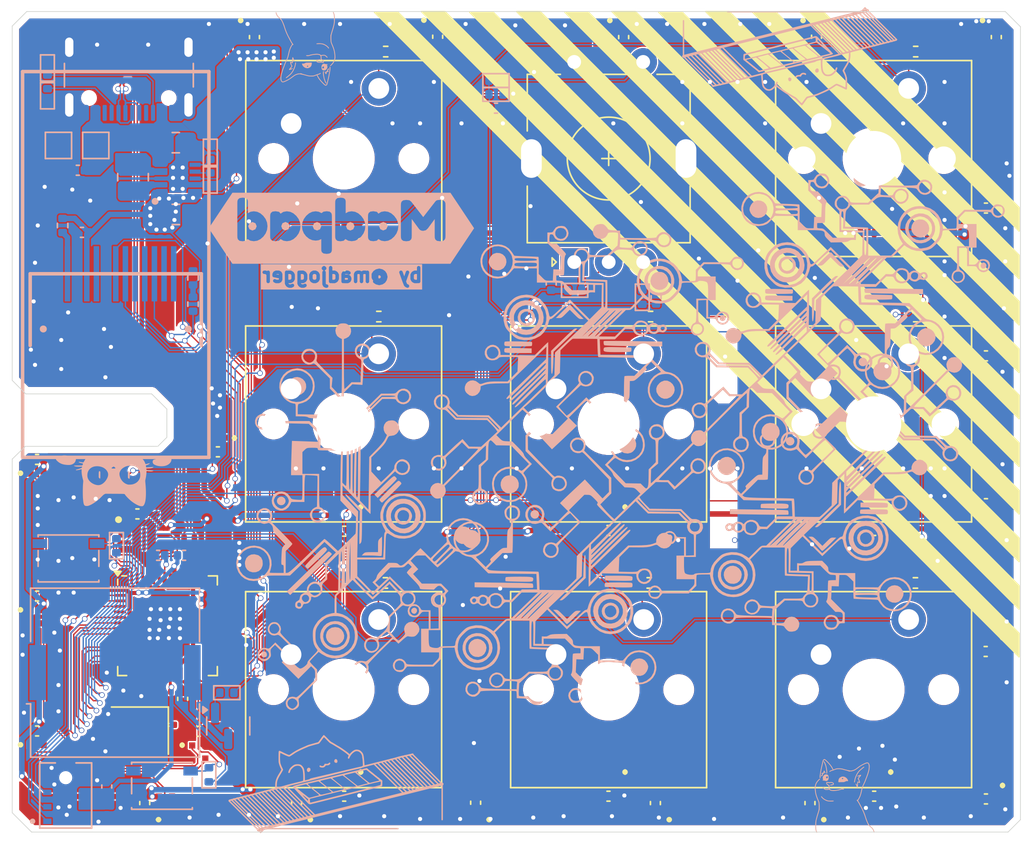
<source format=kicad_pcb>
(kicad_pcb (version 20241229) (generator "pcbnew") (generator_version "9.0")
  (layers (0 "F.Cu" signal) (2 "B.Cu" signal) (13 "F.Paste" user) (15 "B.Paste" user) (5 "F.SilkS" user "F.Silkscreen") (7 "B.SilkS" user "B.Silkscreen") (1 "F.Mask" user) (3 "B.Mask" user) (25 "Edge.Cuts" user))
  (net 0 "")
  (net 1 "Net-(BZ1--)")
  (net 2 "+5V")
  (net 3 "+3.3V")
  (net 4 "Earth")
  (net 5 "Net-(DD3-XOUT)")
  (net 6 "Net-(DD3-XIN)")
  (net 7 "+1.1V")
  (net 8 "ENC_A")
  (net 9 "ENC_B")
  (net 10 "ENC_BTN")
  (net 11 "Net-(DD1-~{CS})")
  (net 12 "Net-(DD1-IO2)")
  (net 13 "Net-(DD1-IO3)")
  (net 14 "Net-(DD1-CLK)")
  (net 15 "Net-(DD1-DO(IO1))")
  (net 17 "Net-(DD1-DI(IO0))")
  (net 18 "Net-(DD2-LX1)")
  (net 19 "Net-(DD2-EN)")
  (net 20 "Net-(DD2-LX2)")
  (net 21 "Net-(DD2-PS)")
  (net 23 "BTN8")
  (net 24 "BTN5")
  (net 25 "USB-_")
  (net 26 "BUZZER")
  (net 27 "WS2812_1")
  (net 28 "BTN2")
  (net 30 "ENC_C")
  (net 31 "SCLK")
  (net 32 "USB+_")
  (net 35 "RS")
  (net 38 "WS2812_2")
  (net 39 "RES")
  (net 40 "BTN7")
  (net 41 "BTN1")
  (net 42 "!SS")
  (net 43 "BTN6")
  (net 44 "MOSI")
  (net 47 "BTN4")
  (net 48 "BTN3")
  (net 49 "Net-(DD3-RUN)")
  (net 50 "Net-(HG1-LEDA)")
  (net 55 "USB-")
  (net 57 "Net-(J1-CC2)")
  (net 58 "USB+")
  (net 59 "Net-(J1-CC1)")
  (net 60 "Net-(LED1-DO)")
  (net 61 "Net-(LED2-DO)")
  (net 62 "Net-(LED19-DO)")
  (net 63 "Net-(LED3-DO)")
  (net 64 "Net-(LED25-DO)")
  (net 65 "Net-(LED10-DI)")
  (net 66 "Net-(LED26-DO)")
  (net 67 "Net-(LED11-DI)")
  (net 68 "Net-(LED12-DI)")
  (net 69 "Net-(LED27-DO)")
  (net 70 "Net-(LED13-DI)")
  (net 71 "Net-(LED14-DI)")
  (net 72 "Net-(LED15-DI)")
  (net 73 "Net-(LED10-DO)")
  (net 74 "Net-(LED11-DO)")
  (net 75 "Net-(LED12-DO)")
  (net 76 "Net-(LED13-DO)")
  (net 77 "Net-(LED14-DO)")
  (net 78 "Net-(LED15-DO)")
  (net 79 "Net-(LED16-DO)")
  (net 80 "Net-(LED17-DO)")
  (net 81 "Net-(LED18-DO)")
  (net 83 "Net-(LED21-DO)")
  (net 84 "Net-(LED22-DO)")
  (net 85 "Net-(LED23-DO)")
  (net 86 "Net-(LED24-DO)")
  (net 88 "WS1")
  (net 89 "CLK1")
  (net 90 "DAT1")
  (net 91 "Net-(Q1-B)")
  (net 92 "Net-(R5-Pad1)")
  (net 93 "Net-(R10-Pad1)")
  (net 94 "Net-(R11-Pad1)")
  (net 95 "Net-(R14-Pad2)")
  (footprint "Resistor_SMD:R_0402_1005Metric" (layer "F.Cu") (at 172.89 112.3 180)
    (property "Reference" "R24" (hide yes))
    (property "Value" "10K")
  )
  (footprint "Capacitor_SMD:C_0201_0603Metric" (layer "F.Cu") (at 123.8 116.8 -90)
    (property "Reference" "C10" (hide yes))
    (property "Value" "100nF")
  )
  (footprint "Resistor_SMD:R_0402_1005Metric" (layer "F.Cu") (at 134.49 112.3 180)
    (property "Reference" "R22" (hide yes))
    (property "Value" "10K")
  )
  (footprint "Capacitor_SMD:C_0201_0603Metric" (layer "F.Cu") (at 115 119.22 -90)
    (property "Reference" "C14" (hide yes))
    (property "Value" "100nF")
  )
  (footprint "Resistor_SMD:R_0402_1005Metric" (layer "F.Cu") (at 134.51 73.8 180)
    (property "Reference" "R17" (hide yes))
    (property "Value" "10K")
  )
  (footprint "Capacitor_SMD:C_0201_0603Metric" (layer "F.Cu") (at 123.42 112.1)
    (property "Reference" "C11" (hide yes))
    (property "Value" "100nF")
  )
  (footprint "Capacitor_SMD:C_0402_1005Metric" (layer "F.Cu") (at 119.8 120.7 -90)
    (property "Reference" "C8" (hide yes))
    (property "Value" "2.2uF")
  )
  (footprint "PCM_Switch_Keyboard_Cherry_MX:SW_Cherry_MX_PCB_1.00u" (layer "F.Cu") (at 169.86 81.55)
    (property "Reference" "SW5" (hide yes))
    (property "Value" "Cherry_MX")
  )
  (footprint "Resistor_SMD:R_0402_1005Metric" (layer "F.Cu") (at 134.01 93 180)
    (property "Reference" "R19" (hide yes))
    (property "Value" "10K")
  )
  (footprint "Crystal:Crystal_SMD_3225-4Pin_3.2x2.5mm" (layer "F.Cu") (at 116.7 123 180)
    (property "Reference" "Y1" (hide yes))
    (property "Value" "ABM8-272-T3")
  )
  (footprint "XL-1010RGBC-WS2812B:XL1010RGBCWS2812B" (layer "F.Cu") (at 166.75 128.25 90)
    (property "Reference" "LED5" (hide yes))
    (property "Value" "XL-1010RGBC-WS2812B" (hide yes))
  )
  (footprint "Capacitor_SMD:C_0201_0603Metric" (layer "F.Cu") (at 121.7 110.4 90)
    (property "Reference" "C6" (hide yes))
    (property "Value" "100nF")
  )
  (footprint "PCM_Switch_Keyboard_Cherry_MX:SW_Cherry_MX_PCB_1.00u" (layer "F.Cu") (at 150.66 120.03)
    (property "Reference" "SW10" (hide yes))
    (property "Value" "Cherry_MX")
  )
  (footprint "XL-1010RGBC-WS2812B:XL1010RGBCWS2812B" (layer "F.Cu") (at 150.65 125.5 180)
    (property "Reference" "LED14" (hide yes))
    (property "Value" "XL-1010RGBC-WS2812B" (hide yes))
  )
  (footprint "W25Q16JVUXIQ:W25Q16JVUXIQ" (layer "F.Cu") (at 117 109.1125)
    (property "Reference" "DD1" (hide yes))
    (property "Value" "W25Q16JVUXIQ_TR" (hide yes))
  )
  (footprint "Resistor_SMD:R_0402_1005Metric" (layer "F.Cu") (at 153.7 93 180)
    (property "Reference" "R20" (hide yes))
    (property "Value" "10K")
  )
  (footprint "PCM_Switch_Keyboard_Cherry_MX:SW_Cherry_MX_PCB_1.00u" (layer "F.Cu") (at 131.47 81.55)
    (property "Reference" "SW4" (hide yes))
    (property "Value" "Cherry_MX")
  )
  (footprint "XL-1010RGBC-WS2812B:XL1010RGBCWS2812B" (layer "F.Cu") (at 150.65 106.3 180)
    (property "Reference" "LED19" (hide yes))
    (property "Value" "XL-1010RGBC-WS2812B" (hide yes))
  )
  (footprint "Capacitor_SMD:C_0402_1005Metric" (layer "F.Cu") (at 178 127.95)
    (property "Reference" "C46" (hide yes))
    (property "Value" "100nF")
  )
  (footprint "Resistor_SMD:R_0402_1005Metric" (layer "F.Cu") (at 172.91 93 180)
    (property "Reference" "R21" (hide yes))
    (property "Value" "10K")
  )
  (footprint "Capacitor_SMD:C_0402_1005Metric" (layer "F.Cu") (at 109.25 103.35 180)
    (property "Reference" "C48" (hide yes))
    (property "Value" "100nF")
  )
  (footprint "Capacitor_SMD:C_0402_1005Metric" (layer "F.Cu") (at 165.725 72.725 90)
    (property "Reference" "C49" (hide yes))
    (property "Value" "100nF")
  )
  (footprint "Capacitor_SMD:C_0201_0603Metric" (layer "F.Cu") (at 113.72 112.8 180)
    (property "Reference" "C13" (hide yes))
    (property "Value" "100nF")
  )
  (footprint "XL-1010RGBC-WS2812B:XL1010RGBCWS2812B" (layer "F.Cu") (at 164.25 72.75 -90)
    (property "Reference" "LED21" (hide yes))
    (property "Value" "XL-1010RGBC-WS2812B" (hide yes))
  )
  (footprint "Capacitor_SMD:C_0201_0603Metric" (layer "F.Cu") (at 114.2 123 90)
    (property "Reference" "C5" (hide yes))
    (property "Value" "15pF")
  )
  (footprint "XL-1010RGBC-WS2812B:XL1010RGBCWS2812B" (layer "F.Cu") (at 169.9 106.3 180)
    (property "Reference" "LED13" (hide yes))
    (property "Value" "XL-1010RGBC-WS2812B" (hide yes))
  )
  (footprint "PCM_Switch_Keyboard_Cherry_MX:SW_Cherry_MX_PCB_1.00u" (layer "F.Cu") (at 131.46 120.03)
    (property "Reference" "SW9" (hide yes))
    (property "Value" "Cherry_MX")
  )
  (footprint "XL-1010RGBC-WS2812B:XL1010RGBCWS2812B" (layer "F.Cu") (at 131.5 125.5 180)
    (property "Reference" "LED8" (hide yes))
    (property "Value" "XL-1010RGBC-WS2812B" (hide yes))
  )
  (footprint "Capacitor_SMD:C_0402_1005Metric" (layer "F.Cu") (at 125 72.75 90)
    (property "Reference" "C37" (hide yes))
    (property "Value" "100nF")
  )
  (footprint "XL-1010RGBC-WS2812B:XL1010RGBCWS2812B" (layer "F.Cu") (at 178 83.638076 180)
    (property "Reference" "LED4" (hide yes))
    (property "Value" "XL-1010RGBC-WS2812B" (hide yes))
  )
  (footprint "Resistor_SMD:R_0201_0603Metric" (layer "F.Cu") (at 120.65 109.3425 -90)
    (property "Reference" "R2" (hide yes))
    (property "Value" "27R")
  )
  (footprint "XL-1010RGBC-WS2812B:XL1010RGBCWS2812B" (layer "F.Cu") (at 118.55 128.25 90)
    (property "Reference" "LED27" (hide yes))
    (property "Value" "XL-1010RGBC-WS2812B" (hide yes))
  )
  (footprint "XL-1010RGBC-WS2812B:XL1010RGBCWS2812B" (layer "F.Cu") (at 131.5 106.3 180)
    (property "Reference" "LED2" (hide yes))
    (property "Value" "XL-1010RGBC-WS2812B" (hide yes))
  )
  (footprint "XL-1010RGBC-WS2812B:XL1010RGBCWS2812B" (layer "F.Cu") (at 109.25 104.85)
    (property "Reference" "LED24" (hide yes))
    (property "Value" "XL-1010RGBC-WS2812B" (hide yes))
  )
  (footprint "Capacitor_SMD:C_0402_1005Metric" (layer "F.Cu") (at 178 85.138076)
    (property "Reference" "C32" (hide yes))
    (property "Value" "100nF")
  )
  (footprint "Capacitor_SMD:C_0402_1005Metric" (layer "F.Cu") (at 150.65 108.5)
    (property "Reference" "C26" (hide yes))
    (property "Value" "100nF")
  )
  (footprint "Capacitor_SMD:C_0402_1005Metric" (layer "F.Cu") (at 109.25 113.25 180)
    (property "Reference" "C34" (hide yes))
    (property "Value" "100nF")
  )
  (footprint "Capacitor_SMD:C_0402_1005Metric" (layer "F.Cu") (at 177.98 117.265769)
    (property "Reference" "C38" (hide yes))
    (property "Value" "100nF")
  )
  (footprint "PCM_Switch_Keyboard_Cherry_MX:SW_Cherry_MX_PCB_1.00u" (layer "F.Cu") (at 131.46 100.78)
    (property "Reference" "SW6" (hide yes))
    (property "Value" "Cherry_MX")
  )
  (footprint "Capacitor_SMD:C_0402_1005Metric" (layer "F.Cu") (at 151.75 72.75 90)
    (property "Reference" "C45" (hide yes))
    (property "Value" "100nF")
  )
  (footprint "Capacitor_SMD:C_0402_1005Metric" (layer "F.Cu") (at 169.9 127.75)
    (property "Reference" "C30" (hide yes))
    (property "Value" "100nF")
  )
  (footprint "XL-1010RGBC-WS2812B:XL1010RGBCWS2812B" (layer "F.Cu") (at 155.55 128.25 90)
    (property "Reference" "LED11" (hide yes))
    (property "Value" "XL-1010RGBC-WS2812B" (hide yes))
  )
  (footprint "Capacitor_SMD:C_0201_0603Metric" (layer "F.Cu") (at 118.95 120.5 -90)
    (property "Reference" "C15" (hide yes))
    (property "Value" "100nF")
  )
  (footprint "Capacitor_SMD:C_0201_0603Metric" (layer "F.Cu") (at 123.8 113.22 -90)
    (property "Reference" "C12" (hide yes))
    (property "Value" "100nF")
  )
  (footprint "XL-1010RGBC-WS2812B:XL1010RGBCWS2812B" (layer "F.Cu") (at 109.25 124.525)
    (property "Reference" "LED6" (hide yes))
    (property "Value" "XL-1010RGBC-WS2812B" (hide yes))
  )
  (footprint "Capacitor_SMD:C_0402_1005Metric" (layer "F.Cu") (at 117.05 128.25 -90)
    (property "Reference" "C51" (hide yes))
    (property "Value" "100nF")
  )
  (footprint "XL-1010RGBC-WS2812B:XL1010RGBCWS2812B" (layer "F.Cu") (at 136.775 72.725 -90)
    (property "Reference" "LED9" (hide yes))
    (property "Value" "XL-1010RGBC-WS2812B" (hide yes))
  )
  (footprint "Capacitor_SMD:C_0402_1005Metric" (layer "F.Cu") (at 169.9 89.3)
    (property "Reference" "C36" (hide yes))
    (property "Value" "100nF")
  )
  (footprint "Capacitor_SMD:C_0402_1005Metric" (layer "F.Cu") (at 109.25 123.025 180)
    (property "Reference" "C52" (hide yes))
    (property "Value" "100nF")
  )
  (footprint "XL-1010RGBC-WS2812B:XL1010RGBCWS2812B" (layer "F.Cu") (at 122.35 101.3 180)
    (property "Reference" "LED28" (hide yes))
    (property "Value" "XL-1010RGBC-WS2812B" (hide yes))
  )
  (footprint "XL-1010RGBC-WS2812B:XL1010RGBCWS2812B" (layer "F.Cu") (at 142.5 128.25 90)
    (property "Reference" "LED17" (hide yes))
    (property "Value" "XL-1010RGBC-WS2812B" (hide yes))
  )
  (footprint "Resistor_SMD:R_0402_1005Metric" (layer "F.Cu") (at 172.91 73.8 180)
    (property "Reference" "R18" (hide yes))
    (property "Value" "10K")
  )
  (footprint "Capacitor_SMD:C_0402_1005Metric" (layer "F.Cu") (at 141.025 128.225 -90)
    (property "Reference" "C33" (hide yes))
    (property "Value" "100nF")
  )
  (footprint "Package_DFN_QFN:QFN-56-1EP_7x7mm_P0.4mm_EP3.2x3.2mm" (layer "F.Cu") (at 118.7 115.4)
    (property "Reference" "DD3" (hide yes))
    (property "Value" "RP2040")
  )
  (footprint "Capacitor_SMD:C_0402_1005Metric" (layer "F.Cu") (at 120.9625 123.05 180)
    (property "Reference" "C44" (hide yes))
    (property "Value" "100nF")
  )
  (footprint "XL-1010RGBC-WS2812B:XL1010RGBCWS2812B" (layer "F.Cu") (at 129.55 128.25 90)
    (property "Reference" "LED23" (hide yes))
    (property "Value" "XL-1010RGBC-WS2812B" (hide yes))
  )
  (footprint "Capacitor_SMD:C_0402_1005Metric" (layer "F.Cu") (at 138.275 72.725 90)
    (property "Reference" "C31" (hide yes))
    (property "Value" "100nF")
  )
  (footprint "Capacitor_SMD:C_0402_1005Metric" (layer "F.Cu") (at 165.25 128.25 -90)
    (property "Reference" "C39" (hide yes))
    (property "Value" "100nF")
  )
  (footprint "Capacitor_SMD:C_0201_0603Metric" (layer "F.Cu") (at 119.2 122.9 -90)
    (property "Reference" "C3" (hide yes))
    (property "Value" "15pF")
  )
  (footprint "PCM_Switch_Keyboard_Cherry_MX:SW_Cherry_MX_PCB_1.00u" (layer "F.Cu") (at 150.66 100.78)
    (property "Reference" "SW7" (hide yes))
    (property "Value" "Cherry_MX")
  )
  (footprint "Capacitor_SMD:C_0402_1005Metric" (layer "F.Cu") (at 169.9 108.5)
    (property "Reference" "C25" (hide yes))
    (property "Value" "100nF")
  )
  (footprint "Capacitor_SMD:C_0402_1005Metric" (layer "F.Cu") (at 150.65 127.75)
    (property "Reference" "C29" (hide yes))
    (property "Value" "100nF")
  )
  (footprint "Capacitor_SMD:C_0402_1005Metric" (layer "F.Cu") (at 131.5 127.75)
    (property "Reference" "C28" (hide yes))
    (property "Value" "100nF")
  )
  (footprint "Resistor_SMD:R_0402_1005Metric" (layer "F.Cu") (at 153.6 112.3 180)
    (property "Reference" "R23" (hide yes))
    (property "Value" "10K")
  )
  (footprint "XL-1010RGBC-WS2812B:XL1010RGBCWS2812B" (layer "F.Cu") (at 120.9625 124.55)
    (property "Reference" "LED12" (hide yes))
    (property "Value" "XL-1010RGBC-WS2812B" (hide yes))
  )
  (footprint "Capacitor_SMD:C_0402_1005Metric" (layer "F.Cu") (at 178.75 72.75 90)
    (property "Reference" "C41" (hide yes))
    (property "Value" "100nF")
  )
  (footprint "Rotary_Encoder:RotaryEncoder_Alps_EC11E-Switch_Vertical_H20mm" (layer "F.Cu") (at 148.165 89.05 90)
    (property "Reference" "SW3" (hide yes))
    (property "Value" "RotaryEncoder_Switch_MP")
  )
  (footprint "Capacitor_SMD:C_0402_1005Metric" (layer "F.Cu") (at 131.45 89.3)
    (property "Reference" "C35" (hide yes))
    (property "Value" "100nF")
  )
  (footprint "XL-1010RGBC-WS2812B:XL1010RGBCWS2812B" (layer "F.Cu") (at 178 105.056538 180)
    (property "Reference" "LED16" (hide yes))
    (property "Value" "XL-1010RGBC-WS2812B" (hide yes))
  )
  (footprint "Capacitor_SMD:C_0402_1005Metric" (layer "F.Cu") (at 154.05 128.25 -90)
    (property "Reference" "C47" (hide yes))
    (property "Value" "100nF")
  )
  (footprint "Capacitor_SMD:C_0402_1005Metric" (layer "F.Cu") (at 178 95.847307)
    (property "Reference" "C42" (hide yes))
    (property "Value" "100nF")
  )
  (footprint "XL-1010RGBC-WS2812B:XL1010RGBCWS2812B" (layer "F.Cu") (at 150.25 72.75 -90)
    (property "Reference" "LED15" (hide yes))
    (property "Value" "XL-1010RGBC-WS2812B" (hide yes))
  )
  (footprint "Capacitor_SMD:C_0402_1005Metric" (layer "F.Cu") (at 116.52 107.3 180)
    (property "Reference" "C2" (hide yes))
    (property "Value" "2.2uF")
  )
  (footprint "Capacitor_SMD:C_0402_1005Metric" (layer "F.Cu") (at 131.5 108.55)
    (property "Reference" "C27" (hide yes))
    (property "Value" "100nF")
  )
  (footprint "Capacitor_SMD:C_0402_1005Metric" (layer "F.Cu") (at 178 106.556538)
    (property "Reference" "C50" (hide yes))
    (property "Value" "100nF")
  )
  (footprint "XL-1010RGBC-WS2812B:XL1010RGBCWS2812B" (layer "F.Cu") (at 177.25 72.75 -90)
    (property "Reference" "LED25" (hide yes))
    (property "Value" "XL-1010RGBC-WS2812B" (hide yes))
  )
  (footprint "Capacitor_SMD:C_0402_1005Metric" (layer "F.Cu") (at 122.35 102.8)
    (property "Reference" "C40" (hide yes))
    (property "Value" "100nF")
  )
  (footprint "XL-1010RGBC-WS2812B:XL1010RGBCWS2812B" (layer "F.Cu") (at 178 126.475 180)
    (property "Reference" "LED26" (hide yes))
    (property "Value" "XL-1010RGBC-WS2812B" (hide yes))
  )
  (footprint "Capacitor_SMD:C_0201_0603Metric" (layer "F.Cu") (at 118.22 107.3)
    (property "Reference" "C1" (hide yes))
    (property "Value" "100nF")
  )
  (footprint "XL-1010RGBC-WS2812B:XL1010RGBCWS2812B" (layer "F.Cu") (at 169.9 125.5 180)
    (property "Reference" "LED20" (hide yes))
    (property "Value" "XL-1010RGBC-WS2812B" (hide yes))
  )
  (footprint "Capacitor_SMD:C_0201_0603Metric" (layer "F.Cu") (at 123.42 111.4)
    (property "Reference" "C16" (hide yes))
    (property "Value" "100nF")
  )
  (footprint "XL-1010RGBC-WS2812B:XL1010RGBCWS2812B" (layer "F.Cu") (at 169.9 87 180)
    (property "Reference" "LED7" (hide yes))
    (property "Value" "XL-1010RGBC-WS2812B" (hide yes))
  )
  (footprint "XL-1010RGBC-WS2812B:XL1010RGBCWS2812B" (layer "F.Cu") (at 178 115.765769 180)
    (property "Reference" "LED22" (hide yes))
    (property "Value" "XL-1010RGBC-WS2812B" (hide yes))
  )
  (footprint "PCM_Switch_Keyboard_Cherry_MX:SW_Cherry_MX_PCB_1.00u" (layer "F.Cu") (at 169.86 120.03)
    (property "Reference" "SW11" (hide yes))
    (property "Value" "Cherry_MX")
  )
  (footprint "XL-1010RGBC-WS2812B:XL1010RGBCWS2812B" (layer "F.Cu") (at 109.25 114.75)
    (property "Reference" "LED18" (hide yes))
    (property "Value" "XL-1010RGBC-WS2812B" (hide yes))
  )
  (footprint "Resistor_SMD:R_0201_0603Metric" (layer "F.Cu") (at 119.9 109.3425 -90)
    (property "Reference" "R1" (hide yes))
    (property "Value" "27R")
  )
  (footprint "XL-1010RGBC-WS2812B:XL1010RGBCWS2812B" (layer "F.Cu") (at 178 94.347307 180)
    (property "Reference" "LED10" (hide yes))
    (property "Value" "XL-1010RGBC-WS2812B" (hide yes))
  )
  (footprint "PCM_Switch_Keyboard_Cherry_MX:SW_Cherry_MX_PCB_1.00u" (layer "F.Cu") (at 169.86 100.78)
    (property "Reference" "SW8" (hide yes))
    (property "Value" "Cherry_MX")
  )
  (footprint "XL-1010RGBC-WS2812B:XL1010RGBCWS2812B" (layer "F.Cu") (at 123.5 72.75 -90)
    (property "Reference" "LED3" (hide yes))
    (property "Value" "XL-1010RGBC-WS2812B" (hide yes))
  )
  (footprint "XL-1010RGBC-WS2812B:XL1010RGBCWS2812B" (layer "F.Cu") (at 131.45 87 180)
    (property "Reference" "LED1" (hide yes))
    (property "Value" "XL-1010RGBC-WS2812B" (hide yes))
  )
  (footprint "Capacitor_SMD:C_0402_1005Metric" (layer "F.Cu") (at 128.05 128.25 -90)
    (property "Reference" "C43" (hide yes))
    (property "Value" "100nF")
  )
  (footprint "PCM_Resistor_SMD_AKL:R_0402_1005Metric" (layer "B.Cu") (at 115 109.6 -90)
    (property "Reference" "R5" (hide yes))
    (property "Value" "1K" (hide yes))
  )
  (footprint "Buzzer_Beeper:Buzzer_Murata_PKLCS1212E" (layer "B.Cu") (at 114.9 118.8)
    (property "Reference" "BZ1" (hide yes))
    (property "Value" "FUET-1230")
  )
  (footprint "LOGO" (layer "B.Cu") (at 129.9 125.6 180)
    (property "Reference" "G***" (hide yes))
    (property "Value" "LOGO" (hide yes))
  )
  (footprint "Capacitor_SMD:C_0402_1005Metric" (layer "B.Cu") (at 114.3 127.05 90)
    (property "Reference" "C23" (hide yes))
    (property "Value" "2.2uF")
  )
  (footprint "Capacitor_SMD:C_0402_1005Metric" (layer "B.Cu") (at 142.5 77.9)
    (property "Reference" "C24" (hide yes))
    (property "Value" "100nF")
  )
  (footprint "Inductor_SMD:L_1008_2520Metric" (layer "B.Cu") (at 116.2 82.9 -90)
    (property "Reference" "L1" (hide yes))
    (property "Value" "2.2uH")
  )
  (footprint "Resistor_SMD:R_0402_1005Metric" (layer "B.Cu") (at 120.55 90.2 90)
    (property "Reference" "R13" (hide yes))
    (property "Value" "10K")
  )
  (footprint "kibuzzard-68CB22F7" (layer "B.Cu") (at 131.3 86.6 180)
    (property "Reference" "kibuzzard-68CB22F7" (hide yes))
    (property "Value" "G***" (hide yes))
  )
  (footprint "PCM_Resistor_SMD_AKL:R_0402_1005Metric" (layer "B.Cu") (at 121.7 126.2 -90)
    (property "Reference" "R6" (hide yes))
    (property "Value" "10K" (hide yes))
  )
  (footprint "LOGO" (layer "B.Cu") (at 147.193513 95.422136 -45)
    (property "Reference" "G***" (hide yes))
    (property "Value" "LOGO" (hide yes))
  )
  (footprint "Capacitor_SMD:C_0201_0603Metric" (layer "B.Cu") (at 114.3 128.73 -90)
    (property "Reference" "C22" (hide yes))
    (property "Value" "100nF")
  )
  (footprint "PCM_Resistor_SMD_AKL:R_0402_1005Metric" (layer "B.Cu") (at 110 74.99 90)
    (property "Reference" "R4" (hide yes))
    (property "Value" "5.1K" (hide yes))
  )
  (footprint "LOGO" (layer "B.Cu") (at 132.353031 107.547768 180)
    (property "Reference" "G***" (hide yes))
    (property "Value" "LOGO" (hide yes))
  )
  (footprint "TestPoint:TestPoint_Pad_1.5x1.5mm" (layer "B.Cu") (at 113.5 80.6 180)
    (property "Reference" "TP1" (hide yes))
    (property "Value" "~")
  )
  (footprint "LOGO" (layer "B.Cu") (at 128.857659 73.733268)
    (property "Reference" "G***" (hide yes))
    (property "Value" "LOGO" (hide yes))
  )
  (footprint "LOGO" (layer "B.Cu") (at 167.6 127.6 180)
    (property "Reference" "G***" (hide yes))
    (property "Value" "LOGO" (hide yes))
  )
  (footprint "LOGO" (layer "B.Cu") (at 166.799999 106.7 135)
    (property "Reference" "G***" (hide yes))
    (property "Value" "LOGO" (hide yes))
  )
  (footprint "Connector_USB:USB_C_Receptacle_GCT_USB4105-xx-A_16P_TopMnt_Horizontal" (layer "B.Cu") (at 115.9 74.56)
    (property "Reference" "J1" (hide yes))
    (property "Value" "USB_C_Receptacle_USB2.0_16P")
  )
  (footprint "TestPoint:TestPoint_Pad_1.5x1.5mm" (layer "B.Cu") (at 110.8 80.6 180)
    (property "Reference" "TP2" (hide yes))
    (property "Value" "~")
  )
  (footprint "IPS_ST7735_0_96:ST7735 0.96" (layer "B.Cu") (at 121.5498 75.4 180)
    (property "Reference" "HG1" (hide yes))
    (property "Value" "~")
  )
  (footprint "Capacitor_SMD:C_0402_1005Metric" (layer "B.Cu") (at 154.1 91.6 90)
    (property "Reference" "C21" (hide yes))
    (property "Value" "100nF")
  )
  (footprint "PCM_Resistor_SMD_AKL:R_0402_1005Metric" (layer "B.Cu") (at 110 77 -90)
    (property "Reference" "R3" (hide yes))
    (property "Value" "5.1K" (hide yes))
  )
  (footprint "INMP441:INMP441" (layer "B.Cu") (at 111.3225 127.7 -90)
    (property "Reference" "MK1" (hide yes))
    (property "Value" "INMP441ACEZ-R7")
  )
  (footprint "Resistor_SMD:R_0402_1005Metric" (layer "B.Cu") (at 120.55 92.1 -90)
    (property "Reference" "R15" (hide yes))
    (property "Value" "10K")
  )
  (footprint "Capacitor_SMD:C_0402_1005Metric" (layer "B.Cu") (at 146.5 90.6 -90)
    (property "Reference" "C20" (hide yes))
    (property "Value" "100nF")
  )
  (footprint "Capacitor_SMD:C_0402_1005Metric" (layer "B.Cu") (at 112.5 86.9 180)
    (property "Reference" "C19" (hide yes))
    (property "Value" "22uF")
  )
  (footprint "LOGO" (layer "B.Cu") (at 148.3 112 135)
    (property "Reference" "G***" (hide yes))
    (property "Value" "LOGO" (hide yes))
  )
  (footprint "LOGO" (layer "B.Cu") (at 164.784726 75.415274)
    (property "Reference" "G***" (hide yes))
    (property "Value" "LOGO" (hide yes))
  )
  (footprint "Capacitor_SMD:C_0805_2012Metric" (layer "B.Cu") (at 119.3 85.6)
    (property "Reference" "C18" (hide yes))
    (property "Value" "47uF")
  )
  (footprint "LOGO" (layer "B.Cu") (at 166.093513 91.622136 -45)
    (property "Reference" "G***" (hide yes))
    (property "Value" "LOGO" (hide yes))
  )
  (footprint "Package_TO_SOT_SMD:SOT-23" (layer "B.Cu") (at 123.1 122.6625 -90)
    (property "Reference" "Q1" (hide yes))
    (property "Value" "SS8050")
  )
  (footprint "Button_Switch_SMD:SW_SPST_PTS810" (layer "B.Cu") (at 118.3 127)
    (property "Reference" "SW2" (hide yes))
    (property "Value" "KMR221GLFS")
  )
  (footprint "PCM_Resistor_SMD_AKL:R_0402_1005Metric" (layer "B.Cu") (at 121.8 83.1 -90)
    (property "Reference" "R8" (hide yes))
    (property "Value" "100K" (hide yes))
  )
  (footprint "Capacitor_SMD:C_0402_1005Metric" (layer "B.Cu") (at 112.2 82.4 180)
    (property "Reference" "C4" (hide yes))
    (property "Value" "22uF")
  )
  (footprint "PCM_Resistor_SMD_AKL:R_0402_1005Metric" (layer "B.Cu") (at 123 120.2525)
    (property "Reference" "R12" (hide yes))
    (property "Value" "1K" (hide yes))
  )
  (footprint "Button_Switch_SMD:SW_SPST_PTS810" (layer "B.Cu") (at 111.525 110.525)
    (property "Reference" "SW1" (hide yes))
    (property "Value" "KMR221GLFS")
  )
  (footprint "PCM_Resistor_SMD_AKL:R_0402_1005Metric" (layer "B.Cu") (at 121.8 81.1 -90)
    (property "Reference" "R7" (hide yes))
    (property "Value" "100K" (hide yes))
  )
  (footprint "PCM_Resistor_SMD_AKL:R_0402_1005Metric" (layer "B.Cu") (at 142.5 75.9)
    (property "Reference" "R14" (hide yes))
    (property "Value" "10K" (hide yes))
  )
  (footprint "Resistor_SMD:R_0402_1005Metric" (layer "B.Cu") (at 111.1 86.4 90)
    (property "Reference" "R9" (hide yes))
    (property "Value" "100R")
  )
  (footprint "PCM_Resistor_SMD_AKL:R_0402_1005Metric" (layer "B.Cu") (at 148.2 91.1 180)
    (property "Reference" "R10" (hide yes))
    (property "Value" "10K" (hide yes))
  )
  (footprint "Capacitor_SMD:C_0402_1005Metric" (layer "B.Cu") (at 119.9 110.3)
    (property "Reference" "C17" (hide yes))
    (property "Value" "2.2uF")
  )
  (footprint "RT6150B-33GQW:RT6150B-33GQW" (layer "B.Cu") (at 119.45 83)
    (property "Reference" "DD2" (hide yes))
    (property "Value" "RT6150B-33GQW" (hide yes))
  )
  (footprint "Capacitor_SMD:C_0805_2012Metric" (layer "B.Cu") (at 119.3 80.4)
    (property "Reference" "C7" (hide yes))
    (property "Value" "47uF")
  )
  (footprint "Capacitor_SMD:C_0402_1005Metric" (layer "B.Cu") (at 118.02 110.3 180)
    (property "Reference" "C9" (hide yes))
    (property "Value" "2.2uF")
  )
  (footprint "LOGO" (layer "B.Cu") (at 114.658348 104.728125)
    (property "Reference" "G***" (hide yes))
    (property "Value" "LOGO" (hide yes))
  )
  (footprint "PCM_Resistor_SMD_AKL:R_0402_1005Metric" (layer "B.Cu") (at 153.1 91.6 -90)
    (property "Reference" "R11" (hide yes))
    (property "Value" "10K" (hide yes))
  )
  (footprint "PCM_Resistor_SMD_AKL:R_0402_1005Metric" (layer "B.Cu") (at 142.5 76.9 180)
    (property "Reference" "R16" (hide yes))
    (property "Value" "100K" (hide yes))
  )
  (gr_poly (pts (xy 149.197118 70.950787) (xy 180.397118 102.150787) (xy 180.397118 103.850787) (xy 147.497118 70.950787)) (stroke (width 0.1)) (fill yes) (layer "F.SilkS"))
  (gr_poly (pts (xy 145.7 70.9) (xy 180.4 105.6) (xy 180.4 107.3) (xy 144 70.9)) (stroke (width 0.1)) (fill yes) (layer "F.SilkS"))
  (gr_poly (pts (xy 138.8 70.9) (xy 180.4 112.5) (xy 180.4 114.2) (xy 137.1 70.9)) (stroke (width 0.1)) (fill yes) (layer "F.SilkS"))
  (gr_poly (pts (xy 155.994236 70.950787) (xy 180.394236 95.350787) (xy 180.394236 97.050787) (xy 154.294236 70.950787)) (stroke (width 0.1)) (fill yes) (layer "F.SilkS"))
  (gr_poly (pts (xy 162.797118 70.950787) (xy 180.397118 88.550787) (xy 180.397118 90.250787) (xy 161.097118 70.950787)) (stroke (width 0.1)) (fill yes) (layer "F.SilkS"))
  (gr_poly (pts (xy 135.397118 70.950787) (xy 180.397118 115.950787) (xy 180.397118 117.650787) (xy 133.697118 70.950787)) (stroke (width 0.1)) (fill yes) (layer "F.SilkS"))
  (gr_poly (pts (xy 159.397118 70.9) (xy 180.397118 91.9) (xy 180.397118 93.6) (xy 157.697118 70.9)) (stroke (width 0.1)) (fill yes) (layer "F.SilkS"))
  (gr_poly (pts (xy 142.297118 70.950787) (xy 180.397118 109.050787) (xy 180.397118 110.750787) (xy 140.597118 70.950787)) (stroke (width 0.1)) (fill yes) (layer "F.SilkS"))
  (gr_poly (pts (xy 166.2 70.9) (xy 180.4 85.1) (xy 180.4 86.8) (xy 164.5 70.9)) (stroke (width 0.1)) (fill yes) (layer "F.SilkS"))
  (gr_poly (pts (xy 152.6 70.9) (xy 180.4 98.7) (xy 180.4 100.4) (xy 150.9 70.9)) (stroke (width 0.1)) (fill yes) (layer "F.SilkS"))
  (gr_line (start 170.419452 73.25) (end 168.25 71.080548) (stroke (width 0.1)) (layer "B.SilkS"))
  (gr_line (start 171.352234 73.00038) (end 169.182782 70.830928) (stroke (width 0.1)) (layer "B.SilkS"))
  (gr_line (start 124.05 127.830548) (end 126.219452 130) (stroke (width 0.1)) (layer "B.SilkS"))
  (gr_line (start 125.265274 127.515274) (end 127.434726 129.684726) (stroke (width 0.1)) (layer "B.SilkS"))
  (gr_line (start 160.269452 75.8) (end 158.1 73.630548) (stroke (width 0.1)) (layer "B.SilkS"))
  (gr_line (start 123.502882 127.949016) (end 125.672334 130.118468) (stroke (width 0.1)) (layer "B.SilkS"))
  (gr_line (start 169.234726 70.641327) (end 168.960779 70.915274) (stroke (width 0.1)) (layer "B.SilkS"))
  (gr_line (start 167.634726 73.934726) (end 165.465274 71.765274) (stroke (width 0.1)) (layer "B.SilkS"))
  (gr_line (start 123.75 127.880548) (end 125.919452 130.05) (stroke (width 0.1)) (layer "B.SilkS"))
  (gr_line (start 159.269452 76.05) (end 157.1 73.880548) (stroke (width 0.1)) (layer "B.SilkS"))
  (gr_line (start 126.75 127.130548) (end 128.919452 129.3) (stroke (width 0.1)) (layer "B.SilkS"))
  (gr_line (start 159.01657 76.131532) (end 156.847118 73.96208) (stroke (width 0.1)) (layer "B.SilkS"))
  (gr_line (start 136.215274 124.765274) (end 138.384726 126.934726) (stroke (width 0.1)) (layer "B.SilkS"))
  (gr_line (start 167.419452 74) (end 165.25 71.830548) (stroke (width 0.1)) (layer "B.SilkS"))
  (gr_line (start 170.934726 73.134726) (end 168.765274 70.965274) (stroke (width 0.1)) (layer "B.SilkS"))
  (gr_line (start 126.265274 127.265274) (end 128.434726 129.434726) (stroke (width 0.1)) (layer "B.SilkS"))
  (gr_line (start 160.484726 75.734726) (end 158.315274 73.565274) (stroke (width 0.1)) (layer "B.SilkS"))
  (gr_line (start 125.05 127.580548) (end 127.219452 129.75) (stroke (width 0.1)) (layer "B.SilkS"))
  (gr_line (start 168.934726 73.634726) (end 166.765274 71.465274) (stroke (width 0.1)) (layer "B.SilkS"))
  (gr_line (start 159.784726 75.934726) (end 157.615274 73.765274) (stroke (width 0.1)) (layer "B.SilkS"))
  (gr_line (start 124.265274 127.765274) (end 126.434726 129.934726) (stroke (width 0.1)) (layer "B.SilkS"))
  (gr_line (start 159.484726 75.984726) (end 157.315274 73.815274) (stroke (width 0.1)) (layer "B.SilkS"))
  (gr_line (start 160.031844 75.866258) (end 157.862392 73.696806) (stroke (width 0.1)) (layer "B.SilkS"))
  (gr_line (start 168.634726 73.684726) (end 166.465274 71.515274) (stroke (width 0.1)) (layer "B.SilkS"))
  (gr_line (start 156.084726 74.145822) (end 156.084726 71.565274) (stroke (width 0.1)) (layer "B.SilkS"))
  (gr_line (start 135.915274 124.815274) (end 138.084726 126.984726) (stroke (width 0.1)) (layer "B.SilkS"))
  (gr_line (start 136.430548 124.7) (end 138.6 126.869452) (stroke (width 0.1)) (layer "B.SilkS"))
  (gr_line (start 123.332492 128.014894) (end 125.501944 130.184346) (stroke (width 0.1)) (layer "B.SilkS"))
  (gr_line (start 133.9 125.330548) (end 136.069452 127.5) (stroke (width 0.1)) (layer "B.SilkS"))
  (gr_line (start 125.723947 130.1) (end 135.4 130.1) (stroke (width 0.1)) (layer "B.SilkS"))
  (gr_line (start 167.934726 73.884726) (end 165.765274 71.715274) (stroke (width 0.1)) (layer "B.SilkS"))
  (gr_line (start 156.084726 74.145822) (end 169.412853 70.819454) (stroke (width 0.2)) (layer "B.SilkS"))
  (gr_line (start 171.181844 73.066258) (end 169.012392 70.896806) (stroke (width 0.1)) (layer "B.SilkS"))
  (gr_line (start 169.934726 73.384726) (end 167.765274 71.215274) (stroke (width 0.1)) (layer "B.SilkS"))
  (gr_line (start 125.75 127.380548) (end 127.919452 129.55) (stroke (width 0.1)) (layer "B.SilkS"))
  (gr_line (start 168.419452 73.75) (end 166.25 71.580548) (stroke (width 0.1)) (layer "B.SilkS"))
  (gr_line (start 126.05 127.330548) (end 128.219452 129.5) (stroke (width 0.1)) (layer "B.SilkS"))
  (gr_line (start 158.469452 76.25) (end 156.3 74.080548) (stroke (width 0.1)) (layer "B.SilkS"))
  (gr_line (start 127.265274 127.015274) (end 129.434726 129.184726) (stroke (width 0.1)) (layer "B.SilkS"))
  (gr_line (start 127.05 127.080548) (end 129.219452 129.25) (stroke (width 0.1)) (layer "B.SilkS"))
  (gr_line (start 161.031844 75.616258) (end 158.862392 73.446806) (stroke (width 0.1)) (layer "B.SilkS"))
  (gr_line (start 170.634726 73.184726) (end 168.465274 71.015274) (stroke (width 0.1)) (layer "B.SilkS"))
  (gr_line (start 134.652882 125.149016) (end 136.822334 127.318468) (stroke (width 0.1)) (layer "B.SilkS"))
  (gr_line (start 125.502882 127.449016) (end 127.672334 129.618468) (stroke (width 0.1)) (layer "B.SilkS"))
  (gr_line (start 158.254178 76.315274) (end 156.084726 74.145822) (stroke (width 0.1)) (layer "B.SilkS"))
  (gr_line (start 133.652882 125.399016) (end 135.822334 127.568468) (stroke (width 0.1)) (layer "B.SilkS"))
  (gr_line (start 135.415274 124.965274) (end 137.584726 127.134726) (stroke (width 0.1)) (layer "B.SilkS"))
  (gr_line (start 138.6 126.869452) (end 138.6 129.45) (stroke (width 0.1)) (layer "B.SilkS"))
  (gr_line (start 125.45 130.373947) (end 125.723947 130.1) (stroke (width 0.1)) (layer "B.SilkS"))
  (gr_line (start 135.2 125.030548) (end 137.369452 127.2) (stroke (width 0.1)) (layer "B.SilkS"))
  (gr_line (start 169.181844 73.566258) (end 167.012392 71.396806) (stroke (width 0.1)) (layer "B.SilkS"))
  (gr_line (start 170.181844 73.316258) (end 168.012392 71.146806) (stroke (width 0.1)) (layer "B.SilkS"))
  (gr_line (start 160.784726 75.684726) (end 158.615274 73.515274) (stroke (width 0.1)) (layer "B.SilkS"))
  (gr_line (start 138.6 126.869452) (end 125.271873 130.19582) (stroke (width 0.2)) (layer "B.SilkS"))
  (gr_line (start 134.2 125.280548) (end 136.369452 127.45) (stroke (width 0.1)) (layer "B.SilkS"))
  (gr_line (start 158.769452 76.2) (end 156.6 74.030548) (stroke (width 0.1)) (layer "B.SilkS"))
  (gr_line (start 168.960779 70.915274) (end 159.284726 70.915274) (stroke (width 0.1)) (layer "B.SilkS"))
  (gr_line (start 134.415274 125.215274) (end 136.584726 127.384726) (stroke (width 0.1)) (layer "B.SilkS"))
  (gr_line (start 124.75 127.630548) (end 126.919452 129.8) (stroke (width 0.1)) (layer "B.SilkS"))
  (gr_line (start 168.181844 73.816258) (end 166.012392 71.646806) (stroke (width 0.1)) (layer "B.SilkS"))
  (gr_line (start 171.524497 72.931098) (end 169.234726 70.641327) (stroke (width 0.1)) (layer "B.SilkS"))
  (gr_line (start 169.419452 73.5) (end 167.25 71.330548) (stroke (width 0.1)) (layer "B.SilkS"))
  (gr_line (start 135.668156 124.883742) (end 137.837608 127.053194) (stroke (width 0.1)) (layer "B.SilkS"))
  (gr_line (start 124.502882 127.699016) (end 126.672334 129.868468) (stroke (width 0.1)) (layer "B.SilkS"))
  (gr_line (start 123.160229 128.084176) (end 125.45 130.373947) (stroke (width 0.1)) (layer "B.SilkS"))
  (gr_line (start 169.634726 73.434726) (end 167.465274 71.265274) (stroke (width 0.1)) (layer "B.SilkS"))
  (gr_line (start 126.502882 127.199016) (end 128.672334 129.368468) (stroke (width 0.1)) (layer "B.SilkS"))
  (gr_line (start 134.9 125.080548) (end 137.069452 127.25) (stroke (width 0.1)) (layer "B.SilkS"))
  (gr_line (start 107.45 97.625) (end 108.425 98.6) (stroke (width 0.05)) (layer "Edge.Cuts"))
  (gr_line (start 118.65 101.75) (end 118 102.4) (stroke (width 0.05)) (layer "Edge.Cuts"))
  (gr_line (start 180.5 129.45) (end 180.5 72) (stroke (width 0.05)) (layer "Edge.Cuts"))
  (gr_line (start 117.55 102.4) (end 118 102.4) (stroke (width 0.05)) (layer "Edge.Cuts"))
  (gr_line (start 107.45 128.95) (end 108.85 130.35) (stroke (width 0.05)) (layer "Edge.Cuts"))
  (gr_line (start 179.6 130.35) (end 180.5 129.45) (stroke (width 0.05)) (layer "Edge.Cuts"))
  (gr_line (start 179.4 70.9) (end 108.5 70.9) (stroke (width 0.05)) (layer "Edge.Cuts"))
  (gr_line (start 107.45 71.95) (end 107.45 97.625) (stroke (width 0.05)) (layer "Edge.Cuts"))
  (gr_line (start 118.65 99.7) (end 118.65 101.3) (stroke (width 0.05)) (layer "Edge.Cuts"))
  (gr_line (start 118.65 101.3) (end 118.65 101.75) (stroke (width 0.05)) (layer "Edge.Cuts"))
  (gr_line (start 117.55 98.6) (end 118.65 99.7) (stroke (width 0.05)) (layer "Edge.Cuts"))
  (gr_line (start 108.5 70.9) (end 107.45 71.95) (stroke (width 0.05)) (layer "Edge.Cuts"))
  (gr_line (start 107.45 103.325) (end 107.45 128.95) (stroke (width 0.05)) (layer "Edge.Cuts"))
  (gr_line (start 117.55 102.4) (end 108.4 102.4) (stroke (width 0.05)) (layer "Edge.Cuts"))
  (gr_line (start 108.4 102.4) (end 107.45 103.325) (stroke (width 0.05)) (layer "Edge.Cuts"))
  (gr_line (start 108.85 130.35) (end 179.6 130.35) (stroke (width 0.05)) (layer "Edge.Cuts"))
  (gr_line (start 180.5 72) (end 179.4 70.9) (stroke (width 0.05)) (layer "Edge.Cuts"))
  (gr_line (start 117.55 98.6) (end 108.425 98.6) (stroke (width 0.05)) (layer "Edge.Cuts"))
  (gr_text "by @madjogger" (at 137.4 90.6 0) (layer "B.SilkS" knockout) (effects (font (size 1 1) (thickness 0.4) (bold yes)) (justify left bottom mirror)))
  (segment (start 120.5 121.45673) (end 122.64327 123.6) (width 0.4) (layer "B.Cu") (net 1))
  (segment (start 120.5 118.8) (end 120.5 121.45673) (width 0.4) (layer "B.Cu") (net 1))
  (segment (start 122.64327 123.6) (end 123.1 123.6) (width 0.4) (layer "B.Cu") (net 1))
  (segment (start 124.15 127.25) (end 124.7 127.25) (width 0.4) (layer "F.Cu") (net 2))
  (segment (start 165.705 73.225) (end 165.725 73.205) (width 0.4) (layer "F.Cu") (net 2))
  (segment (start 169.425 125.975) (end 169.425 127.745) (width 0.4) (layer "F.Cu") (net 2))
  (segment (start 177.525 106.2) (end 177.525 106.551538) (width 0.4) (layer "F.Cu") (net 2))
  (segment (start 121.357124 105.557067) (end 123.600057 107.8) (width 0.4) (layer "F.Cu") (net 2))
  (segment (start 150.7026 107.3026) (end 168.8974 107.3026) (width 0.4) (layer "F.Cu") (net 2))
  (segment (start 121.875 102.795) (end 121.87 102.8) (width 0.4) (layer "F.Cu") (net 2))
  (segment (start 169.425 108.495) (end 169.42 108.5) (width 0.4) (layer "F.Cu") (net 2))
  (segment (start 141.055 127.775) (end 141.025 127.745) (width 0.4) (layer "F.Cu") (net 2))
  (segment (start 131.025 106.775) (end 131.025 107.55) (width 0.4) (layer "F.Cu") (net 2))
  (segment (start 177.525 126.95) (end 177.525 127.945) (width 0.4) (layer "F.Cu") (net 2))
  (segment (start 109.73 114.27) (end 109.725 114.275) (width 0.4) (layer "F.Cu") (net 2))
  (segment (start 121.875 101.775) (end 121.875 102.795) (width 0.4) (layer "F.Cu") (net 2))
  (segment (start 178.75 73.23) (end 177.73 73.23) (width 0.4) (layer "F.Cu") (net 2))
  (segment (start 130.975 89.295) (end 130.97 89.3) (width 0.4) (layer "F.Cu") (net 2))
  (segment (start 121.357124 103.312876) (end 121.357124 105.557067) (width 0.4) (layer "F.Cu") (net 2))
  (segment (start 117.6 127.775) (end 117.4 127.775) (width 0.4) (layer "F.Cu") (net 2))
  (segment (start 177.525 106.551538) (end 177.52 106.556538) (width 0.4) (layer "F.Cu") (net 2))
  (segment (start 177.73 73.23) (end 177.725 73.225) (width 0.4) (layer "F.Cu") (net 2))
  (segment (start 177.525 117.240769) (end 177.5 117.265769) (width 0.4) (layer "F.Cu") (net 2))
  (segment (start 125 73.23) (end 123.98 73.23) (width 0.4) (layer "F.Cu") (net 2))
  (segment (start 151.75 73.23) (end 150.73 73.23) (width 0.4) (layer "F.Cu") (net 2))
  (segment (start 175.8376 107.8874) (end 177.525 106.2) (width 0.4) (layer "F.Cu") (net 2))
  (segment (start 109.625 127.775) (end 108.15 126.3) (width 0.4) (layer "F.Cu") (net 2))
  (segment (start 121.4425 123.05) (end 121.4425 124.07) (width 0.4) (layer "F.Cu") (net 2))
  (segment (start 130 107.4) (end 130.875 107.4) (width 0.4) (layer "F.Cu") (net 2))
  (segment (start 131.6326 109.1626) (end 138.3874 109.1626) (width 0.4) (layer "F.Cu") (net 2))
  (segment (start 131.02 108.55) (end 131.6326 109.1626) (width 0.4) (layer "F.Cu") (net 2))
  (segment (start 155.07 127.77) (end 155.075 127.775) (width 0.4) (layer "F.Cu") (net 2))
  (segment (start 131.02 125.98) (end 131.025 125.975) (width 0.4) (layer "F.Cu") (net 2))
  (segment (start 176.45 86.208076) (end 177.52 85.138076) (width 0.4) (layer "F.Cu") (net 2))
  (segment (start 109.73 123.025) (end 109.73 123.4) (width 0.4) (layer "F.Cu") (net 2))
  (segment (start 144.85 108.5) (end 150.17 108.5) (width 0.4) (layer "F.Cu") (net 2))
  (segment (start 150.175 106.775) (end 150.175 108.495) (width 0.4) (layer "F.Cu") (net 2))
  (segment (start 128.055 127.775) (end 128.05 127.77) (width 0.4) (layer "F.Cu") (net 2))
  (segment (start 165.25 127.77) (end 166.27 127.77) (width 0.4) (layer "F.Cu") (net 2))
  (segment (start 121.4425 124.07) (end 121.4375 124.075) (width 0.4) (layer "F.Cu") (net 2))
  (segment (start 131.025 107.55) (end 131.025 108.545) (width 0.4) (layer "F.Cu") (net 2))
  (segment (start 142.025 127.775) (end 141.055 127.775) (width 0.4) (layer "F.Cu") (net 2))
  (segment (start 117.055 127.775) (end 117.05 127.77) (width 0.4) (layer "F.Cu") (net 2))
  (segment (start 169.425 108) (end 169.5376 107.8874) (width 0.4) (layer "F.Cu") (net 2))
  (segment (start 167.07 86.95) (end 169.42 89.3) (width 0.4) (layer "F.Cu") (net 2))
  (segment (start 118.075 127.775) (end 117.6 127.775) (width 0.4) (layer "F.Cu") (net 2))
  (segment (start 166.27 127.77) (end 166.275 127.775) (width 0.4) (layer "F.Cu") (net 2))
  (segment (start 131.025 108.545) (end 131.02 108.55) (width 0.4) (layer "F.Cu") (net 2))
  (segment (start 121.87 102.8) (end 121.357124 103.312876) (width 0.4) (layer "F.Cu") (net 2))
  (segment (start 177.525 127.945) (end 177.52 127.95) (width 0.4) (layer "F.Cu") (net 2))
  (segment (start 117.4 127.775) (end 109.625 127.775) (width 0.4) (layer "F.Cu") (net 2))
  (segment (start 109.73 124.045) (end 109.725 124.05) (width 0.4) (layer "F.Cu") (net 2))
  (segment (start 167.07 86.95) (end 167.8 86.95) (width 0.4) (layer "F.Cu") (net 2))
  (segment (start 109.725 103.355) (end 109.73 103.35) (width 0.4) (layer "F.Cu") (net 2))
  (segment (start 138.27 73.2) (end 138.275 73.205) (width 0.4) (layer "F.Cu") (net 2))
  (segment (start 109.725 104.375) (end 109.725 103.85) (width 0.4) (layer "F.Cu") (net 2))
  (segment (start 137.25 73.2) (end 138.27 73.2) (width 0.4) (layer "F.Cu") (net 2))
  (segment (start 169.5376 107.8874) (end 175.8376 107.8874) (width 0.4) (layer "F.Cu") (net 2))
  (segment (start 169.425 87.475) (end 169.425 89.295) (width 0.4) (layer "F.Cu") (net 2))
  (segment (start 177.525 105.531538) (end 177.525 106.2) (width 0.4) (layer "F.Cu") (net 2))
  (segment (start 169.425 108) (end 169.425 108.495) (width 0.4) (layer "F.Cu") (net 2))
  (segment (start 150.73 73.23) (end 150.725 73.225) (width 0.4) (layer "F.Cu") (net 2))
  (segment (start 169.425 89.295) (end 169.42 89.3) (width 0.4) (layer "F.Cu") (net 2))
  (segment (start 177.525 116.240769) (end 177.525 117.240769) (width 0.4) (layer "F.Cu") (net 2))
  (segment (start 133.9474 88.0026) (end 135 86.95) (width 0.4) (layer "F.Cu") (net 2))
  (segment (start 154.05 127.77) (end 155.07 127.77) (width 0.4) (layer "F.Cu") (net 2))
  (segment (start 176.45 87.05) (end 176.45 86.208076) (width 0.4) (layer "F.Cu") (net 2))
  (segment (start 117.05 127.77) (end 117.05 127.670814) (width 0.4) (layer "F.Cu") (net 2))
  (segment (start 117.05 127.77) (end 117.595 127.77) (width 0.4) (layer "F.Cu") (net 2))
  (segment (start 138.3874 109.1626) (end 138.95 108.6) (width 0.4) (layer "F.Cu") (net 2))
  (segment (start 130.875 107.4) (end 131.025 107.55) (width 0.4) (layer "F.Cu") (net 2))
  (segment (start 129.075 127.775) (end 128.055 127.775) (width 0.4) (layer "F.Cu") (net 2))
  (segment (start 109.73 113.8) (end 109.73 114.27) (width 0.4) (layer "F.Cu") (net 2))
  (segment (start 123.98 73.23) (end 123.975 73.225) (width 0.4) (layer "F.Cu") (net 2))
  (segment (start 164.725 73.225) (end 165.705 73.225) (width 0.4) (layer "F.Cu") (net 2))
  (segment (start 109.73 122.68) (end 109.4 122.35) (width 0.4) (layer "F.Cu") (net 2))
  (segment (start 177.525 94.822307) (end 177.525 95.842307) (width 0.4) (layer "F.Cu") (net 2))
  (segment (start 144.8 108.55) (end 144.85 108.5) (width 0.4) (layer "F.Cu") (net 2))
  (segment (start 177.525 95.842307) (end 177.52 95.847307) (width 0.4) (layer "F.Cu") (net 2))
  (segment (start 123.600057 107.8) (end 123.8 107.8) (width 0.4) (layer "F.Cu") (net 2))
  (segment (start 169.425 106.775) (end 169.425 108) (width 0.4) (layer "F.Cu") (net 2))
  (segment (start 168.8974 107.3026) (end 169.425 106.775) (width 0.4) (layer "F.Cu") (net 2))
  (segment (start 150.175 125.975) (end 150.175 127.745) (width 0.4) (layer "F.Cu") (net 2))
  (segment (start 150.175 127.745) (end 150.17 127.75) (width 0.4) (layer "F.Cu") (net 2))
  (segment (start 150.175 108.495) (end 150.17 108.5) (width 0.4) (layer "F.Cu") (net 2))
  (segment (start 117.4 127.775) (end 117.055 127.775) (width 0.4) (layer "F.Cu") (net 2))
  (segment (start 131.02 127.75) (end 131.02 125.98) (width 0.4) (layer "F.Cu") (net 2))
  (segment (start 109.73 123.4) (end 109.73 122.68) (width 0.4) (layer "F.Cu") (net 2))
  (segment (start 177.525 84.113076) (end 177.525 85.133076) (width 0.4) (layer "F.Cu") (net 2))
  (segment (start 131.5026 88.0026) (end 133.9474 88.0026) (width 0.4) (layer "F.Cu") (net 2))
  (segment (start 109.73 123.4) (end 109.73 124.045) (width 0.4) (layer "F.Cu") (net 2))
  (segment (start 130.975 87.475) (end 131.5026 88.0026) (width 0.4) (layer "F.Cu") (net 2))
  (segment (start 117.05 127.670814) (end 117.543114 127.1777) (width 0.4) (layer "F.Cu") (net 2))
  (segment (start 109.725 103.85) (end 109.725 103.355) (width 0.4) (layer "F.Cu") (net 2))
  (segment (start 117.595 127.77) (end 117.6 127.775) (width 0.4) (layer "F.Cu") (net 2))
  (segment (start 177.525 85.133076) (end 177.52 85.138076) (width 0.4) (layer "F.Cu") (net 2))
  (segment (start 130.975 87.475) (end 130.975 89.295) (width 0.4) (layer "F.Cu") (net 2))
  (segment (start 109.73 113.25) (end 109.73 113.8) (width 0.4) (layer "F.Cu") (net 2))
  (segment (start 169.425 127.745) (end 169.42 127.75) (width 0.4) (layer "F.Cu") (net 2))
  (segment (start 150.175 106.775) (end 150.7026 107.3026) (width 0.4) (layer "F.Cu") (net 2))
  (segment (start 135 86.95) (end 167.07 86.95) (width 0.4) (layer "F.Cu") (net 2))
  (via (at 125.15 74.35) (size 0.4) (drill 0.3) (layers "F.Cu" "B.Cu") (net 2))
  (via (at 125.8 73.85) (size 0.4) (drill 0.3) (layers "F.Cu" "B.Cu") (net 2))
  (via (at 123.85 73.85) (size 0.4) (drill 0.3) (layers "F.Cu" "B.Cu") (net 2))
  (via (at 123.8 107.8) (size 0.4) (drill 0.3) (layers "F.Cu" "B.Cu") (net 2))
  (via (at 176.45 87.05) (size 0.4) (drill 0.3) (layers "F.Cu" "B.Cu") (net 2))
  (via (at 109.725 103.85) (size 0.4) (drill 0.3) (layers "F.Cu" "B.Cu") (net 2))
  (via (at 124.7 127.25) (size 0.4) (drill 0.3) (layers "F.Cu" "B.Cu") (net 2))
  (via (at 138.95 108.6) (size 0.4) (drill 0.3) (layers "F.Cu" "B.Cu") (net 2))
  (via (at 117.6 127.775) (size 0.4) (drill 0.3) (layers "F.Cu" "B.Cu") (net 2))
  (via (at 108.15 126.3) (size 0.4) (drill 0.3) (layers "F.Cu" "B.Cu") (net 2))
  (via (at 125.15 73.85) (size 0.4) (drill 0.3) (layers "F.Cu" "B.Cu") (net 2))
  (via (at 124.55 74.35) (size 0.4) (drill 0.3) (layers "F.Cu" "B.Cu") (net 2))
  (via (at 109.73 113.8) (size 0.4) (drill 0.3) (layers "F.Cu" "B.Cu") (net 2))
  (via (at 109.4 122.35) (size 0.4) (drill 0.3) (layers "F.Cu" "B.Cu") (net 2))
  (via (at 124.5 73.85) (size 0.4) (drill 0.3) (layers "F.Cu" "B.Cu") (net 2))
  (via (at 126.4 74.25) (size 0.4) (drill 0.3) (layers "F.Cu" "B.Cu") (net 2))
  (via (at 168.4 86.95) (size 0.4) (drill 0.3) (layers "F.Cu" "B.Cu") (net 2))
  (via (at 125.8 74.35) (size 0.4) (drill 0.3) (layers "F.Cu" "B.Cu") (net 2))
  (via (at 123.95 74.35) (size 0.4) (drill 0.3) (layers "F.Cu" "B.Cu") (net 2))
  (via (at 117.543114 127.1777) (size 0.4) (drill 0.3) (layers "F.Cu" "B.Cu") (net 2))
  (via (at 176.516259 86.453668) (size 0.4) (drill 0.3) (layers "F.Cu" "B.Cu") (net 2))
  (via (at 130 107.4) (size 0.4) (drill 0.3) (layers "F.Cu" "B.Cu") (net 2))
  (via (at 144.8 108.55) (size 0.4) (drill 0.3) (layers "F.Cu" "B.Cu") (net 2))
  (via (at 124.15 127.25) (size 0.4) (drill 0.3) (layers "F.Cu" "B.Cu") (net 2))
  (via (at 167.8 86.95) (size 0.4) (drill 0.3) (layers "F.Cu" "B.Cu") (net 2))
  (via (at 126.4 73.8) (size 0.4) (drill 0.3) (layers "F.Cu" "B.Cu") (net 2))
  (segment (start 168.4 86.95) (end 176.35 86.95) (width 0.4) (layer "B.Cu") (net 2))
  (segment (start 138.95 108.6) (end 144.75 108.6) (width 0.4) (layer "B.Cu") (net 2))
  (segment (start 117.648014 127.2826) (end 124.1174 127.2826) (width 0.4) (layer "B.Cu") (net 2))
  (segment (start 109.4 122.35) (end 109.4 118.9) (width 0.4) (layer "B.Cu") (net 2))
  (segment (start 120.7 83) (end 120.7134 83.0134) (width 0.1016) (layer "B.Cu") (net 2))
  (segment (start 123.8 107.8) (end 124.2 107.4) (width 0.4) (layer "B.Cu") (net 2))
  (segment (start 122.2866 83.0134) (end 122.4 82.9) (width 0.1016) (layer "B.Cu") (net 2))
  (segment (start 176.35 86.95) (end 176.45 87.05) (width 0.4) (layer "B.Cu") (net 2))
  (segment (start 168.4 86.95) (end 167.8 86.95) (width 0.4) (layer "B.Cu") (net 2))
  (segment (start 109.3 118.8) (end 109.3 114.23) (width 0.4) (layer "B.Cu") (net 2))
  (segment (start 124.2 107.4) (end 130 107.4) (width 0.4) (layer "B.Cu") (net 2))
  (segment (start 108.6224 104.9526) (end 108.6224 112.6924) (width 0.4) (layer "B.Cu") (net 2))
  (segment (start 144.75 108.6) (end 144.8 108.55) (width 0.4) (layer "B.Cu") (net 2))
  (segment (start 108.15 123.6) (end 109.4 122.35) (width 0.4) (layer "B.Cu") (net 2))
  (segment (start 117.543114 127.718114) (end 117.6 127.775) (width 0.4) (layer "B.Cu") (net 2))
  (segment (start 109.3 114.23) (end 109.73 113.8) (width 0.4) (layer "B.Cu") (net 2))
  (segment (start 108.6224 112.6924) (end 109.73 113.8) (width 0.4) (layer "B.Cu") (net 2))
  (segment (start 120.7134 83.0134) (end 122.2866 83.0134) (width 0.1016) (layer "B.Cu") (net 2))
  (segment (start 117.543114 127.1777) (end 117.543114 127.718114) (width 0.4) (layer "B.Cu") (net 2))
  (segment (start 124.1174 127.2826) (end 124.15 127.25) (width 0.4) (layer "B.Cu") (net 2))
  (segment (start 122.4 81.1) (end 121.89 80.59) (width 0.1016) (layer "B.Cu") (net 2))
  (segment (start 176.45 86.519927) (end 176.516259 86.453668) (width 0.4) (layer "B.Cu") (net 2))
  (segment (start 124.15 127.25) (end 124.7 127.25) (width 0.4) (layer "B.Cu") (net 2))
  (segment (start 109.725 103.85) (end 108.6224 104.9526) (width 0.4) (layer "B.Cu") (net 2))
  (segment (start 108.15 126.3) (end 108.15 123.6) (width 0.4) (layer "B.Cu") (net 2))
  (segment (start 122.4 82.9) (end 122.4 81.1) (width 0.1016) (layer "B.Cu") (net 2))
  (segment (start 176.45 87.05) (end 176.45 86.519927) (width 0.4) (layer "B.Cu") (net 2))
  (segment (start 109.4 118.9) (end 109.3 118.8) (width 0.4) (layer "B.Cu") (net 2))
  (segment (start 121.89 80.59) (end 121.8 80.59) (width 0.1016) (layer "B.Cu") (net 2))
  (segment (start 117.543114 127.1777) (end 117.648014 127.2826) (width 0.4) (layer "B.Cu") (net 2))
  (segment (start 118.4 108.3625) (end 118.6875 108.3625) (width 0.3) (layer "F.Cu") (net 3))
  (segment (start 136.95 76.85) (end 135.35 78.45) (width 0.1016) (layer "F.Cu") (net 3))
  (segment (start 115.9526 116.176726) (end 115.729326 116.4) (width 0.3) (layer "F.Cu") (net 3))
  (segment (start 116.95 118.05) (end 116.45 117.55) (width 0.3) (layer "F.Cu") (net 3))
  (segment (start 123 112.8) (end 123.7 112.8) (width 0.3) (layer "F.Cu") (net 3))
  (segment (start 123.1 112.7) (end 123 112.8) (width 0.3) (layer "F.Cu") (net 3))
  (segment (start 135.4734 111.8266) (end 153.6366 111.8266) (width 0.1016) (layer "F.Cu") (net 3))
  (segment (start 115.2625 112.8) (end 114.04 112.8) (width 0.3) (layer "F.Cu") (net 3))
  (segment (start 154.61 111.8) (end 154.11 112.3) (width 0.1016) (layer "F.Cu") (net 3))
  (segment (start 121.4474 116.176726) (end 121.4474 113.8) (width 0.3) (layer "F.Cu") (net 3))
  (segment (start 171.3 93) (end 171.45 92.85) (width 0.1016) (layer "F.Cu") (net 3))
  (segment (start 121.4474 113.023274) (end 121.670674 112.8) (width 0.3) (layer "F.Cu") (net 3))
  (segment (start 118.9 118.8375) (end 118.9 118.3) (width 0.2) (layer "F.Cu") (net 3))
  (segment (start 118.95 119.889217) (end 118.95 120.18) (width 0.1016) (layer "F.Cu") (net 3))
  (segment (start 139.92 87.6) (end 154.15 87.6) (width 0.1016) (layer "F.Cu") (net 3))
  (segment (start 173.4 109) (end 173.35 108.95) (width 0.1016) (layer "F.Cu") (net 3))
  (segment (start 118.4 108.25) (end 117.45 107.3) (width 0.3) (layer "F.Cu") (net 3))
  (segment (start 115.199999 118.9) (end 116.45 117.649999) (width 0.2) (layer "F.Cu") (net 3))
  (segment (start 119.3 111.9625) (end 119.3 111.191819) (width 0.1016) (layer "F.Cu") (net 3))
  (segment (start 173.8034 74.1834) (end 173.8034 77.051308) (width 0.1016) (layer "F.Cu") (net 3))
  (segment (start 121.4474 113.8) (end 121.15 113.8) (width 0.3) (layer "F.Cu") (net 3))
  (segment (start 115 118.9) (end 115.199999 118.9) (width 0.2) (layer "F.Cu") (net 3))
  (segment (start 117.45 107.3) (end 117.9 107.3) (width 0.3) (layer "F.Cu") (net 3))
  (segment (start 118.9 119.55) (end 118.9 118.8375) (width 0.1016) (layer "F.Cu") (net 3))
  (segment (start 126.35 76.55) (end 123.7 79.2) (width 0.1016) (layer "F.Cu") (net 3))
  (segment (start 118.951122 119.815607) (end 118.951122 119.601122) (width 0.1016) (layer "F.Cu") (net 3))
  (segment (start 119.3 111.191819) (end 119.188351 111.08017) (width 0.1016) (layer "F.Cu") (net 3))
  (segment (start 118.987366 119.851851) (end 118.95 119.889217) (width 0.1016) (layer "F.Cu") (net 3))
  (segment (start 122.1375 116.4) (end 121.670674 116.4) (width 0.3) (layer "F.Cu") (net 3))
  (segment (start 121.4474 113.2) (end 121.4474 113.023274) (width 0.3) (layer "F.Cu") (net 3))
  (segment (start 135.02 73.8) (end 135.02 74.92) (width 0.1016) (layer "F.Cu") (net 3))
  (segment (start 154.21 93) (end 171.3 93) (width 0.1016) (layer "F.Cu") (net 3))
  (segment (start 118.6875 108.3625) (end 118.95 108.1) (width 0.3) (layer "F.Cu") (net 3))
  (segment (start 121.2 113.2) (end 121.15 113.15) (width 0.3) (layer "F.Cu") (net 3))
  (segment (start 121.4474 113.2) (end 121.2 113.2) (width 0.3) (layer "F.Cu") (net 3))
  (segment (start 118.987366 119.851851) (end 118.951122 119.815607) (width 0.1016) (layer "F.Cu") (net 3))
  (segment (start 121.670674 116.4) (end 121.4474 116.176726) (width 0.3) (layer "F.Cu") (net 3))
  (segment (start 122.1375 112.8) (end 123 112.8) (width 0.3) (layer "F.Cu") (net 3))
  (segment (start 122.1375 116.4) (end 123.72 116.4) (width 0.3) (layer "F.Cu") (net 3))
  (segment (start 172.9 111.8) (end 154.61 111.8) (width 0.1016) (layer "F.Cu") (net 3))
  (segment (start 115.9526 113.023274) (end 116.576726 113.023274) (width 0.3) (layer "F.Cu") (net 3))
  (segment (start 154.65 93) (end 154.21 93) (width 0.1016) (layer "F.Cu") (net 3))
  (segment (start 118.951122 119.601122) (end 118.9 119.55) (width 0.1016) (layer "F.Cu") (net 3))
  (segment (start 118.9 111.9625) (end 119.3 111.9625) (width 0.2) (layer "F.Cu") (net 3))
  (segment (start 121.3 111.9625) (end 122.1375 112.8) (width 0.3) (layer "F.Cu") (net 3))
  (segment (start 173.8034 77.051308) (end 172.981308 77.8734) (width 0.1016) (layer "F.Cu") (net 3))
  (segment (start 120.9 111.9625) (end 121.3 111.9625) (width 0.2) (layer "F.Cu") (net 3))
  (segment (start 173.42 73.8) (end 173.8034 74.1834) (width 0.1016) (layer "F.Cu") (net 3))
  (segment (start 155.4 88.85) (end 155.4 92.25) (width 0.1016) (layer "F.Cu") (net 3))
  (segment (start 170.6 76.85) (end 143.75 76.85) (width 0.1016) (layer "F.Cu") (net 3))
  (segment (start 134.52 93) (end 139.92 87.6) (width 0.1016) (layer "F.Cu") (net 3))
  (segment (start 172.981308 77.8734) (end 171.6234 77.8734) (width 0.1016) (layer "F.Cu") (net 3))
  (segment (start 129.9 76.55) (end 126.35 76.55) (width 0.1016) (layer "F.Cu") (net 3))
  (segment (start 115.9526 117.0526) (end 115.9526 116.176726) (width 0.3) (layer "F.Cu") (net 3))
  (segment (start 118.9 118.3) (end 118.65 118.05) (width 0.2) (layer "F.Cu") (net 3))
  (segment (start 153.6366 111.8266) (end 154.11 112.3) (width 0.1016) (layer "F.Cu") (net 3))
  (segment (start 116.576726 113.023274) (end 116.6 113) (width 0.3) (layer "F.Cu") (net 3))
  (segment (start 131.8 78.45) (end 129.9 76.55) (width 0.1016) (layer "F.Cu") (net 3))
  (segment (start 115.2625 112.8) (end 115.729326 112.8) (width 0.3) (layer "F.Cu") (net 3))
  (segment (start 116.45 117.649999) (end 116.45 117.55) (width 0.2) (layer "F.Cu") (net 3))
  (segment (start 135.35 75.25) (end 136.95 76.85) (width 0.1016) (layer "F.Cu") (net 3))
  (segment (start 135.35 78.45) (end 131.8 78.45) (width 0.1016) (layer "F.Cu") (net 3))
  (segment (start 121.670674 112.8) (end 122.1375 112.8) (width 0.3) (layer "F.Cu") (net 3))
  (segment (start 123.1 111.4) (end 123.1 112.7) (width 0.3) (layer "F.Cu") (net 3))
  (segment (start 136.95 76.85) (end 143.75 76.85) (width 0.1016) (layer "F.Cu") (net 3))
  (segment (start 123.72 116.4) (end 123.8 116.48) (width 0.3) (layer "F.Cu") (net 3))
  (segment (start 118.65 118.05) (end 116.95 118.05) (width 0.3) (layer "F.Cu") (net 3))
  (segment (start 118.9 118.8375) (end 118.9 120.13) (width 0.2) (layer "F.Cu") (net 3))
  (segment (start 173.4 112.3) (end 172.9 111.8) (width 0.1016) (layer "F.Cu") (net 3))
  (segment (start 116.45 117.55) (end 115.9526 117.0526) (width 0.3) (layer "F.Cu") (net 3))
  (segment (start 115.9526 113.023274) (end 115.9526 116.176726) (width 0.3) (layer "F.Cu") (net 3))
  (segment (start 123.7 112.8) (end 123.8 112.9) (width 0.3) (layer "F.Cu") (net 3))
  (segment (start 117 107.3) (end 117.45 107.3) (width 0.3) (layer "F.Cu") (net 3))
  (segment (start 118.930669 111.931831) (end 119.188351 111.674149) (width 0.3) (layer "F.Cu") (net 3))
  (segment (start 118.9 120.13) (end 118.95 120.18) (width 0.3) (layer "F.Cu") (net 3))
  (segment (start 118.4 108.3625) (end 118.4 108.25) (width 0.3) (layer "F.Cu") (net 3))
  (segment (start 115.729326 112.8) (end 115.9526 113.023274) (width 0.3) (layer "F.Cu") (net 3))
  (segment (start 173.4 112.3) (end 173.4 109) (width 0.1016) (layer "F.Cu") (net 3))
  (segment (start 171.6234 77.8734) (end 170.6 76.85) (width 0.1016) (layer "F.Cu") (net 3))
  (segment (start 135.02 74.92) (end 135.35 75.25) (width 0.1016) (layer "F.Cu") (net 3))
  (segment (start 154.15 87.6) (end 155.4 88.85) (width 0.1016) (layer "F.Cu") (net 3))
  (segment (start 123.7 79.2) (end 123.7 83) (width 0.1016) (layer "F.Cu") (net 3))
  (segment (start 135 112.3) (end 135.4734 111.8266) (width 0.1016) (layer "F.Cu") (net 3))
  (segment (start 173.42 93) (end 173.42 77.434708) (width 0.1016) (layer "F.Cu") (net 3))
  (segment (start 118.918035 111.931831) (end 118.930669 111.931831) (width 0.3) (layer "F.Cu") (net 3))
  (segment (start 173.45 91.8) (end 173.42 91.83) (width 0.1016) (layer "F.Cu") (net 3))
  (segment (start 119.188351 111.674149) (end 119.188351 111.08017) (width 0.3) (layer "F.Cu") (net 3))
  (segment (start 121.4474 113.8) (end 121.4474 113.2) (width 0.3) (layer "F.Cu") (net 3))
  (segment (start 173.42 77.434708) (end 173.8034 77.051308) (width 0.1016) (layer "F.Cu") (net 3))
  (segment (start 155.4 92.25) (end 154.65 93) (width 0.1016) (layer "F.Cu") (net 3))
  (segment (start 173.42 91.83) (end 173.42 93) (width 0.1016) (layer "F.Cu") (net 3))
  (via (at 119.3 84.85) (size 0.4) (drill 0.3) (layers "F.Cu" "B.Cu") (net 3))
  (via (at 173.35 108.95) (size 0.4) (drill 0.3) (layers "F.Cu" "B.Cu") (net 3))
  (via (at 119.05 86.55) (size 0.4) (drill 0.3) (layers "F.Cu" "B.Cu") (net 3))
  (via (at 118.987366 119.851851) (size 0.4) (drill 0.3) (layers "F.Cu" "B.Cu") (net 3))
  (via (at 121.15 113.15) (size 0.4) (drill 0.3) (layers "F.Cu" "B.Cu") (net 3))
  (via (at 117.45 85.7) (size 0.4) (drill 0.3) (layers "F.Cu" "B.Cu") (net 3))
  (via (at 118.5 86.7) (size 0.4) (drill 0.3) (layers "F.Cu" "B.Cu") (net 3))
  (via (at 119.85 84.4) (size 0.4) (drill 0.3) (layers "F.Cu" "B.Cu") (net 3))
  (via (at 120.55 84.4) (size 0.4) (drill 0.3) (layers "F.Cu" "B.Cu") (net 3))
  (via (at 119.3 85.4) (size 0.4) (drill 0.3) (layers "F.Cu" "B.Cu") (net 3))
  (via (at 118.95 108.1) (size 0.4) (drill 0.3) (layers "F.Cu" "B.Cu") (net 3))
  (via (at 119.188351 111.08017) (size 0.4) (drill 0.3) (layers "F.Cu" "B.Cu") (net 3))
  (via (at 117.45 86.3) (size 0.4) (drill 0.3) (layers "F.Cu" "B.Cu") (net 3))
  (via (at 173.45 91.8) (size 0.4) (drill 0.3) (layers "F.Cu" "B.Cu") (net 3))
  (via (at 123.7 83) (size 0.4) (drill 0.3) (layers "F.Cu" "B.Cu") (net 3))
  (via (at 117.9 86.7) (size 0.4) (drill 0.3) (layers "F.Cu" "B.Cu") (net 3))
  (via (at 117.45 85.15) (size 0.4) (drill 0.3) (layers "F.Cu" "B.Cu") (net 3))
  (via (at 116.6 113) (size 0.4) (drill 0.3) (layers "F.Cu" "B.Cu") (net 3))
  (via (at 121.15 113.8) (size 0.4) (drill 0.3) (layers "F.Cu" "B.Cu") (net 3))
  (via (at 143.75 76.85) (size 0.4) (drill 0.3) (layers "F.Cu" "B.Cu") (net 3))
  (via (at 117.15 113) (size 0.4) (drill 0.3) (layers "F.Cu" "B.Cu") (net 3))
  (via (at 121.55 107.65) (size 0.4) (drill 0.3) (layers "F.Cu" "B.Cu") (net 3))
  (via (at 171.45 92.85) (size 0.4) (drill 0.3) (layers "F.Cu" "B.Cu") (net 3))
  (via (at 118.1 84.45) (size 0.4) (drill 0.3) (layers "F.Cu" "B.Cu") (net 3))
  (via (at 119.2 86) (size 0.4) (drill 0.3) (layers "F.Cu" "B.Cu") (net 3))
  (via (at 118.8 84.45) (size 0.4) (drill 0.3) (layers "F.Cu" "B.Cu") (net 3))
  (segment (start 112.8499 89.9) (end 112.8499 87.25) (width 0.4) (layer "B.Cu") (net 3))
  (segment (start 121.7 126.71) (end 122.011056 126.71) (width 0.1016) (layer "B.Cu") (net 3))
  (segment (start 121.15 113.8) (end 121.15 113.15) (width 0.3) (layer "B.Cu") (net 3))
  (segment (start 117.8233 126.6267) (end 118.987366 125.462634) (width 0.3) (layer "B.Cu") (net 3))
  (segment (start 122.9018 124.9018) (end 118.987366 120.987366) (width 0.1016) (layer "B.Cu") (net 3))
  (segment (start 122.9018 125.819256) (end 122.9018 124.9018) (width 0.1016) (layer "B.Cu") (net 3))
  (segment (start 143.06 76.85) (end 143.01 76.9) (width 0.1016) (layer "B.Cu") (net 3))
  (segment (start 119.42 110.848521) (end 119.188351 111.08017) (width 0.3) (layer "B.Cu") (net 3))
  (segment (start 118.987366 120.987366) (end 118.987366 119.851851) (width 0.1016) (layer "B.Cu") (net 3))
  (segment (start 120.7334 84.0334) (end 120.7 84) (width 0.1016) (layer "B.Cu") (net 3))
  (segment (start 114.4999 85.6) (end 118.35 85.6) (width 0.4) (layer "B.Cu") (net 3))
  (segment (start 112.98 86.89) (end 111.99 85.9) (width 0.4) (layer "B.Cu") (net 3))
  (segment (start 117.15 113) (end 117.341732 113) (width 0.3) (layer "B.Cu") (net 3))
  (segment (start 112.98 86.9) (end 112.98 86.89) (width 0.4) (layer "B.Cu") (net 3))
  (segment (start 173.8034 92.1534) (end 173.45 91.8) (width 0.1016) (layer "B.Cu") (net 3))
  (segment (start 117.341732 113) (end 119.188351 111.153381) (width 0.3) (layer "B.Cu") (net 3))
  (segment (start 119.188351 111.153381) (end 119.188351 111.08017) (width 0.3) (layer "B.Cu") (net 3))
  (segment (start 114.3 127.53) (end 115.2033 126.6267) (width 0.3) (layer "B.Cu") (net 3))
  (segment (start 120.55 90.71) (end 121.0234 90.2366) (width 0.1016) (layer "B.Cu") (net 3))
  (segment (start 173.35 108.95) (end 173.35 96.734708) (width 0.1016) (layer "B.Cu") (net 3))
  (segment (start 112.8499 87.0301) (end 112.98 86.9) (width 0.4) (layer "B.Cu") (net 3))
  (segment (start 121.1 108.1) (end 121.55 107.65) (width 0.3) (layer "B.Cu") (net 3))
  (segment (start 111.98 85.89) (end 111.99 85.9) (width 0.4) (layer "B.Cu") (net 3))
  (segment (start 121.0234 90.2366) (end 121.0234 88.977718) (width 0.1016) (layer "B.Cu") (net 3))
  (segment (start 112.8499 87.25) (end 112.8499 87.0301) (width 0.4) (layer "B.Cu") (net 3))
  (segment (start 123.7 83) (end 122.6666 84.0334) (width 0.1016) (layer "B.Cu") (net 3))
  (segment (start 173.35 96.734708) (end 173.8034 96.281308) (width 0.1016) (layer "B.Cu") (net 3))
  (segment (start 122.011056 126.71) (end 122.9018 125.819256) (width 0.1016) (layer "B.Cu") (net 3))
  (segment (start 121 113) (end 117.15 113) (width 0.3) (layer "B.Cu") (net 3))
  (segment (start 173.8034 96.281308) (end 173.8034 92.1534) (width 0.1016) (layer "B.Cu") (net 3))
  (segment (start 119.42 110.3) (end 119.42 110.848521) (width 0.3) (layer "B.Cu") (net 3))
  (segment (start 118.745682 86.7) (end 118.5 86.7) (width 0.1016) (layer "B.Cu") (net 3))
  (segment (start 120.55 90.71) (end 120.55 91.59) (width 0.4) (layer "B.Cu") (net 3))
  (segment (start 112.8499 87.25) (end 114.4999 85.6) (width 0.4) (layer "B.Cu") (net 3))
  (segment (start 172.4 92.85) (end 173.45 91.8) (width 0.1016) (layer "B.Cu") (net 3))
  (segment (start 118.987366 125.462634) (end 118.987366 119.851851) (width 0.3) (layer "B.Cu") (net 3))
  (segment (start 116.6 113) (end 117.15 113) (width 0.3) (layer "B.Cu") (net 3))
  (segment (start 111.1 85.89) (end 111.98 85.89) (width 0.4) (layer "B.Cu") (net 3))
  (segment (start 171.45 92.85) (end 172.4 92.85) (width 0.1016) (layer "B.Cu") (net 3))
  (segment (start 118.95 108.1) (end 121.1 108.1) (width 0.3) (layer "B.Cu") (net 3))
  (segment (start 121.0234 88.977718) (end 118.745682 86.7) (width 0.1016) (layer "B.Cu") (net 3))
  (segment (start 115.2033 126.6267) (end 117.8233 126.6267) (width 0.3) (layer "B.Cu") (net 3))
  (segment (start 143.75 76.85) (end 143.06 76.85) (width 0.1016) (layer "B.Cu") (net 3))
  (segment (start 121.15 113.15) (end 121 113) (width 0.3) (layer "B.Cu") (net 3))
  (segment (start 122.6666 84.0334) (end 120.7334 84.0334) (width 0.1016) (layer "B.Cu") (net 3))
  (segment (start 123.8 117.12) (end 124.08 117.12) (width 0.2) (layer "F.Cu") (net 4))
  (segment (start 124.08 117.12) (end 124.4 116.8) (width 0.2) (layer "F.Cu") (net 4))
  (segment (start 108.051 113.969) (end 108.77 113.25) (width 0.2) (layer "F.Cu") (net 4))
  (segment (start 108.051 114.501) (end 108.051 113.969) (width 0.2) (layer "F.Cu") (net 4))
  (segment (start 132.55 127.75) (end 132.6 127.7) (width 0.2) (layer "F.Cu") (net 4))
  (segment (start 131.98 127.75) (end 132.55 127.75) (width 0.2) (layer "F.Cu") (net 4))
  (segment (start 151.75 127.75) (end 151.8 127.7) (width 0.3) (layer "F.Cu") (net 4))
  (segment (start 151.13 127.75) (end 151.75 127.75) (width 0.3) (layer "F.Cu") (net 4))
  (segment (start 108.775 115.225) (end 108.051 114.501) (width 0.2) (layer "F.Cu") (net 4))
  (via (at 165.4 109.5) (size 0.4) (drill 0.3) (layers "F.Cu" "B.Cu") (net 4))
  (via (at 141.3 119.4) (size 0.4) (drill 0.3) (layers "F.Cu" "B.Cu") (net 4))
  (via (at 145.256633 75.282291) (size 0.4) (drill 0.3) (layers "F.Cu" "B.Cu") (net 4))
  (via (at 172 79) (size 0.4) (drill 0.3) (layers "F.Cu" "B.Cu") (net 4))
  (via (at 145.2 129.3) (size 0.4) (drill 0.3) (layers "F.Cu" "B.Cu") (net 4))
  (via (at 119.6 114.2) (size 0.4) (drill 0.3) (layers "F.Cu" "B.Cu") (net 4))
  (via (at 153 84.7) (size 0.4) (drill 0.3) (layers "F.Cu" "B.Cu") (net 4))
  (via (at 113.6 73.3) (size 0.4) (drill 0.3) (layers "F.Cu" "B.Cu") (net 4))
  (via (at 128.1 84.8) (size 0.4) (drill 0.3) (layers "F.Cu" "B.Cu") (net 4))
  (via (at 117.5 114.2) (size 0.4) (drill 0.3) (layers "F.Cu" "B.Cu") (net 4))
  (via (at 140.1 113.9) (size 0.4) (drill 0.3) (layers "F.Cu" "B.Cu") (net 4))
  (via (at 170.5 124.1) (size 0.4) (drill 0.3) (layers "F.Cu" "B.Cu") (net 4))
  (via (at 157.6 71.8) (size 0.4) (drill 0.3) (layers "F.Cu" "B.Cu") (net 4))
  (via (at 165.9 84.4) (size 0.4) (drill 0.3) (layers "F.Cu" "B.Cu") (net 4))
  (via (at 171.2 85.2) (size 0.4) (drill 0.3) (layers "F.Cu" "B.Cu") (net 4))
  (via (at 129.6 92.4) (size 0.4) (drill 0.3) (layers "F.Cu" "B.Cu") (net 4))
  (via (at 113.7 129.6) (size 0.4) (drill 0.3) (layers "F.Cu" "B.Cu") (net 4))
  (via (at 162.3 71.8) (size 0.4) (drill 0.3) (layers "F.Cu" "B.Cu") (net 4))
  (via (at 118.9 114.2) (size 0.4) (drill 0.3) (layers "F.Cu" "B.Cu") (net 4))
  (via (at 123.9 111) (size 0.4) (drill 0.3) (layers "F.Cu" "B.Cu") (net 4))
  (via (at 121.6 87.7) (size 0.4) (drill 0.3) (layers "F.Cu" "B.Cu") (net 4))
  (via (at 165.6 90.2) (size 0.4) (drill 0.3) (layers "F.Cu" "B.Cu") (net 4))
  (via (at 175 106) (size 0.4) (drill 0.3) (layers "F.Cu" "B.Cu") (net 4))
  (via (at 114.4 121.8) (size 0.4) (drill 0.3) (layers "F.Cu" "B.Cu") (net 4))
  (via (at 156 79) (size 0.4) (drill 0.3) (layers "F.Cu" "B.Cu") (net 4))
  (via (at 109.3 108.1) (size 0.4) (drill 0.3) (layers "F.Cu" "B.Cu") (net 4))
  (via (at 171.4 125.1) (size 0.4) (drill 0.3) (layers "F.Cu" "B.Cu") (net 4))
  (via (at 111 94.7) (size 0.4) (drill 0.3) (layers "F.Cu" "B.Cu") (net 4))
  (via (at 148 104) (size 0.4) (drill 0.3) (layers "F.Cu" "B.Cu") (net 4))
  (via (at 130 104) (size 0.4) (drill 0.3) (layers "F.Cu" "B.Cu") (net 4))
  (via (at 119.8 82.2) (size 0.4) (drill 0.3) (layers "F.Cu" "B.Cu") (net 4))
  (via (at 140.3 71.8) (size 0.4) (drill 0.3) (layers "F.Cu" "B.Cu") (net 4))
  (via (at 168.6 94.7) (size 0.4) (drill 0.3) (layers "F.Cu" "B.Cu") (net 4))
  (via (at 174 104) (size 0.4) (drill 0.3) (layers "F.Cu" "B.Cu") (net 4))
  (via (at 157.2 88.8) (size 0.4) (drill 0.3) (layers "F.Cu" "B.Cu") (net 4))
  (via (at 145 85) (size 0.4) (drill 0.3) (layers "F.Cu" "B.Cu") (net 4))
  (via (at 162 76) (size 0.4) (drill 0.3) (layers "F.Cu" "B.Cu") (net 4))
  (via (at 169 104) (size 0.4) (drill 0.3) (layers "F.Cu" "B.Cu") (net 4))
  (via (at 123.9 110) (size 0.4) (drill 0.3) (layers "F.Cu" "B.Cu") (net 4))
  (via (at 144 104) (size 0.4) (drill 0.3) (layers "F.Cu" "B.Cu") (net 4))
  (via (at 154.3 129.3) (size 0.4) (drill 0.3) (layers "F.Cu" "B.Cu") (net 4))
  (via (at 118 116.3) (size 0.4) (drill 0.3) (layers "F.Cu" "B.Cu") (net 4))
  (via (at 152.7 71.8) (size 0.4) (drill 0.3) (layers "F.Cu" "B.Cu") (net 4))
  (via (at 159.8 109.2) (size 0.4) (drill 0.3) (layers "F.Cu" "B.Cu") (net 4))
  (via (at 173.5 129.3) (size 0.4) (drill 0.3) (layers "F.Cu" "B.Cu") (net 4))
  (via (at 177.3 71.6) (size 0.4) (drill 0.3) (layers "F.Cu" "B.Cu") (net 4))
  (via (at 109.3 106) (size 0.4) (drill 0.3) (layers "F.Cu" "B.Cu") (net 4))
  (via (at 118.2 114.2) (size 0.4) (drill 0.3) (layers "F.Cu" "B.Cu") (net 4))
  (via (at 152 104) (size 0.4) (drill 0.3) (layers "F.Cu" "B.Cu") (net 4))
  (via (at 143.2 110.4) (size 0.4) (drill 0.3) (layers "F.Cu" "B.Cu") (net 4))
  (via (at 110.3 125.7) (size 0.4) (drill 0.3) (layers "F.Cu" "B.Cu") (net 4))
  (via (at 179.4 128.7) (size 0.4) (drill 0.3) (layers "F.Cu" "B.Cu") (net 4))
  (via (at 158 76) (size 0.4) (drill 0.3) (layers "F.Cu" "B.Cu") (net 4))
  (via (at 111.9 113) (size 0.4) (drill 0.3) (layers "F.Cu" "B.Cu") (net 4))
  (via (at 179.5 119.5) (size 0.4) (drill 0.3) (layers "F.Cu" "B.Cu") (net 4))
  (via (at 165 104) (size 0.4) (drill 0.3) (layers "F.Cu" "B.Cu") (net 4))
  (via (at 174 106) (size 0.4) (drill 0.3) (layers "F.Cu" "B.Cu") (net 4))
  (via (at 118.2 115) (size 0.4) (drill 0.3) (layers "F.Cu" "B.Cu") (net 4))
  (via (at 132.6 127.7) (size 0.4) (drill 0.3) (layers "F.Cu" "B.Cu") (net 4))
  (via (at 119.8 83.75) (size 0.4) (drill 0.3) (layers "F.Cu" "B.Cu") (net 4))
  (via (at 172 104) (size 0.4) (drill 0.3) (layers "F.Cu" "B.Cu") (net 4))
  (via (at 171.5 128.5) (size 0.4) (drill 0.3) (layers "F.Cu" "B.Cu") (net 4))
  (via (at 117.4 114.9) (size 0.4) (drill 0.3) (layers "F.Cu" "B.Cu") (net 4))
  (via (at 176.2 71.8) (size 0.4) (drill 0.3) (layers "F.Cu" "B.Cu") (net 4))
  (via (at 113.6 126.6) (size 0.4) (drill 0.3) (layers "F.Cu" "B.Cu") (net 4))
  (via (at 143.1 89.9) (size 0.4) (drill 0.3) (layers "F.Cu" "B.Cu") (net 4))
  (via (at 111.8 110.5) (size 0.4) (drill 0.3) (layers "F.Cu" "B.Cu") (net 4))
  (via (at 151.8 127.7) (size 0.4) (drill 0.3) (layers "F.Cu" "B.Cu") (net 4))
  (via (at 179.5 81.9) (size 0.4) (drill 0.3) (layers "F.Cu" "B.Cu") (net 4))
  (via (at 109.8 83.6) (size 0.4) (drill 0.3) (layers "F.Cu" "B.Cu") (net 4))
  (via (at 175 104) (size 0.4) (drill 0.3) (layers "F.Cu" "B.Cu") (net 4))
  (via (at 118.8 115.5) (size 0.4) (drill 0.3) (layers "F.Cu" "B.Cu") (net 4))
  (via (at 115.3 128.6) (size 0.4) (drill 0.3) (layers "F.Cu" "B.Cu") (net 4))
  (via (at 155.7 109.2) (size 0.4) (drill 0.3) (layers "F.Cu" "B.Cu") (net 4))
  (via (at 168 129.3) (size 0.4) (drill 0.3) (layers "F.Cu" "B.Cu") (net 4))
  (via (at 131.2 129.2) (size 0.4) (drill 0.3) (layers "F.Cu" "B.Cu") (net 4))
  (via (at 147.4 129.2) (size 0.4) (drill 0.3) (layers "F.Cu" "B.Cu") (net 4))
  (via (at 139.9 129.4) (size 0.4) (drill 0.3) (layers "F.Cu" "B.Cu") (net 4))
  (via (at 134.4 129.2) (size 0.4) (drill 0.3) (layers "F.Cu" "B.Cu") (net 4))
  (via (at 142.8 112.7) (size 0.4) (drill 0.3) (layers "F.Cu" "B.Cu") (net 4))
  (via (at 109.3 106.9) (size 0.4) (drill 0.3) (layers "F.Cu" "B.Cu") (net 4))
  (via (at 128 104) (size 0.4) (drill 0.3) (layers "F.Cu" "B.Cu") (net 4))
  (via (at 140.9 123.9) (size 0.4) (drill 0.3) (layers "F.Cu" "B.Cu") (net 4))
  (via (at 114.5 106.3) (size 0.4) (drill 0.3) (layers "F.Cu" "B.Cu") (net 4))
  (via (at 150.9 129.2) (size 0.4) (drill 0.3) (layers "F.Cu" "B.Cu") (net 4))
  (via (at 134.8 71.8) (size 0.4) (drill 0.3) (layers "F.Cu" "B.Cu") (net 4))
  (via (at 119.1 82.95) (size 0.4) (drill 0.3) (layers "F.Cu" "B.Cu") (net 4))
  (via (at 137 79) (size 0.4) (drill 0.3) (layers "F.Cu" "B.Cu") (net 4))
  (via (at 175 89) (size 0.4) (drill 0.3) (layers "F.Cu" "B.Cu") (net 4))
  (via (at 113.5 106.2) (size 0.4) (drill 0.3) (layers "F.Cu" "B.Cu") (net 4))
  (via (at 162 79) (size 0.4) (drill 0.3) (layers "F.Cu" "B.Cu") (net 4))
  (via (at 134 104) (size 0.4) (drill 0.3) (layers "F.Cu" "B.Cu") (net 4))
  (via (at 156 104) (size 0.4) (drill 0.3) (layers "F.Cu" "B.Cu") (net 4))
  (via (at 119.6 114.9) (size 0.4) (drill 0.3) (layers "F.Cu" "B.Cu") (net 4))
  (via (at 175 93) (size 0.4) (drill 0.3) (layers "F.Cu" "B.Cu") (net 4))
  (via (at 114.1 93.9) (size 0.4) (drill 0.3) (layers "F.Cu" "B.Cu") (net 4))
  (via (at 160 76) (size 0.4) (drill 0.3) (layers "F.Cu" "B.Cu") (net 4))
  (via (at 160 90.4) (size 0.4) (drill 0.3) (layers "F.Cu" "B.Cu") (net 4))
  (via (at 158.3 129.4) (size 0.4) (drill 0.3) (layers "F.Cu" "B.Cu") (net 4))
  (via (at 110.8 119.7) (size 0.4) (drill 0.3) (layers "F.Cu" "B.Cu") (net 4))
  (via (at 151 79) (size 0.4) (drill 0.3) (layers "F.Cu" "B.Cu") (net 4))
  (via (at 170.4 128.6) (size 0.4) (drill 0.3) (layers "F.Cu" "B.Cu") (net 4))
  (via (at 109.3 86.4) (size 0.4) (drill 0.3) (layers "F.Cu" "B.Cu") (net 4))
  (via (at 113.3 123.6) (size 0.4) (drill 0.3) (layers "F.Cu" "B.Cu") (net 4))
  (via (at 128.6 71.8) (size 0.4) (drill 0.3) (layers "F.Cu" "B.Cu") (net 4))
  (via (at 124.4 116.8) (size 0.4) (drill 0.3) (layers "F.Cu" "B.Cu") (net 4))
  (via (at 119.1 82.2) (size 0.4) (drill 0.3) (layers "F.Cu" "B.Cu") (net 4))
  (via (at 117.4 116.3) (size 0.4) (drill 0.3) (layers "F.Cu" "B.Cu") (net 4))
  (via (at 116.8 120.5) (size 0.4) (drill 0.3) (layers "F.Cu" "B.Cu") (net 4))
  (via (at 159.1 95.9) (size 0.4) (drill 0.3) (layers "F.Cu" "B.Cu") (net 4))
  (via (at 110.5 115.9) (size 0.4) (drill 0.3) (layers "F.Cu" "B.Cu") (net 4))
  (via (at 179.2 97) (size 0.4) (drill 0.3) (layers "F.Cu" "B.Cu") (net 4))
  (via (at 111.9 106.1) (size 0.4) (drill 0.3) (layers "F.Cu" "B.Cu") (net 4))
  (via (at 175 76) (size 0.4) (drill 0.3) (layers "F.Cu" "B.Cu") (net 4))
  (via (at 110.5 126.9) (size 0.4) (drill 0.3) (layers "F.Cu" "B.Cu") (net 4))
  (via (at 161.5 88.2) (size 0.4) (drill 0.3) (layers "F.Cu" "B.Cu") (net 4))
  (via (at 119.6 115.6) (size 0.4) (drill 0.3) (layers "F.Cu" "B.Cu") (net 4))
  (via (at 140.5 90.1) (size 0.4) (drill 0.3) (layers "F.Cu" "B.Cu") (net 4))
  (via (at 113.1 84.6) (size 0.4) (drill 0.3) (layers "F.Cu" "B.Cu") (net 4))
  (via (at 109.1 96.5) (size 0.4) (drill 0.3) (layers "F.Cu" "B.Cu") (net 4))
  (via (at 175 96) (size 0.4) (drill 0.3) (layers "F.Cu" "B.Cu") (net 4))
  (via (at 179.7 82.8) (size 0.4) (drill 0.3) (layers "F.Cu" "B.Cu") (net 4))
  (via (at 156 76) (size 0.4) (drill 0.3) (layers "F.Cu" "B.Cu") (net 4))
  (via (at 110.8 121.6) (size 0.4) (drill 0.3) (layers "F.Cu" "B.Cu") (net 4))
  (via (at 111.4 129.1) (size 0.4) (drill 0.3) (layers "F.Cu" "B.Cu") (net 4))
  (via (at 131.2 71.8) (size 0.4) (drill 0.3) (layers "F.Cu" "B.Cu") (net 4))
  (via (at 168.8 124.3) (size 0.4) (drill 0.3) (layers "F.Cu" "B.Cu") (net 4))
  (via (at 169.3 128.6) (size 0.4) (drill 0.3) (layers "F.Cu" "B.Cu") (net 4))
  (via (at 108.3 121.7) (size 0.4) (drill 0.3) (layers "F.Cu" "B.Cu") (net 4))
  (via (at 117.4 115.7) (size 0.4) (drill 0.3) (layers "F.Cu" "B.Cu") (net 4))
  (via (at 131.1 84.1) (size 0.4) (drill 0.3) (layers "F.Cu" "B.Cu") (net 4))
  (via (at 110.792986 128.569374) (size 0.4) (drill 0.3) (layers "F.Cu" "B.Cu") (net 4))
  (via (at 174.5 110.7) (size 0.4) (drill 0.3) (layers "F.Cu" "B.Cu") (net 4))
  (via (at 142.1 129.4) (size 0.4) (drill 0.3) (layers "F.Cu" "B.Cu") (net 4))
  (via (at 124.6 129.1) (size 0.4) (drill 0.3) (layers "F.Cu" "B.Cu") (net 4))
  (via (at 120.3 129.3) (size 0.4) (drill 0.3) (layers "F.Cu" "B.Cu") (net 4))
  (via (at 110.9 117.2) (size 0.4) (drill 0.3) (layers "F.Cu" "B.Cu") (net 4))
  (via (at 178.2 71.6) (size 0.4) (drill 0.3) (layers "F.Cu" "B.Cu") (net 4))
  (via (at 108.2 117.5) (size 0.4) (drill 0.3) (layers "F.Cu" "B.Cu") (net 4))
  (via (at 175 90) (size 0.4) (drill 0.3) (layers "F.Cu" "B.Cu") (net 4))
  (via (at 122.5 98.7) (size 0.4) (drill 0.3) (layers "F.Cu" "B.Cu") (net 4))
  (via (at 179.2 103.7) (size 0.4) (drill 0.3) (layers "F.Cu" "B.Cu") (net 4))
  (via (at 154.9 71.8) (size 0.4) (drill 0.3) (layers "F.Cu" "B.Cu") (net 4))
  (via (at 118.8 116.3) (size 0.4) (drill 0.3) (layers "F.Cu" "B.Cu") (net 4))
  (via (at 108.2 116.1) (size 0.4) (drill 0.3) (layers "F.Cu" "B.Cu") (net 4))
  (via (at 110.8 110.7) (size 0.4) (drill 0.3) (layers "F.Cu" "B.Cu") (net 4))
  (via (at 122.3 100.2) (size 0.4) (drill 0.3) (layers "F.Cu" "B.Cu") (net 4))
  (via (at 147.5 71.9) (size 0.4) (drill 0.3) (layers "F.Cu" "B.Cu") (net 4))
  (via (at 124.6 86.1) (size 0.4) (drill 0.3) (layers "F.Cu" "B.Cu") (net 4))
  (via (at 165 76) (size 0.4) (drill 0.3) (layers "F.Cu" "B.Cu") (net 4))
  (via (at 126.7 129.2) (size 0.4) (drill 0.3) (layers "F.Cu" "B.Cu") (net 4))
  (via (at 135 79) (size 0.4) (drill 0.3) (layers "F.Cu" "B.Cu") (net 4))
  (via (at 122.4 129.1) (size 0.4) (drill 0.3) (layers "F.Cu" "B.Cu") (net 4))
  (via (at 179.4 86.6) (size 0.4) (drill 0.3) (layers "F.Cu" "B.Cu") (net 4))
  (via (at 140 79) (size 0.4) (drill 0.3) (layers "F.Cu" "B.Cu") (net 4))
  (via (at 111.6 128.5) (size 0.4) (drill 0.3) (layers "F.Cu" "B.Cu") (net 4))
  (via (at 137 129.4) (size 0.4) (drill 0.3) (layers "F.Cu" "B.Cu") (net 4))
  (via (at 138.6 84.4) (size 0.4) (drill 0.3) (layers "F.Cu" "B.Cu") (net 4))
  (via (at 176.9 129.2) (size 0.4) (drill 0.3) (layers "F.Cu" "B.Cu") (net 4))
  (via (at 163.3 129.3) (size 0.4) (drill 0.3) (layers "F.Cu" "B.Cu") (net 4))
  (via (at 111.5 92.7) (size 0.4) (drill 0.3) (layers "F.Cu" "B.Cu") (net 4))
  (via (at 111.8 83.8) (size 0.4) (drill 0.3) (layers "F.Cu" "B.Cu") (net 4))
  (via (at 109 91.9) (size 0.4) (drill 0.3) (layers "F.Cu" "B.Cu") (net 4))
  (via (at 123.9 110.5) (size 0.4) (drill 0.3) (layers "F.Cu" "B.Cu") (net 4))
  (via (at 117.3 73.3) (size 0.4) (drill 0.3) (layers "F.Cu" "B.Cu") (net 4))
  (via (at 122 99.3) (size 0.4) (drill 0.3) (layers "F.Cu" "B.Cu") (net 4))
  (via (at 140 104) (size 0.4) (drill 0.3) (layers "F.Cu" "B.Cu") (net 4))
  (via (at 108.8 95.4) (size 0.4) (drill 0.3) (layers "F.Cu" "B.Cu") (net 4))
  (via (at 114.2 97.4) (size 0.4) (drill 0.3) (layers "F.Cu" "B.Cu") (net 4))
  (via (at 175 79) (size 0.4) (drill 0.3) (layers "F.Cu" "B.Cu") (net 4))
  (via (at 110.8 106.3) (size 0.4) (drill 0.3) (layers "F.Cu" "B.Cu") (net 4))
  (via (at 167.4 124.9) (size 0.4) (drill 0.3) (layers "F.Cu" "B.Cu") (net 4))
  (via (at 144.7 89.5) (size 0.4) (drill 0.3) (layers "F.Cu" "B.Cu") (net 4))
  (via (at 179.4 89) (size 0.4) (drill 0.3) (layers "F.Cu" "B.Cu") (net 4))
  (via (at 127.5 89.4) (size 0.4) (drill 0.3) (layers "F.Cu" "B.Cu") (net 4))
  (via (at 175 86) (size 0.4) (drill 0.3) (layers "F.Cu" "B.Cu") (net 4))
  (via (at 160 104) (size 0.4) (drill 0.3) (layers "F.Cu" "B.Cu") (net 4))
  (via (at 109.3 110.6) (size 0.4) (drill 0.3) (layers "F.Cu" "B.Cu") (net 4))
  (via (at 119.8 82.95) (size 0.4) (drill 0.3) (layers "F.Cu" "B.Cu") (net 4))
  (via (at 113.4 110.6) (size 0.4) (drill 0.3) (layers "F.Cu" "B.Cu") (net 4))
  (via (at 121.7 71.8) (size 0.4) (drill 0.3) (layers "F.Cu" "B.Cu") (net 4))
  (via (at 118.9 114.9) (size 0.4) (drill 0.3) (layers "F.Cu" "B.Cu") (net 4))
  (via (at 179.5 115.1) (size 0.4) (drill 0.3) (layers "F.Cu" "B.Cu") (net 4))
  (via (at 114.3 118.8) (size 0.4) (drill 0.3) (layers "F.Cu" "B.Cu") (net 4))
  (via (at 139.1 92.9) (size 0.4) (drill 0.3) (layers "F.Cu" "B.Cu") (net 4))
  (via (at 109.1 89.1) (size 0.4) (drill 0.3) (layers "F.Cu" "B.Cu") (net 4))
  (via (at 111 96.8) (size 0.4) (drill 0.3) (layers "F.Cu" "B.Cu") (net 4))
  (via (at 179.3 92.4) (size 0.4) (drill 0.3) (layers "F.Cu" "B.Cu") (net 4))
  (via (at 118.1 115.7) (size 0.4) (drill 0.3) (layers "F.Cu" "B.Cu") (net 4))
  (via (at 132 76) (size 0.4) (drill 0.3) (layers "F.Cu" "B.Cu") (net 4))
  (via (at 143 79) (size 0.4) (drill 0.3) (layers "F.Cu" "B.Cu") (net 4))
  (via (at 119.1 83.75) (size 0.4) (drill 0.3) (layers "F.Cu" "B.Cu") (net 4))
  (via (at 115.5 120.1) (size 0.4) (drill 0.3) (layers "F.Cu" "B.Cu") (net 4))
  (via (at 138 104) (size 0.4) (drill 0.3) (layers "F.Cu" "B.Cu") (net 4))
  (via (at 127.7 92.3) (size 0.4) (drill 0.3) (layers "F.Cu" "B.Cu") (net 4))
  (via (at 175 84) (size 0.4) (drill 0.3) (layers "F.Cu" "B.Cu") (net 4))
  (via (at 158 104) (size 0.4) (drill 0.3) (layers "F.Cu" "B.Cu") (net 4))
  (via (at 119.6 116.3) (size 0.4) (drill 0.3) (layers "F.Cu" "B.Cu") (net 4))
  (via (at 122.5 99.6) (size 0.4) (drill 0.3) (layers "F.Cu" "B.Cu") (net 4))
  (via (at 114.2 124.5) (size 0.4) (drill 0.3) (layers "F.Cu" "B.Cu") (net 4))
  (via (at 160.2 71.8) (size 0.4) (drill 0.3) (layers "F.Cu" "B.Cu") (net 4))
  (via (at 179.5 109.2) (size 0.4) (drill 0.3) (layers "F.Cu" "B.Cu") (net 4))
  (via (at 114.6 95.2) (size 0.4) (drill 0.3) (layers "F.Cu" "B.Cu") (net 4))
  (via (at 168.1 109.8) (size 0.4) (drill 0.3) (layers "F.Cu" "B.Cu") (net 4))
  (via (at 123.9 109.4) (size 0.4) (drill 0.3) (layers "F.Cu" "B.Cu") (net 4))
  (via (at 121.9 98.2) (size 0.4) (drill 0.3) (layers "F.Cu" "B.Cu") (net 4))
  (via (at 110.8 113) (size 0.4) (drill 0.3) (layers "F.Cu" "B.Cu") (net 4))
  (via (at 124.5 71.8) (size 0.4) (drill 0.3) (layers "F.Cu" "B.Cu") (net 4))
  (via (at 143.9 71.9) (size 0.4) (drill 0.3) (layers "F.Cu" "B.Cu") (net 4))
  (via (at 170.8 96.6) (size 0.4) (drill 0.3) (layers "F.Cu" "B.Cu") (net 4))
  (via (at 138 76) (size 0.4) (drill 0.3) (layers "F.Cu" "B.Cu") (net 4))
  (segment (start 117.8 122.15) (end 117.8 121.35) (width 0.1016) (layer "F.Cu") (net 5))
  (segment (start 118.23 122.58) (end 117.8 122.15) (width 0.1016) (layer "F.Cu") (net 5))
  (segment (start 117.8 121.35) (end 118.5 120.65) (width 0.1016) (layer "F.Cu") (net 5))
  (segment (start 118.5 120.65) (end 118.5 118.8375) (width 0.1016) (layer "F.Cu") (net 5))
  (segment (start 119.2 122.58) (end 118.23 122.58) (width 0.1016) (layer "F.Cu") (net 5))
  (segment (start 114.2 123.32) (end 115.07 123.32) (width 0.1016) (layer "F.Cu") (net 6))
  (segment (start 118.1 120.472578) (end 118.1 118.8375) (width 0.1016) (layer "F.Cu") (net 6))
  (segment (start 116.9466 121.625978) (end 118.1 120.472578) (width 0.1016) (layer "F.Cu") (net 6))
  (segment (start 115.6 123.85) (end 116.9466 122.5034) (width 0.1016) (layer "F.Cu") (net 6))
  (segment (start 115.07 123.32) (end 115.6 123.85) (width 0.1016) (layer "F.Cu") (net 6))
  (segment (start 116.9466 122.5034) (end 116.9466 121.625978) (width 0.1016) (layer "F.Cu") (net 6))
  (segment (start 120.5 112.55) (end 120.5 111.9625) (width 0.3) (layer "F.Cu") (net 7))
  (segment (start 118.5 112.429326) (end 118.723274 112.6526) (width 0.3) (layer "F.Cu") (net 7))
  (segment (start 119.3 119.385253) (end 119.8 119.885253) (width 0.3) (layer "F.Cu") (net 7))
  (segment (start 121.275674 110.72) (end 121.7 110.72) (width 0.3) (layer "F.Cu") (net 7))
  (segment (start 118.723274 112.6526) (end 120.276726 112.6526) (width 0.3) (layer "F.Cu") (net 7))
  (segment (start 118.5 111.9625) (end 118.5 111.0625) (width 0.1016) (layer "F.Cu") (net 7))
  (segment (start 119.570674 118.1) (end 119.7052 118.1) (width 0.3) (layer "F.Cu") (net 7))
  (segment (start 118.5 111.9625) (end 118.5 112.429326) (width 0.3) (layer "F.Cu") (net 7))
  (segment (start 120.5526 117.2526) (end 120.5526 112.6026) (width 0.3) (layer "F.Cu") (net 7))
  (segment (start 120.5 111.9625) (end 120.5 111.495674) (width 0.3) (layer "F.Cu") (net 7))
  (segment (start 120.5 112.429326) (end 120.5 111.9625) (width 0.3) (layer "F.Cu") (net 7))
  (segment (start 120.5526 112.6026) (end 120.5 112.55) (width 0.3) (layer "F.Cu") (net 7))
  (segment (start 118.5 111.0625) (end 118.6 110.9625) (width 0.1016) (layer "F.Cu") (net 7))
  (segment (start 120.5 111.495674) (end 121.275674 110.72) (width 0.3) (layer "F.Cu") (net 7))
  (segment (start 119.3 118.8375) (end 119.3 119.385253) (width 0.2) (layer "F.Cu") (net 7))
  (segment (start 119.8 119.885253) (end 119.8 120.22) (width 0.3) (layer "F.Cu") (net 7))
  (segment (start 119.3 118.370674) (end 119.570674 118.1) (width 0.3) (layer "F.Cu") (net 7))
  (segment (start 119.3 118.8375) (end 119.3 118.370674) (width 0.3) (layer "F.Cu") (net 7))
  (segment (start 120.276726 112.6526) (end 120.5 112.429326) (width 0.3) (layer "F.Cu") (net 7))
  (segment (start 119.7052 118.1) (end 120.5526 117.2526) (width 0.3) (layer "F.Cu") (net 7))
  (via (at 118.6 110.9625) (size 0.4) (drill 0.3) (layers "F.Cu" "B.Cu") (net 7))
  (segment (start 118.6 110.4) (end 118.5 110.3) (width 0.3) (layer "B.Cu") (net 7))
  (segment (start 118.6 110.9625) (end 118.6 110.4) (width 0.3) (layer "B.Cu") (net 7))
  (segment (start 125.3584 117.130382) (end 124.488782 118) (width 0.1016) (layer "F.Cu") (net 8))
  (segment (start 123.372436 118) (end 122.972436 117.6) (width 0.1016) (layer "F.Cu") (net 8))
  (segment (start 141.6042 107.623364) (end 138.819164 110.4084) (width 0.1016) (layer "F.Cu") (net 8))
  (segment (start 122.972436 117.6) (end 122.1375 117.6) (width 0.1016) (layer "F.Cu") (net 8))
  (segment (start 143.127564 93.25) (end 141.6042 94.773364) (width 0.1016) (layer "F.Cu") (net 8))
  (segment (start 131.019164 110.4084) (end 125.3584 116.069164) (width 0.1016) (layer "F.Cu") (net 8))
  (segment (start 138.819164 110.4084) (end 131.019164 110.4084) (width 0.1016) (layer "F.Cu") (net 8))
  (segment (start 125.3584 116.069164) (end 125.3584 117.130382) (width 0.1016) (layer "F.Cu") (net 8))
  (segment (start 145 93.25) (end 143.127564 93.25) (width 0.1016) (layer "F.Cu") (net 8))
  (segment (start 141.6042 94.773364) (end 141.6042 107.623364) (width 0.1016) (layer "F.Cu") (net 8))
  (segment (start 124.488782 118) (end 123.372436 118) (width 0.1016) (layer "F.Cu") (net 8))
  (via (at 145 93.25) (size 0.4) (drill 0.3) (layers "F.Cu" "B.Cu") (net 8))
  (segment (start 145 93.25) (end 145 92.65) (width 0.1016) (layer "B.Cu") (net 8))
  (segment (start 147.69 91.1) (end 146.52 91.1) (width 0.4) (layer "B.Cu") (net 8))
  (segment (start 146.52 91.1) (end 146.5 91.08) (width 0.4) (layer "B.Cu") (net 8))
  (segment (start 145 92.65) (end 144.9982 92.6482) (width 0.1016) (layer "B.Cu") (net 8))
  (segment (start 144.9982 92.6482) (end 144.9982 91.862858) (width 0.1016) (layer "B.Cu") (net 8))
  (segment (start 144.9982 91.862858) (end 145.781058 91.08) (width 0.1016) (layer "B.Cu") (net 8))
  (segment (start 145.781058 91.08) (end 146.5 91.08) (width 0.1016) (layer "B.Cu") (net 8))
  (segment (start 124.95 116.95) (end 124.95 115.9) (width 0.1016) (layer "F.Cu") (net 9))
  (segment (start 143.75 92.05) (end 145.45 92.05) (width 0.1016) (layer "F.Cu") (net 9))
  (segment (start 141.15 94.65) (end 143.75 92.05) (width 0.1016) (layer "F.Cu") (net 9))
  (segment (start 130.85 110) (end 138.65 110) (width 0.1016) (layer "F.Cu") (net 9))
  (segment (start 122.1375 116.8) (end 122.75 116.8) (width 0.1016) (layer "F.Cu") (net 9))
  (segment (start 124.35 117.55) (end 124.95 116.95) (width 0.1016) (layer "F.Cu") (net 9))
  (segment (start 141.15 107.5) (end 141.15 94.65) (width 0.1016) (layer "F.Cu") (net 9))
  (segment (start 122.75 116.8) (end 123.5 117.55) (width 0.1016) (layer "F.Cu") (net 9))
  (segment (start 124.95 115.9) (end 130.85 110) (width 0.1016) (layer "F.Cu") (net 9))
  (segment (start 123.5 117.55) (end 124.35 117.55) (width 0.1016) (layer "F.Cu") (net 9))
  (segment (start 138.65 110) (end 141.15 107.5) (width 0.1016) (layer "F.Cu") (net 9))
  (via (at 145.45 92.05) (size 0.4) (drill 0.3) (layers "F.Cu" "B.Cu") (net 9))
  (segment (start 145.66 92.11) (end 153.1 92.11) (width 0.1016) (layer "B.Cu") (net 9))
  (segment (start 153.13 92.08) (end 153.1 92.11) (width 0.1016) (layer "B.Cu") (net 9))
  (segment (start 145.45 92.05) (end 145.6 92.05) (width 0.1016) (layer "B.Cu") (net 9))
  (segment (start 154.1 92.08) (end 153.13 92.08) (width 0.1016) (layer "B.Cu") (net 9))
  (segment (start 145.6 92.05) (end 145.66 92.11) (width 0.1016) (layer "B.Cu") (net 9))
  (segment (start 123.083654 118) (end 123.241827 118.158173) (width 0.1016) (layer "F.Cu") (net 10))
  (segment (start 123.7 118.2042) (end 124.573364 118.2042) (width 0.1016) (layer "F.Cu") (net 10))
  (segment (start 131.103746 110.6126) (end 134.2 110.6126) (width 0.1016) (layer "F.Cu") (net 10))
  (segment (start 125.5626 116.153746) (end 126.258173 115.458173) (width 0.1016) (layer "F.Cu") (net 10))
  (segment (start 140.133173 109.383173) (end 141.85 107.666346) (width 0.1016) (layer "F.Cu") (net 10))
  (segment (start 134.2 110.6126) (end 138.903746 110.6126) (width 0.1016) (layer "F.Cu") (net 10))
  (segment (start 125.5626 117.214964) (end 125.5626 116.153746) (width 0.1016) (layer "F.Cu") (net 10))
  (segment (start 123.287854 118.2042) (end 123.7 118.2042) (width 0.1016) (layer "F.Cu") (net 10))
  (segment (start 122.1375 118) (end 123.083654 118) (width 0.1016) (layer "F.Cu") (net 10))
  (segment (start 126.258173 115.458173) (end 131.103746 110.6126) (width 0.1016) (layer "F.Cu") (net 10))
  (segment (start 124.913782 117.863782) (end 125.5626 117.214964) (width 0.1016) (layer "F.Cu") (net 10))
  (segment (start 141.85 107.666346) (end 141.85 95.65) (width 0.1016) (layer "F.Cu") (net 10))
  (segment (start 142.258173 94.408173) (end 142.916346 93.75) (width 0.1016) (layer "F.Cu") (net 10))
  (segment (start 123.241827 118.158173) (end 123.287854 118.2042) (width 0.1016) (layer "F.Cu") (net 10))
  (segment (start 142.916346 93.75) (end 143.95 93.75) (width 0.1016) (layer "F.Cu") (net 10))
  (segment (start 124.573364 118.2042) (end 124.913782 117.863782) (width 0.1016) (layer "F.Cu") (net 10))
  (segment (start 141.85 94.816346) (end 142.258173 94.408173) (width 0.1016) (layer "F.Cu") (net 10))
  (segment (start 141.85 95.65) (end 141.85 94.816346) (width 0.1016) (layer "F.Cu") (net 10))
  (segment (start 138.903746 110.6126) (end 140.133173 109.383173) (width 0.1016) (layer "F.Cu") (net 10))
  (via (at 143.95 93.75) (size 0.4) (drill 0.3) (layers "F.Cu" "B.Cu") (net 10))
  (segment (start 142.02 77.9) (end 142.02 76.93) (width 0.1016) (layer "B.Cu") (net 10))
  (segment (start 142.05 91.85) (end 142.05 77.93) (width 0.1016) (layer "B.Cu") (net 10))
  (segment (start 142.02 76.93) (end 141.99 76.9) (width 0.1016) (layer "B.Cu") (net 10))
  (segment (start 143.95 93.75) (end 142.05 91.85) (width 0.1016) (layer "B.Cu") (net 10))
  (segment (start 141.99 75.9) (end 141.99 76.9) (width 0.1016) (layer "B.Cu") (net 10))
  (segment (start 142.05 77.93) (end 142.02 77.9) (width 0.1016) (layer "B.Cu") (net 10))
  (segment (start 116.1 111.2625) (end 116.1 111.9625) (width 0.1016) (layer "F.Cu") (net 11))
  (segment (start 115.0484 108.3625) (end 114.5 108.9109) (width 0.1016) (layer "F.Cu") (net 11))
  (segment (start 115.315636 111.0625) (end 115.9 111.0625) (width 0.1016) (layer "F.Cu") (net 11))
  (segment (start 115.051568 110.798432) (end 115.315636 111.0625) (width 0.1016) (layer "F.Cu") (net 11))
  (segment (start 114.85 111.05) (end 115.051568 110.848432) (width 0.1016) (layer "F.Cu") (net 11))
  (segment (start 115.9 111.0625) (end 116.1 111.2625) (width 0.1016) (layer "F.Cu") (net 11))
  (segment (start 114.5 110.246864) (end 115.051568 110.798432) (width 0.1016) (layer "F.Cu") (net 11))
  (segment (start 114.5 108.9109) (end 114.5 110.246864) (width 0.1016) (layer "F.Cu") (net 11))
  (segment (start 115.6 108.3625) (end 115.0484 108.3625) (width 0.1016) (layer "F.Cu") (net 11))
  (segment (start 115.051568 110.848432) (end 115.051568 110.798432) (width 0.1016) (layer "F.Cu") (net 11))
  (via (at 114.85 111.05) (size 0.4) (drill 0.3) (layers "F.Cu" "B.Cu") (net 11))
  (segment (start 115 110.9) (end 114.85 111.05) (width 0.1016) (layer "B.Cu") (net 11))
  (segment (start 115 110.11) (end 115 110.9) (width 0.1016) (layer "B.Cu") (net 11))
  (segment (start 114.9966 110.1659) (end 115.0932 110.2625) (width 0.1016) (layer "F.Cu") (net 12))
  (segment (start 115.0932 110.2625) (end 116 110.2625) (width 0.1016) (layer "F.Cu") (net 12))
  (segment (start 116 110.2625) (end 116.9 111.1625) (width 0.1016) (layer "F.Cu") (net 12))
  (segment (start 116.9 111.1625) (end 116.9 111.9625) (width 0.1016) (layer "F.Cu") (net 12))
  (segment (start 114.9966 109.5591) (end 114.9966 110.1659) (width 0.1016) (layer "F.Cu") (net 12))
  (segment (start 115.6 109.3625) (end 115.1932 109.3625) (width 0.1016) (layer "F.Cu") (net 12))
  (segment (start 115.1932 109.3625) (end 114.9966 109.5591) (width 0.1016) (layer "F.Cu") (net 12))
  (segment (start 118.1 110.751282) (end 118.481182 110.3701) (width 0.1016) (layer "F.Cu") (net 13))
  (segment (start 119.4 109.3109) (end 118.9516 108.8625) (width 0.1016) (layer "F.Cu") (net 13))
  (segment (start 118.1 111.9625) (end 118.1 110.751282) (width 0.1016) (layer "F.Cu") (net 13))
  (segment (start 119.087982 110.3701) (end 119.4 110.058082) (width 0.1016) (layer "F.Cu") (net 13))
  (segment (start 118.9516 108.8625) (end 118.4 108.8625) (width 0.1016) (layer "F.Cu") (net 13))
  (segment (start 119.4 110.058082) (end 119.4 109.3109) (width 0.1016) (layer "F.Cu") (net 13))
  (segment (start 118.481182 110.3701) (end 119.087982 110.3701) (width 0.1016) (layer "F.Cu") (net 13))
  (segment (start 118.9516 109.3625) (end 118.4 109.3625) (width 0.1016) (layer "F.Cu") (net 14))
  (segment (start 119.1 109.5109) (end 118.9516 109.3625) (width 0.1016) (layer "F.Cu") (net 14))
  (segment (start 118.3966 110.1659) (end 119.0034 110.1659) (width 0.1016) (layer "F.Cu") (net 14))
  (segment (start 117.7 111.9625) (end 117.7 110.8625) (width 0.1016) (layer "F.Cu") (net 14))
  (segment (start 117.7 110.8625) (end 118.3966 110.1659) (width 0.1016) (layer "F.Cu") (net 14))
  (segment (start 119.1 110.0693) (end 119.1 109.5109) (width 0.1016) (layer "F.Cu") (net 14))
  (segment (start 119.0034 110.1659) (end 119.1 110.0693) (width 0.1016) (layer "F.Cu") (net 14))
  (segment (start 115.1932 108.8625) (end 115.6 108.8625) (width 0.1016) (layer "F.Cu") (net 15))
  (segment (start 116 110.7625) (end 115.304418 110.7625) (width 0.1016) (layer "F.Cu") (net 15))
  (segment (start 114.7924 110.250482) (end 114.7924 109.2633) (width 0.1016) (layer "F.Cu") (net 15))
  (segment (start 116.5 111.2625) (end 116 110.7625) (width 0.1016) (layer "F.Cu") (net 15))
  (segment (start 115.304418 110.7625) (end 114.7924 110.250482) (width 0.1016) (layer "F.Cu") (net 15))
  (segment (start 116.5 111.9625) (end 116.5 111.2625) (width 0.1016) (layer "F.Cu") (net 15))
  (segment (start 114.7924 109.2633) (end 115.1932 108.8625) (width 0.1016) (layer "F.Cu") (net 15))
  (segment (start 117.3 111.9625) (end 117.3 110.9625) (width 0.1016) (layer "F.Cu") (net 17))
  (segment (start 117.3 110.9625) (end 118.4 109.8625) (width 0.1016) (layer "F.Cu") (net 17))
  (segment (start 121.41 82) (end 121.8 81.61) (width 0.1016) (layer "B.Cu") (net 19))
  (segment (start 120.7 82) (end 121.41 82) (width 0.1016) (layer "B.Cu") (net 19))
  (segment (start 120.79 82.59) (end 120.7 82.5) (width 0.1016) (layer "B.Cu") (net 21))
  (segment (start 121.8 82.59) (end 120.79 82.59) (width 0.1016) (layer "B.Cu") (net 21))
  (segment (start 114.232207 119.888986) (end 114.078881 119.73566) (width 0.1016) (layer "F.Cu") (net 23))
  (segment (start 114.078881 119.73566) (end 113.784754 119.73566) (width 0.1016) (layer "F.Cu") (net 23))
  (segment (start 113.313982 118) (end 115.2625 118) (width 0.1016) (layer "F.Cu") (net 23))
  (segment (start 172.4 112.32) (end 172.38 112.3) (width 0.1016) (layer "F.Cu") (net 23))
  (segment (start 172.4 114.95) (end 172.4 112.32) (width 0.1016) (layer "F.Cu") (net 23))
  (segment (start 113.1294 119.080306) (end 113.1294 118.184582) (width 0.1016) (layer "F.Cu") (net 23))
  (segment (start 113.784754 119.73566) (end 113.1294 119.080306) (width 0.1016) (layer "F.Cu") (net 23))
  (segment (start 113.1294 118.184582) (end 113.313982 118) (width 0.1016) (layer "F.Cu") (net 23))
  (via (at 114.232207 119.888986) (size 0.4) (drill 0.3) (layers "F.Cu" "B.Cu") (net 23))
  (segment (start 135.4 116.4) (end 136.9 114.9) (width 0.1016) (layer "B.Cu") (net 23))
  (segment (start 132.35 115.7) (end 133.05 116.4) (width 0.1016) (layer "B.Cu") (net 23))
  (segment (start 116.1042 114.167274) (end 116.1042 112.517274) (width 0.1016) (layer "B.Cu") (net 23))
  (segment (start 113.615903 119.272682) (end 113.615903 116.655571) (width 0.1016) (layer "B.Cu") (net 23))
  (segment (start 133.05 116.4) (end 135.4 116.4) (width 0.1016) (layer "B.Cu") (net 23))
  (segment (start 155.25 116.6) (end 156.9 114.95) (width 0.1016) (layer "B.Cu") (net 23))
  (segment (start 116.9794 111.642074) (end 116.9794 109.998162) (width 0.1016) (layer "B.Cu") (net 23))
  (segment (start 114.232207 119.888986) (end 113.615903 119.272682) (width 0.1016) (layer "B.Cu") (net 23))
  (segment (start 150 114.9) (end 151.7 116.6) (width 0.1016) (layer "B.Cu") (net 23))
  (segment (start 113.615903 116.655571) (end 116.1042 114.167274) (width 0.1016) (layer "B.Cu") (net 23))
  (segment (start 117.977562 109) (end 126.55 109) (width 0.1016) (layer "B.Cu") (net 23))
  (segment (start 116.1042 112.517274) (end 116.9794 111.642074) (width 0.1016) (layer "B.Cu") (net 23))
  (segment (start 116.9794 109.998162) (end 117.977562 109) (width 0.1016) (layer "B.Cu") (net 23))
  (segment (start 132.35 114.8) (end 132.35 115.7) (width 0.1016) (layer "B.Cu") (net 23))
  (segment (start 156.9 114.95) (end 172.4 114.95) (width 0.1016) (layer "B.Cu") (net 23))
  (segment (start 151.7 116.6) (end 155.25 116.6) (width 0.1016) (layer "B.Cu") (net 23))
  (segment (start 136.9 114.9) (end 150 114.9) (width 0.1016) (layer "B.Cu") (net 23))
  (segment (start 126.55 109) (end 132.35 114.8) (width 0.1016) (layer "B.Cu") (net 23))
  (segment (start 114.785962 116.95) (end 114.935962 116.8) (width 0.1016) (layer "F.Cu") (net 24))
  (segment (start 112.8 116.95) (end 114.785962 116.95) (width 0.1016) (layer "F.Cu") (net 24))
  (segment (start 172.4 73.8) (end 172.4 76.47) (width 0.1016) (layer "F.Cu") (net 24))
  (segment (start 125.4 95.2) (end 125.55 95.05) (width 0.1016) (layer "F.Cu") (net 24))
  (segment (start 114.935962 116.8) (end 115.2625 116.8) (width 0.1016) (layer "F.Cu") (net 24))
  (segment (start 113.55 121.55) (end 113.366475 121.366475) (width 0.1016) (layer "F.Cu") (net 24))
  (segment (start 125.4 97.1) (end 125.4 95.2) (width 0.1016) (layer "F.Cu") (net 24))
  (segment (start 113.061262 121.366475) (end 112.5168 120.822013) (width 0.1016) (layer "F.Cu") (net 24))
  (segment (start 123 105.3) (end 123.05 105.25) (width 0.1016) (layer "F.Cu") (net 24))
  (segment (start 112.5168 117.2332) (end 112.8 116.95) (width 0.1016) (layer "F.Cu") (net 24))
  (segment (start 123 106.35) (end 123 105.3) (width 0.1016) (layer "F.Cu") (net 24))
  (segment (start 112.5168 120.822013) (end 112.5168 117.2332) (width 0.1016) (layer "F.Cu") (net 24))
  (segment (start 113.366475 121.366475) (end 113.061262 121.366475) (width 0.1016) (layer "F.Cu") (net 24))
  (via (at 123.05 105.25) (size 0.4) (drill 0.3) (layers "F.Cu" "B.Cu") (net 24))
  (via (at 125.55 95.05) (size 0.4) (drill 0.3) (layers "F.Cu" "B.Cu") (net 24))
  (via (at 113.55 121.55) (size 0.4) (drill 0.3) (layers "F.Cu" "B.Cu") (net 24))
  (via (at 123 106.35) (size 0.4) (drill 0.3) (layers "F.Cu" "B.Cu") (net 24))
  (via (at 125.4 97.1) (size 0.4) (drill 0.3) (layers "F.Cu" "B.Cu") (net 24))
  (segment (start 139.05 77.9) (end 143.65 73.3) (width 0.1016) (layer "B.Cu") (net 24))
  (segment (start 123.8042 103.212146) (end 123.8042 102.1) (width 0.1016) (layer "B.Cu") (net 24))
  (segment (start 143.65 73.3) (end 169.23 73.3) (width 0.1016) (layer "B.Cu") (net 24))
  (segment (start 116.3668 111.388328) (end 116.3668 109.74442) (width 0.1016) (layer "B.Cu") (net 24))
  (segment (start 123.05 105.25) (end 123.05 103.966346) (width 0.1016) (layer "B.Cu") (net 24))
  (segment (start 115.4916 113.913528) (end 115.4916 112.263528) (width 0.1016) (layer "B.Cu") (net 24))
  (segment (start 127.65 86.25) (end 135.35 86.25) (width 0.1016) (layer "B.Cu") (net 24))
  (segment (start 113.55 121.55) (end 113.003303 121.003303) (width 0.1016) (layer "B.Cu") (net 24))
  (segment (start 113.003303 116.401825) (end 115.4916 113.913528) (width 0.1016) (layer "B.Cu") (net 24))
  (segment (start 123.05 103.966346) (end 123.684582 103.331764) (width 0.1016) (layer "B.Cu") (net 24))
  (segment (start 135.35 86.25) (end 139.05 82.55) (width 0.1016) (layer "B.Cu") (net 24))
  (segment (start 113.003303 121.003303) (end 113.003303 116.401825) (width 0.1016) (layer "B.Cu") (net 24))
  (segment (start 122.6668 106.0168) (end 123 106.35) (width 0.1016) (layer "B.Cu") (net 24))
  (segment (start 125.4542 88.4458) (end 127.65 86.25) (width 0.1016) (layer "B.Cu") (net 24))
  (segment (start 116.3668 109.74442) (end 120.09442 106.0168) (width 0.1016) (layer "B.Cu") (net 24))
  (segment (start 125.55 95.05) (end 125.4542 94.9542) (width 0.1016) (layer "B.Cu") (net 24))
  (segment (start 115.4916 112.263528) (end 116.3668 111.388328) (width 0.1016) (layer "B.Cu") (net 24))
  (segment (start 169.23 73.3) (end 172.4 76.47) (width 0.1016) (layer "B.Cu") (net 24))
  (segment (start 124.5042 97.1) (end 125.4 97.1) (width 0.1016) (layer "B.Cu") (net 24))
  (segment (start 139.05 82.55) (end 139.05 77.9) (width 0.1016) (layer "B.Cu") (net 24))
  (segment (start 123.8042 102.1) (end 123.8042 97.8) (width 0.1016) (layer "B.Cu") (net 24))
  (segment (start 120.09442 106.0168) (end 122.6668 106.0168) (width 0.1016) (layer "B.Cu") (net 24))
  (segment (start 125.4542 94.9542) (end 125.4542 88.4458) (width 0.1016) (layer "B.Cu") (net 24))
  (segment (start 123.684582 103.331764) (end 123.8042 103.212146) (width 0.1016) (layer "B.Cu") (net 24))
  (segment (start 123.8042 97.8) (end 124.5042 97.1) (width 0.1016) (layer "B.Cu") (net 24))
  (segment (start 120.39065 110.025213) (end 120.39065 109.92185) (width 0.1113) (layer "F.Cu") (net 25))
  (segment (start 120.01565 111.221899) (end 120.01565 110.910404) (width 0.1113) (layer "F.Cu") (net 25))
  (segment (start 120.1 111.306249) (end 120.01565 111.221899) (width 0.1113) (layer "F.Cu") (net 25))
  (segment (start 120.380602 110.035261) (end 120.39065 110.025213) (width 0.1113) (layer "F.Cu") (net 25))
  (segment (start 120.1 111.9625) (end 120.1 111.306249) (width 0.1113) (layer "F.Cu") (net 25))
  (segment (start 120.380602 110.545452) (end 120.380602 110.035261) (width 0.1113) (layer "F.Cu") (net 25))
  (segment (start 120.39065 109.92185) (end 120.65 109.6625) (width 0.1113) (layer "F.Cu") (net 25))
  (segment (start 120.01565 110.910404) (end 120.380602 110.545452) (width 0.1113) (layer "F.Cu") (net 25))
  (segment (start 124.35 116) (end 124.45 115.9) (width 0.1016) (layer "F.Cu") (net 26))
  (segment (start 122.1375 116) (end 124.35 116) (width 0.1016) (layer "F.Cu") (net 26))
  (via (at 124.45 115.9) (size 0.4) (drill 0.3) (layers "F.Cu" "B.Cu") (net 26))
  (segment (start 124.7482 118.112858) (end 124.7482 119.0143) (width 0.1016) (layer "B.Cu") (net 26))
  (segment (start 124.7482 119.0143) (end 123.51 120.2525) (width 0.1016) (layer "B.Cu") (net 26))
  (segment (start 124.9958 116.4458) (end 124.9958 117.865258) (width 0.1016) (layer "B.Cu") (net 26))
  (segment (start 124.9958 117.865258) (end 124.7482 118.112858) (width 0.1016) (layer "B.Cu") (net 26))
  (segment (start 124.45 115.9) (end 124.9958 116.4458) (width 0.1016) (layer "B.Cu") (net 26))
  (segment (start 126.1018 113.387142) (end 126.1018 105.15789) (width 0.1016) (layer "F.Cu") (net 27))
  (segment (start 124.571 96.871) (end 123.025 95.325) (width 0.1016) (layer "F.Cu") (net 27))
  (segment (start 124.288942 115.2) (end 126.1018 113.387142) (width 0.1016) (layer "F.Cu") (net 27))
  (segment (start 126.1018 105.15789) (end 124.571 103.62709) (width 0.1016) (layer "F.Cu") (net 27))
  (segment (start 124.571 103.62709) (end 124.571 96.871) (width 0.1016) (layer "F.Cu") (net 27))
  (segment (start 123.025 95.325) (end 123.025 73.225) (width 0.1016) (layer "F.Cu") (net 27))
  (segment (start 122.1375 115.2) (end 124.288942 115.2) (width 0.1016) (layer "F.Cu") (net 27))
  (segment (start 112.382782 115.556) (end 112.971724 115.556) (width 0.1016) (layer "F.Cu") (net 28))
  (segment (start 111.9042 122.485274) (end 111.9042 116.034582) (width 0.1016) (layer "F.Cu") (net 28))
  (segment (start 133.5 93) (end 133.5 95.2) (width 0.1016) (layer "F.Cu") (net 28))
  (segment (start 112.473613 122.981634) (end 112.40056 122.981634) (width 0.1016) (layer "F.Cu") (net 28))
  (segment (start 113.327724 115.2) (end 115.2625 115.2) (width 0.1016) (layer "F.Cu") (net 28))
  (segment (start 111.9042 116.034582) (end 112.382782 115.556) (width 0.1016) (layer "F.Cu") (net 28))
  (segment (start 133.5 95.2) (end 134 95.7) (width 0.1016) (layer "F.Cu") (net 28))
  (segment (start 112.971724 115.556) (end 113.327724 115.2) (width 0.1016) (layer "F.Cu") (net 28))
  (segment (start 112.40056 122.981634) (end 111.9042 122.485274) (width 0.1016) (layer "F.Cu") (net 28))
  (via (at 112.473613 122.981634) (size 0.4) (drill 0.3) (layers "F.Cu" "B.Cu") (net 28))
  (segment (start 112.25 116.288782) (end 114.879 113.659782) (width 0.1016) (layer "B.Cu") (net 28))
  (segment (start 121.88458 105.4042) (end 122.6416 104.64718) (width 0.1016) (layer "B.Cu") (net 28))
  (segment (start 123.3042 103.134582) (end 123.3042 96.2958) (width 0.1016) (layer "B.Cu") (net 28))
  (segment (start 122.6416 103.797182) (end 123.3042 103.134582) (width 0.1016) (layer "B.Cu") (net 28))
  (segment (start 119.840674 105.4042) (end 121.88458 105.4042) (width 0.1016) (layer "B.Cu") (net 28))
  (segment (start 115.7542 111.134582) (end 115.7542 109.490672) (width 0.1016) (layer "B.Cu") (net 28))
  (segment (start 114.879 112.009782) (end 115.7542 111.134582) (width 0.1016) (layer "B.Cu") (net 28))
  (segment (start 114.879 113.659782) (end 114.879 112.009782) (width 0.1016) (layer "B.Cu") (net 28))
  (segment (start 115.7542 109.490672) (end 119.840674 105.4042) (width 0.1016) (layer "B.Cu") (net 28))
  (segment (start 112.25 122.758021) (end 112.25 116.288782) (width 0.1016) (layer "B.Cu") (net 28))
  (segment (start 123.9 95.7) (end 134 95.7) (width 0.1016) (layer "B.Cu") (net 28))
  (segment (start 122.6416 104.64718) (end 122.6416 103.797182) (width 0.1016) (layer "B.Cu") (net 28))
  (segment (start 112.473613 122.981634) (end 112.25 122.758021) (width 0.1016) (layer "B.Cu") (net 28))
  (segment (start 123.3042 96.2958) (end 123.9 95.7) (width 0.1016) (layer "B.Cu") (net 28))
  (segment (start 125.1542 115.984582) (end 130.934582 110.2042) (width 0.1016) (layer "F.Cu") (net 30))
  (segment (start 141.4 94.688782) (end 143.538782 92.55) (width 0.1016) (layer "F.Cu") (net 30))
  (segment (start 130.934582 110.2042) (end 138.734582 110.2042) (width 0.1016) (layer "F.Cu") (net 30))
  (segment (start 125.1542 117.0458) (end 125.1542 115.984582) (width 0.1016) (layer "F.Cu") (net 30))
  (segment (start 123.415418 117.7542) (end 124.4458 117.7542) (width 0.1016) (layer "F.Cu") (net 30))
  (segment (start 122.861218 117.2) (end 123.415418 117.7542) (width 0.1016) (layer "F.Cu") (net 30))
  (segment (start 147.165 92.55) (end 150.665 89.05) (width 0.1016) (layer "F.Cu") (net 30))
  (segment (start 143.538782 92.55) (end 147.165 92.55) (width 0.1016) (layer "F.Cu") (net 30))
  (segment (start 122.1375 117.2) (end 122.861218 117.2) (width 0.1016) (layer "F.Cu") (net 30))
  (segment (start 138.734582 110.2042) (end 141.4 107.538782) (width 0.1016) (layer "F.Cu") (net 30))
  (segment (start 124.4458 117.7542) (end 125.1542 117.0458) (width 0.1016) (layer "F.Cu") (net 30))
  (segment (start 141.4 107.538782) (end 141.4 94.688782) (width 0.1016) (layer "F.Cu") (net 30))
  (segment (start 124.7542 112.2) (end 124.7542 104.965418) (width 0.1016) (layer "F.Cu") (net 31))
  (segment (start 124.7542 104.965418) (end 124.319391 104.530609) (width 0.1016) (layer "F.Cu") (net 31))
  (segment (start 123.7542 98.5542) (end 119.95 94.75) (width 0.1016) (layer "F.Cu") (net 31))
  (segment (start 124.138782 114.4) (end 124.7542 113.784582) (width 0.1016) (layer "F.Cu") (net 31))
  (segment (start 124.7542 113.784582) (end 124.7542 112.2) (width 0.1016) (layer "F.Cu") (net 31))
  (segment (start 124.319391 104.530609) (end 123.7542 103.965418) (width 0.1016) (layer "F.Cu") (net 31))
  (segment (start 123.7542 103.965418) (end 123.7542 99.95) (width 0.1016) (layer "F.Cu") (net 31))
  (segment (start 123.7542 99.95) (end 123.7542 98.5542) (width 0.1016) (layer "F.Cu") (net 31))
  (segment (start 122.1375 114.4) (end 124.138782 114.4) (width 0.1016) (layer "F.Cu") (net 31))
  (via (at 119.95 94.75) (size 0.4) (drill 0.3) (layers "F.Cu" "B.Cu") (net 31))
  (segment (start 118.812858 94.8518) (end 117.0498 93.088742) (width 0.1016) (layer "B.Cu") (net 31))
  (segment (start 117.0498 93.088742) (end 117.0498 89.9) (width 0.1016) (layer "B.Cu") (net 31))
  (segment (start 120.55 94.15) (end 119.95 94.75) (width 0.1016) (layer "B.Cu") (net 31))
  (segment (start 119.95 94.75) (end 119.8482 94.8518) (width 0.1016) (layer "B.Cu") (net 31))
  (segment (start 120.55 92.61) (end 120.55 94.15) (width 0.1016) (layer "B.Cu") (net 31))
  (segment (start 119.8482 94.8518) (end 118.812858 94.8518) (width 0.1016) (layer "B.Cu") (net 31))
  (segment (start 119.7 111.9625) (end 119.7 111.306249) (width 0.1113) (layer "F.Cu") (net 32))
  (segment (start 119.78435 110.814596) (end 120.149302 110.449644) (width 0.1113) (layer "F.Cu") (net 32))
  (segment (start 119.7 111.306249) (end 119.78435 111.221899) (width 0.1113) (layer "F.Cu") (net 32))
  (segment (start 120.149302 109.946747) (end 120.15935 109.936699) (width 0.1113) (layer "F.Cu") (net 32))
  (segment (start 120.15935 109.936699) (end 120.15935 109.92185) (width 0.1113) (layer "F.Cu") (net 32))
  (segment (start 120.149302 110.449644) (end 120.149302 109.946747) (width 0.1113) (layer "F.Cu") (net 32))
  (segment (start 120.15935 109.92185) (end 119.9 109.6625) (width 0.1113) (layer "F.Cu") (net 32))
  (segment (start 119.78435 111.221899) (end 119.78435 110.814596) (width 0.1113) (layer "F.Cu") (net 32))
  (segment (start 124.6625 118.8375) (end 125.2 118.3) (width 0.1016) (layer "F.Cu") (net 35))
  (segment (start 125.1626 104.796254) (end 125.1626 113.1126) (width 0.1016) (layer "F.Cu") (net 35))
  (segment (start 124.1626 103.796254) (end 125.1626 104.796254) (width 0.1016) (layer "F.Cu") (net 35))
  (segment (start 121.05 94.350003) (end 121.100003 94.350003) (width 0.1016) (layer "F.Cu") (net 35))
  (segment (start 124.1626 97.4126) (end 124.1626 103.796254) (width 0.1016) (layer "F.Cu") (net 35))
  (segment (start 125.1626 113.1126) (end 125.45 113.4) (width 0.1016) (layer "F.Cu") (net 35))
  (segment (start 121.3 118.8375) (end 124.6625 118.8375) (width 0.1016) (layer "F.Cu") (net 35))
  (segment (start 121.100003 94.350003) (end 124.1626 97.4126) (width 0.1016) (layer "F.Cu") (net 35))
  (via (at 125.2 118.3) (size 0.4) (drill 0.3) (layers "F.Cu" "B.Cu") (net 35))
  (via (at 125.45 113.4) (size 0.4) (drill 0.3) (layers "F.Cu" "B.Cu") (net 35))
  (via (at 121.05 94.350003) (size 0.4) (drill 0.3) (layers "F.Cu" "B.Cu") (net 35))
  (segment (start 120.6982 95.2518) (end 118.924076 95.2518) (width 0.1016) (layer "B.Cu") (net 35))
  (segment (start 118.924076 95.2518) (end 116.35 92.677724) (width 0.1016) (layer "B.Cu") (net 35))
  (segment (start 121.05 94.350003) (end 121.05 94.9) (width 0.1016) (layer "B.Cu") (net 35))
  (segment (start 121.05 94.9) (end 120.6982 95.2518) (width 0.1016) (layer "B.Cu") (net 35))
  (segment (start 125.2 118.3) (end 125.2 113.65) (width 0.1016) (layer "B.Cu") (net 35))
  (segment (start 116.35 92.677724) (end 116.35 89.9) (width 0.1016) (layer "B.Cu") (net 35))
  (segment (start 125.2 113.65) (end 125.45 113.4) (width 0.1016) (layer "B.Cu") (net 35))
  (segment (start 126.306 113.471724) (end 126.306 105.073308) (width 0.1016) (layer "F.Cu") (net 38))
  (segment (start 122.95 115.4042) (end 124.373524 115.4042) (width 0.1016) (layer "F.Cu") (net 38))
  (segment (start 122.7542 115.6) (end 122.95 115.4042) (width 0.1016) (layer "F.Cu") (net 38))
  (segment (start 127.525 86.525) (end 130.975 86.525) (width 0.1016) (layer "F.Cu") (net 38))
  (segment (start 124.7752 103.542508) (end 124.7752 89.2748) (width 0.1016) (layer "F.Cu") (net 38))
  (segment (start 122.1375 115.6) (end 122.7542 115.6) (width 0.1016) (layer "F.Cu") (net 38))
  (segment (start 124.7752 89.2748) (end 127.525 86.525) (width 0.1016) (layer "F.Cu") (net 38))
  (segment (start 124.373524 115.4042) (end 126.306 113.471724) (width 0.1016) (layer "F.Cu") (net 38))
  (segment (start 126.306 105.073308) (end 124.7752 103.542508) (width 0.1016) (layer "F.Cu") (net 38))
  (segment (start 121.4716 119.4284) (end 121.164362 119.4284) (width 0.1016) (layer "F.Cu") (net 39))
  (segment (start 124.3668 103.711672) (end 125.4 104.744872) (width 0.1016) (layer "F.Cu") (net 39))
  (segment (start 125.4 104.744872) (end 125.4 111.95) (width 0.1016) (layer "F.Cu") (net 39))
  (segment (start 121.790652 94.40171) (end 124.3668 96.977858) (width 0.1016) (layer "F.Cu") (net 39))
  (segment (start 121.05 93.75) (end 121.15 93.75) (width 0.1016) (layer "F.Cu") (net 39))
  (segment (start 125.4 111.95) (end 125.6 112.15) (width 0.1016) (layer "F.Cu") (net 39))
  (segment (start 121.164362 119.4284) (end 120.9 119.164038) (width 0.1016) (layer "F.Cu") (net 39))
  (segment (start 125.6 112.15) (end 125.65 112.15) (width 0.1016) (layer "F.Cu") (net 39))
  (segment (start 121.790652 94.390652) (end 121.790652 94.40171) (width 0.1016) (layer "F.Cu") (net 39))
  (segment (start 124.3668 96.977858) (end 124.3668 103.711672) (width 0.1016) (layer "F.Cu") (net 39))
  (segment (start 121.8583 119.0417) (end 121.4716 119.4284) (width 0.1016) (layer "F.Cu") (net 39))
  (segment (start 121.15 93.75) (end 121.790652 94.390652) (width 0.1016) (layer "F.Cu") (net 39))
  (segment (start 125.242242 119.0417) (end 121.8583 119.0417) (width 0.1016) (layer "F.Cu") (net 39))
  (segment (start 125.429612 118.85433) (end 125.242242 119.0417) (width 0.1016) (layer "F.Cu") (net 39))
  (segment (start 120.9 119.164038) (end 120.9 118.8375) (width 0.1016) (layer "F.Cu") (net 39))
  (via (at 121.05 93.75) (size 0.4) (drill 0.3) (layers "F.Cu" "B.Cu") (net 39))
  (via (at 125.65 112.15) (size 0.4) (drill 0.3) (layers "F.Cu" "B.Cu") (net 39))
  (via (at 125.429612 118.85433) (size 0.4) (drill 0.3) (layers "F.Cu" "B.Cu") (net 39))
  (segment (start 121.5 94.738782) (end 120.782782 95.456) (width 0.1016) (layer "B.Cu") (net 39))
  (segment (start 125.6518 118.632142) (end 125.429612 118.85433) (width 0.1016) (layer "B.Cu") (net 39))
  (segment (start 121.5 94.538945) (end 121.5 94.738782) (width 0.1016) (layer "B.Cu") (net 39))
  (segment (start 121.05 93.75) (end 121.15 93.75) (width 0.1016) (layer "B.Cu") (net 39))
  (segment (start 121.5018 94.537145) (end 121.5 94.538945) (width 0.1016) (layer "B.Cu") (net 39))
  (segment (start 121.5018 94.1018) (end 121.5018 94.537145) (width 0.1016) (layer "B.Cu") (net 39))
  (segment (start 118.839494 95.456) (end 115.65 92.266506) (width 0.1016) (layer "B.Cu") (net 39))
  (segment (start 115.65 92.266506) (end 115.65 89.9) (width 0.1016) (layer "B.Cu") (net 39))
  (segment (start 125.6518 113.837142) (end 125.6518 118.632142) (width 0.1016) (layer "B.Cu") (net 39))
  (segment (start 121.15 93.75) (end 121.5018 94.1018) (width 0.1016) (layer "B.Cu") (net 39))
  (segment (start 125.65 112.15) (end 125.9018 112.4018) (width 0.1016) (layer "B.Cu") (net 39))
  (segment (start 120.782782 95.456) (end 118.839494 95.456) (width 0.1016) (layer "B.Cu") (net 39))
  (segment (start 125.9018 113.587142) (end 125.6518 113.837142) (width 0.1016) (layer "B.Cu") (net 39))
  (segment (start 125.9018 112.4018) (end 125.9018 113.587142) (width 0.1016) (layer "B.Cu") (net 39))
  (segment (start 113.551974 120.293025) (end 112.9252 119.666251) (width 0.1016) (layer "F.Cu") (net 40))
  (segment (start 133.98 112.3) (end 133.98 114.93) (width 0.1016) (layer "F.Cu") (net 40))
  (segment (start 113.952116 120.419601) (end 113.82554 120.293025) (width 0.1016) (layer "F.Cu") (net 40))
  (segment (start 113.82554 120.293025) (end 113.551974 120.293025) (width 0.1016) (layer "F.Cu") (net 40))
  (segment (start 112.9252 119.666251) (end 112.9252 118.1) (width 0.1016) (layer "F.Cu") (net 40))
  (segment (start 112.9252 118.1) (end 113.4252 117.6) (width 0.1016) (layer "F.Cu") (net 40))
  (segment (start 133.98 114.93) (end 134 114.95) (width 0.1016) (layer "F.Cu") (net 40))
  (segment (start 113.4252 117.6) (end 115.2625 117.6) (width 0.1016) (layer "F.Cu") (net 40))
  (via (at 113.952116 120.419601) (size 0.4) (drill 0.3) (layers "F.Cu" "B.Cu") (net 40))
  (segment (start 113.411703 120.061703) (end 113.411703 116.570989) (width 0.1016) (layer "B.Cu") (net 40))
  (segment (start 116.7752 111.557492) (end 116.7752 109.91358) (width 0.1016) (layer "B.Cu") (net 40))
  (segment (start 113.769601 120.419601) (end 113.411703 120.061703) (width 0.1016) (layer "B.Cu") (net 40))
  (segment (start 113.411703 116.570989) (end 115.9 114.082692) (width 0.1016) (layer "B.Cu") (net 40))
  (segment (start 117.93878 108.75) (end 127.8 108.75) (width 0.1016) (layer "B.Cu") (net 40))
  (segment (start 127.8 108.75) (end 134 114.95) (width 0.1016) (layer "B.Cu") (net 40))
  (segment (start 116.7752 109.91358) (end 117.93878 108.75) (width 0.1016) (layer "B.Cu") (net 40))
  (segment (start 115.9 114.082692) (end 115.9 112.432692) (width 0.1016) (layer "B.Cu") (net 40))
  (segment (start 115.9 112.432692) (end 116.7752 111.557492) (width 0.1016) (layer "B.Cu") (net 40))
  (segment (start 113.952116 120.419601) (end 113.769601 120.419601) (width 0.1016) (layer "B.Cu") (net 40))
  (segment (start 115.2625 114.8) (end 113.438942 114.8) (width 0.1016) (layer "F.Cu") (net 41))
  (segment (start 134 73.8) (end 134 76.46) (width 0.1016) (layer "F.Cu") (net 41))
  (segment (start 111.7 123.05) (end 112 123.35) (width 0.1016) (layer "F.Cu") (net 41))
  (segment (start 112.8 115.3518) (end 112.2982 115.3518) (width 0.1016) (layer "F.Cu") (net 41))
  (segment (start 112.887142 115.3518) (end 112.8 115.3518) (width 0.1016) (layer "F.Cu") (net 41))
  (segment (start 113.438942 114.8) (end 112.887142 115.3518) (width 0.1016) (layer "F.Cu") (net 41))
  (segment (start 112.2982 115.3518) (end 111.7 115.95) (width 0.1016) (layer "F.Cu") (net 41))
  (segment (start 111.7 115.95) (end 111.7 123.05) (width 0.1016) (layer "F.Cu") (net 41))
  (segment (start 134 76.46) (end 134.01 76.47) (width 0.1016) (layer "F.Cu") (net 41))
  (via (at 112 123.35) (size 0.4) (drill 0.3) (layers "F.Cu" "B.Cu") (net 41))
  (segment (start 119.756092 105.2) (end 121.8 105.2) (width 0.1016) (layer "B.Cu") (net 41))
  (segment (start 114.6748 113.5752) (end 114.6748 111.9252) (width 0.1016) (layer "B.Cu") (net 41))
  (segment (start 122.4374 104.562598) (end 122.4374 103.7126) (width 0.1016) (layer "B.Cu") (net 41))
  (segment (start 123.1 86.65) (end 133.28 76.47) (width 0.1016) (layer "B.Cu") (net 41))
  (segment (start 115.55 111.05) (end 115.55 109.406089) (width 0.1016) (layer "B.Cu") (net 41))
  (segment (start 115.55 109.406089) (end 119.756092 105.2) (width 0.1016) (layer "B.Cu") (net 41))
  (segment (start 133.28 76.47) (end 134.01 76.47) (width 0.1016) (layer "B.Cu") (net 41))
  (segment (start 123.1 103.05) (end 123.1 86.65) (width 0.1016) (layer "B.Cu") (net 41))
  (segment (start 122.4374 103.7126) (end 123.1 103.05) (width 0.1016) (layer "B.Cu") (net 41))
  (segment (start 121.8 105.2) (end 122.4374 104.562598) (width 0.1016) (layer "B.Cu") (net 41))
  (segment (start 112 123.35) (end 112 116.25) (width 0.1016) (layer "B.Cu") (net 41))
  (segment (start 112 116.25) (end 114.6748 113.5752) (width 0.1016) (layer "B.Cu") (net 41))
  (segment (start 114.6748 111.9252) (end 115.55 111.05) (width 0.1016) (layer "B.Cu") (net 41))
  (segment (start 123.9584 97.9084) (end 123.9584 103.880836) (width 0.1016) (layer "F.Cu") (net 42))
  (segment (start 124.9584 113.869164) (end 124.027564 114.8) (width 0.1016) (layer "F.Cu") (net 42))
  (segment (start 123.9584 103.880836) (end 124.9584 104.880836) (width 0.1016) (layer "F.Cu") (net 42))
  (segment (start 124.027564 114.8) (end 122.1375 114.8) (width 0.1016) (layer "F.Cu") (net 42))
  (segment (start 119.8 93.75) (end 123.9584 97.9084) (width 0.1016) (layer "F.Cu") (net 42))
  (segment (start 124.9584 104.880836) (end 124.9584 113.869164) (width 0.1016) (layer "F.Cu") (net 42))
  (via (at 119.8 93.75) (size 0.4) (drill 0.3) (layers "F.Cu" "B.Cu") (net 42))
  (segment (start 115.55 87.5) (end 114.95 88.1) (width 0.1016) (layer "B.Cu") (net 42))
  (segment (start 119.8 93.75) (end 119.8 88.0431) (width 0.1016) (layer "B.Cu") (net 42))
  (segment (start 119.2569 87.5) (end 115.55 87.5) (width 0.1016) (layer "B.Cu") (net 42))
  (segment (start 119.8 88.0431) (end 119.2569 87.5) (width 0.1016) (layer "B.Cu") (net 42))
  (segment (start 114.95 88.1) (end 114.95 89.9) (width 0.1016) (layer "B.Cu") (net 42))
  (segment (start 123.6 104.75) (end 123.6 106.3) (width 0.1016) (layer "F.Cu") (net 43))
  (segment (start 113.629657 120.829657) (end 113.329657 120.829657) (width 0.1016) (layer "F.Cu") (net 43))
  (segment (start 112.971 117.2) (end 115.2625 117.2) (width 0.1016) (layer "F.Cu") (net 43))
  (segment (start 112.721 120.221) (end 112.721 117.45) (width 0.1016) (layer "F.Cu") (net 43))
  (segment (start 113.329657 120.829657) (end 112.721 120.221) (width 0.1016) (layer "F.Cu") (net 43))
  (segment (start 153.19 93) (end 153.19 95.69) (width 0.1016) (layer "F.Cu") (net 43))
  (segment (start 113.8 121) (end 113.629657 120.829657) (width 0.1016) (layer "F.Cu") (net 43))
  (segment (start 153.19 95.69) (end 153.2 95.7) (width 0.1016) (layer "F.Cu") (net 43))
  (segment (start 112.721 117.45) (end 112.971 117.2) (width 0.1016) (layer "F.Cu") (net 43))
  (via (at 123.6 106.3) (size 0.4) (drill 0.3) (layers "F.Cu" "B.Cu") (net 43))
  (via (at 123.6 104.75) (size 0.4) (drill 0.3) (layers "F.Cu" "B.Cu") (net 43))
  (via (at 113.8 121) (size 0.4) (drill 0.3) (layers "F.Cu" "B.Cu") (net 43))
  (segment (start 125.9 97.35) (end 124.0084 99.2416) (width 0.1016) (layer "B.Cu") (net 43))
  (segment (start 153.1 95.8) (end 145.85 95.8) (width 0.1016) (layer "B.Cu") (net 43))
  (segment (start 123.187142 106.8018) (end 122.812858 106.8018) (width 0.1016) (layer "B.Cu") (net 43))
  (segment (start 142.731182 97.3076) (end 138.05 97.3076) (width 0.1016) (layer "B.Cu") (net 43))
  (segment (start 122.232058 106.221) (end 120.179 106.221) (width 0.1016) (layer "B.Cu") (net 43))
  (segment (start 132.265418 96.6542) (end 129.35 96.6542) (width 0.1016) (layer "B.Cu") (net 43))
  (segment (start 113.207503 116.486407) (end 113.207503 120.407503) (width 0.1016) (layer "B.Cu") (net 43))
  (segment (start 123.6 106.3) (end 123.6 106.388942) (width 0.1016) (layer "B.Cu") (net 43))
  (segment (start 120.179 106.221) (end 116.571 109.829) (width 0.1016) (layer "B.Cu") (net 43))
  (segment (start 124.0084 103.296728) (end 123.602564 103.702564) (width 0.1016) (layer "B.Cu") (net 43))
  (segment (start 126.5958 96.6542) (end 125.9 97.35) (width 0.1016) (layer "B.Cu") (net 43))
  (segment (start 115.6958 113.99811) (end 113.207503 116.486407) (width 0.1016) (layer "B.Cu") (net 43))
  (segment (start 123.6 106.388942) (end 123.187142 106.8018) (width 0.1016) (layer "B.Cu") (net 43))
  (segment (start 123.602564 103.702564) (end 123.602564 104.747436) (width 0.1016) (layer "B.Cu") (net 43))
  (segment (start 132.918818 97.3076) (end 132.265418 96.6542) (width 0.1016) (layer "B.Cu") (net 43))
  (segment (start 124.0084 99.2416) (end 124.0084 100.6) (width 0.1016) (layer "B.Cu") (net 43))
  (segment (start 153.2 95.7) (end 153.1 95.8) (width 0.1016) (layer "B.Cu") (net 43))
  (segment (start 129.35 96.6542) (end 126.5958 96.6542) (width 0.1016) (layer "B.Cu") (net 43))
  (segment (start 116.571 109.829) (end 116.571 111.47291) (width 0.1016) (layer "B.Cu") (net 43))
  (segment (start 123.602564 104.747436) (end 123.6 104.75) (width 0.1016) (layer "B.Cu") (net 43))
  (segment (start 113.207503 120.407503) (end 113.8 121) (width 0.1016) (layer "B.Cu") (net 43))
  (segment (start 122.812858 106.8018) (end 122.232058 106.221) (width 0.1016) (layer "B.Cu") (net 43))
  (segment (start 116.571 111.47291) (end 115.6958 112.34811) (width 0.1016) (layer "B.Cu") (net 43))
  (segment (start 138.05 97.3076) (end 132.918818 97.3076) (width 0.1016) (layer "B.Cu") (net 43))
  (segment (start 144.238782 95.8) (end 142.731182 97.3076) (width 0.1016) (layer "B.Cu") (net 43))
  (segment (start 145.85 95.8) (end 144.238782 95.8) (width 0.1016) (layer "B.Cu") (net 43))
  (segment (start 115.6958 112.34811) (end 115.6958 113.99811) (width 0.1016) (layer "B.Cu") (net 43))
  (segment (start 124.0084 100.6) (end 124.0084 103.296728) (width 0.1016) (layer "B.Cu") (net 43))
  (segment (start 119 94.45) (end 119 94.4) (width 0.1016) (layer "F.Cu") (net 44))
  (segment (start 124 104.5) (end 123.55 104.05) (width 0.1016) (layer "F.Cu") (net 44))
  (segment (start 123.55 104.05) (end 123.55 101.5) (width 0.1016) (layer "F.Cu") (net 44))
  (segment (start 124.25 114) (end 124.55 113.7) (width 0.1016) (layer "F.Cu") (net 44))
  (segment (start 124.55 113.7) (end 124.55 105.05) (width 0.1016) (layer "F.Cu") (net 44))
  (segment (start 123.55 99) (end 119.45 94.9) (width 0.1016) (layer "F.Cu") (net 44))
  (segment (start 122.1375 114) (end 124.25 114) (width 0.1016) (layer "F.Cu") (net 44))
  (segment (start 123.55 101.5) (end 123.55 99) (width 0.1016) (layer "F.Cu") (net 44))
  (segment (start 119.45 94.9) (end 119 94.45) (width 0.1016) (layer "F.Cu") (net 44))
  (segment (start 124.55 105.05) (end 124 104.5) (width 0.1016) (layer "F.Cu") (net 44))
  (via (at 119 94.4) (size 0.4) (drill 0.3) (layers "F.Cu" "B.Cu") (net 44))
  (segment (start 120.2518 93.5518) (end 120.2518 93.9482) (width 0.1016) (layer "B.Cu") (net 44))
  (segment (start 119.9018 94.2982) (end 119.1018 94.2982) (width 0.1016) (layer "B.Cu") (net 44))
  (segment (start 120.0042 93.3042) (end 120.2518 93.5518) (width 0.1016) (layer "B.Cu") (net 44))
  (segment (start 117.75 93.15) (end 117.75 89.9) (width 0.1016) (layer "B.Cu") (net 44))
  (segment (start 119.1018 94.2982) (end 119 94.4) (width 0.1016) (layer "B.Cu") (net 44))
  (segment (start 119 94.4) (end 117.75 93.15) (width 0.1016) (layer "B.Cu") (net 44))
  (segment (start 120.0042 90.2358) (end 120.0042 93.3042) (width 0.1016) (layer "B.Cu") (net 44))
  (segment (start 120.55 89.69) (end 120.0042 90.2358) (width 0.1016) (layer "B.Cu") (net 44))
  (segment (start 120.2518 93.9482) (end 119.9018 94.2982) (width 0.1016) (layer "B.Cu") (net 44))
  (segment (start 113.046703 121.954272) (end 112.880417 121.954272) (width 0.1016) (layer "F.Cu") (net 47))
  (segment (start 112.3126 121.386455) (end 112.3126 116.203746) (width 0.1016) (layer "F.Cu") (net 47))
  (segment (start 112.880417 121.954272) (end 112.3126 121.386455) (width 0.1016) (layer "F.Cu") (net 47))
  (segment (start 153.09 114.84) (end 153.2 114.95) (width 0.1016) (layer "F.Cu") (net 47))
  (segment (start 112.3126 116.203746) (end 112.516346 116) (width 0.1016) (layer "F.Cu") (net 47))
  (segment (start 153.09 112.3) (end 153.09 114.84) (width 0.1016) (layer "F.Cu") (net 47))
  (segment (start 112.516346 116) (end 115.2625 116) (width 0.1016) (layer "F.Cu") (net 47))
  (via (at 113.046703 121.954272) (size 0.4) (drill 0.3) (layers "F.Cu" "B.Cu") (net 47))
  (segment (start 113.046703 121.954272) (end 112.799103 121.706672) (width 0.1016) (layer "B.Cu") (net 47))
  (segment (start 120.009836 105.8126) (end 144.0626 105.8126) (width 0.1016) (layer "B.Cu") (net 47))
  (segment (start 116.1626 111.303746) (end 116.1626 109.659836) (width 0.1016) (layer "B.Cu") (net 47))
  (segment (start 144.0626 105.8126) (end 153.2 114.95) (width 0.1016) (layer "B.Cu") (net 47))
  (segment (start 116.1626 109.659836) (end 120.009836 105.8126) (width 0.1016) (layer "B.Cu") (net 47))
  (segment (start 115.2874 113.828946) (end 115.2874 112.178946) (width 0.1016) (layer "B.Cu") (net 47))
  (segment (start 115.2874 112.178946) (end 116.1626 111.303746) (width 0.1016) (layer "B.Cu") (net 47))
  (segment (start 112.799103 116.317243) (end 115.2874 113.828946) (width 0.1016) (layer "B.Cu") (net 47))
  (segment (start 112.799103 121.706672) (end 112.799103 116.317243) (width 0.1016) (layer "B.Cu") (net 47))
  (segment (start 112.1084 121.953667) (end 112.1084 116.119164) (width 0.1016) (layer "F.Cu") (net 48))
  (segment (start 112.680382 122.525649) (end 112.1084 121.953667) (width 0.1016) (layer "F.Cu") (net 48))
  (segment (start 113.216506 115.6) (end 115.2625 115.6) (width 0.1016) (layer "F.Cu") (net 48))
  (segment (start 112.467364 115.7602) (end 113.056306 115.7602) (width 0.1016) (layer "F.Cu") (net 48))
  (segment (start 112.1084 116.119164) (end 112.467364 115.7602) (width 0.1016) (layer "F.Cu") (net 48))
  (segment (start 113.056306 115.7602) (end 113.216506 115.6) (width 0.1016) (layer "F.Cu") (net 48))
  (segment (start 172.4 93) (end 172.4 95.7) (width 0.1016) (layer "F.Cu") (net 48))
  (segment (start 112.863588 122.525649) (end 112.680382 122.525649) (width 0.1016) (layer "F.Cu") (net 48))
  (via (at 112.863588 122.525649) (size 0.4) (drill 0.3) (layers "F.Cu" "B.Cu") (net 48))
  (segment (start 142.6466 97.1034) (end 145.65 94.1) (width 0.1016) (layer "B.Cu") (net 48))
  (segment (start 115.0832 112.094364) (end 115.9584 111.219164) (width 0.1016) (layer "B.Cu") (net 48))
  (segment (start 123.6 96.8) (end 123.95 96.45) (width 0.1016) (layer "B.Cu") (net 48))
  (segment (start 170.8 94.1) (end 172.4 95.7) (width 0.1016) (layer "B.Cu") (net 48))
  (segment (start 132.35 96.45) (end 133.0034 97.1034) (width 0.1016) (layer "B.Cu") (net 48))
  (segment (start 119.925254 105.6084) (end 121.969164 105.6084) (width 0.1016) (layer "B.Cu") (net 48))
  (segment (start 122.8458 104.731764) (end 122.8458 103.881764) (width 0.1016) (layer "B.Cu") (net 48))
  (segment (start 115.0832 113.744364) (end 115.0832 112.094364) (width 0.1016) (layer "B.Cu") (net 48))
  (segment (start 115.9584 109.575254) (end 119.925254 105.6084) (width 0.1016) (layer "B.Cu") (net 48))
  (segment (start 112.863588 122.525649) (end 112.594903 122.256964) (width 0.1016) (layer "B.Cu") (net 48))
  (segment (start 121.969164 105.6084) (end 122.8458 104.731764) (width 0.1016) (layer "B.Cu") (net 48))
  (segment (start 122.8458 103.881764) (end 123.6 103.127564) (width 0.1016) (layer "B.Cu") (net 48))
  (segment (start 115.9584 111.219164) (end 115.9584 109.575254) (width 0.1016) (layer "B.Cu") (net 48))
  (segment (start 112.594903 116.232661) (end 115.0832 113.744364) (width 0.1016) (layer "B.Cu") (net 48))
  (segment (start 112.594903 122.256964) (end 112.594903 116.232661) (width 0.1016) (layer "B.Cu") (net 48))
  (segment (start 133.0034 97.1034) (end 142.6466 97.1034) (width 0.1016) (layer "B.Cu") (net 48))
  (segment (start 123.95 96.45) (end 132.35 96.45) (width 0.1016) (layer "B.Cu") (net 48))
  (segment (start 123.6 103.127564) (end 123.6 96.8) (width 0.1016) (layer "B.Cu") (net 48))
  (segment (start 145.65 94.1) (end 170.8 94.1) (width 0.1016) (layer "B.Cu") (net 48))
  (segment (start 120.5 119.2) (end 120.9326 119.6326) (width 0.1016) (layer "F.Cu") (net 49))
  (segment (start 120.9326 119.6326) (end 120.9326 124.3269) (width 0.1016) (layer "F.Cu") (net 49))
  (segment (start 120.5 118.8375) (end 120.5 119.2) (width 0.1016) (layer "F.Cu") (net 49))
  (segment (start 122.45 125.35) (end 122.45 125.45) (width 0.1016) (layer "F.Cu") (net 49))
  (segment (start 121.65 124.55) (end 122.45 125.35) (width 0.1016) (layer "F.Cu") (net 49))
  (segment (start 121.25 124.55) (end 121.65 124.55) (width 0.1016) (layer "F.Cu") (net 49))
  (segment (start 121.1557 124.55) (end 121.25 124.55) (width 0.1016) (layer "F.Cu") (net 49))
  (segment (start 120.9326 124.3269) (end 121.1557 124.55) (width 0.1016) (layer "F.Cu") (net 49))
  (via (at 122.45 125.45) (size 0.4) (drill 0.3) (layers "F.Cu" "B.Cu") (net 49))
  (segment (start 121.94 125.45) (end 121.7 125.69) (width 0.1016) (layer "B.Cu") (net 49))
  (segment (start 121.465 125.925) (end 121.7 125.69) (width 0.1016) (layer "B.Cu") (net 49))
  (segment (start 122.45 125.45) (end 121.94 125.45) (width 0.1016) (layer "B.Cu") (net 49))
  (segment (start 120.375 125.925) (end 121.465 125.925) (width 0.1016) (layer "B.Cu") (net 49))
  (segment (start 111.4501 87.2601) (end 111.4501 89.9) (width 0.4) (layer "B.Cu") (net 50))
  (segment (start 111.1 86.91) (end 111.4501 87.2601) (width 0.4) (layer "B.Cu") (net 50))
  (segment (start 116.51565 76.223474) (end 116.053669 75.761493) (width 0.1113) (layer "F.Cu") (net 55))
  (segment (start 120.39065 108.418149) (end 120.39065 107.827096) (width 0.1113) (layer "F.Cu") (net 55))
  (segment (start 115.583151 75.761493) (end 115.28435 76.060294) (width 0.1113) (layer "F.Cu") (net 55))
  (segment (start 115.28435 76.244849) (end 115.21835 76.310849) (width 0.1113) (layer "F.Cu") (net 55))
  (segment (start 119.61565 107.052096) (end 119.61565 98.752096) (width 0.1113) (layer "F.Cu") (net 55))
  (segment (start 116.053669 75.761493) (end 115.583151 75.761493) (width 0.1113) (layer "F.Cu") (net 55))
  (segment (start 115.21835 76.310849) (end 115.21835 76.40665) (width 0.1113) (layer "F.Cu") (net 55))
  (segment (start 120.39065 107.827096) (end 119.61565 107.052096) (width 0.1113) (layer "F.Cu") (net 55))
  (segment (start 119.61565 98.752096) (end 116.51565 95.652096) (width 0.1113) (layer "F.Cu") (net 55))
  (segment (start 120.65 108.677499) (end 120.39065 108.418149) (width 0.1113) (layer "F.Cu") (net 55))
  (segment (start 115.21835 76.40665) (end 115.125 76.5) (width 0.1113) (layer "F.Cu") (net 55))
  (segment (start 120.65 109.0225) (end 120.65 108.677499) (width 0.1113) (layer "F.Cu") (net 55))
  (segment (start 116.51565 95.652096) (end 116.51565 76.223474) (width 0.1113) (layer "F.Cu") (net 55))
  (segment (start 115.28435 76.060294) (end 115.28435 76.244849) (width 0.1113) (layer "F.Cu") (net 55))
  (via (at 115.125 76.5) (size 0.4) (drill 0.3) (layers "F.Cu" "B.Cu") (net 55))
  (segment (start 116.15 78.646944) (end 115.823694 78.97325) (width 0.1113) (layer "B.Cu") (net 55))
  (segment (start 115.15 77.377499) (end 115.28435 77.243149) (width 0.1113) (layer "B.Cu") (net 55))
  (segment (start 115.28435 76.65935) (end 115.125 76.5) (width 0.1113) (layer "B.Cu") (net 55))
  (segment (start 115.308251 78.97325) (end 115.15 78.814999) (width 0.1113) (layer "B.Cu") (net 55))
  (segment (start 115.823694 78.97325) (end 115.308251 78.97325) (width 0.1113) (layer "B.Cu") (net 55))
  (segment (start 116.15 78.24) (end 116.15 78.646944) (width 0.1113) (layer "B.Cu") (net 55))
  (segment (start 115.15 78.24) (end 115.15 77.377499) (width 0.1113) (layer "B.Cu") (net 55))
  (segment (start 115.15 78.814999) (end 115.15 78.24) (width 0.1113) (layer "B.Cu") (net 55))
  (segment (start 115.28435 77.243149) (end 115.28435 76.65935) (width 0.1113) (layer "B.Cu") (net 55))
  (segment (start 117.65 75.95) (end 117.65 78.24) (width 0.1016) (layer "B.Cu") (net 57))
  (segment (start 117.2 75.5) (end 117.65 75.95) (width 0.1016) (layer "B.Cu") (net 57))
  (segment (start 110 75.5) (end 117.2 75.5) (width 0.1016) (layer "B.Cu") (net 57))
  (segment (start 116.28435 76.319282) (end 115.957861 75.992793) (width 0.1113) (layer "F.Cu") (net 58))
  (segment (start 115.957861 75.992793) (end 115.678959 75.992793) (width 0.1113) (layer "F.Cu") (net 58))
  (segment (start 119.38435 107.147904) (end 119.38435 98.847904) (width 0.1113) (layer "F.Cu") (net 58))
  (segment (start 119.38435 98.847904) (end 116.28435 95.747904) (width 0.1113) (layer "F.Cu") (net 58))
  (segment (start 116.28435 95.747904) (end 116.28435 76.319282) (width 0.1113) (layer "F.Cu") (net 58))
  (segment (start 115.58165 76.310849) (end 115.58165 76.40665) (width 0.1113) (layer "F.Cu") (net 58))
  (segment (start 115.678959 75.992793) (end 115.51565 76.156102) (width 0.1113) (layer "F.Cu") (net 58))
  (segment (start 119.9 109.0225) (end 119.9 108.677499) (width 0.1113) (layer "F.Cu") (net 58))
  (segment (start 115.51565 76.156102) (end 115.51565 76.244849) (width 0.1113) (layer "F.Cu") (net 58))
  (segment (start 115.58165 76.40665) (end 115.675 76.5) (width 0.1113) (layer "F.Cu") (net 58))
  (segment (start 119.9 108.677499) (end 120.15935 108.418149) (width 0.1113) (layer "F.Cu") (net 58))
  (segment (start 120.15935 108.418149) (end 120.15935 107.922904) (width 0.1113) (layer "F.Cu") (net 58))
  (segment (start 115.51565 76.244849) (end 115.58165 76.310849) (width 0.1113) (layer "F.Cu") (net 58))
  (segment (start 120.15935 107.922904) (end 119.38435 107.147904) (width 0.1113) (layer "F.Cu") (net 58))
  (via (at 115.675 76.5) (size 0.4) (drill 0.3) (layers "F.Cu" "B.Cu") (net 58))
  (segment (start 116.65 77.833056) (end 116.323694 77.50675) (width 0.1113) (layer "B.Cu") (net 58))
  (segment (start 115.51565 77.243149) (end 115.51565 76.65935) (width 0.1113) (layer "B.Cu") (net 58))
  (segment (start 115.51565 76.65935) (end 115.675 76.5) (width 0.1113) (layer "B.Cu") (net 58))
  (segment (start 115.65 78.24) (end 115.65 77.377499) (width 0.1113) (layer "B.Cu") (net 58))
  (segment (start 116.323694 77.50675) (end 115.74325 77.50675) (width 0.1113) (layer "B.Cu") (net 58))
  (segment (start 115.65 77.6) (end 115.65 78.24) (width 0.1113) (layer "B.Cu") (net 58))
  (segment (start 115.74325 77.50675) (end 115.65 77.6) (width 0.1113) (layer "B.Cu") (net 58))
  (segment (start 115.65 77.377499) (end 115.51565 77.243149) (width 0.1113) (layer "B.Cu") (net 58))
  (segment (start 116.65 78.24) (end 116.65 77.833056) (width 0.1113) (layer "B.Cu") (net 58))
  (segment (start 110.0284 76.4616) (end 113.446599 76.4616) (width 0.1016) (layer "B.Cu") (net 59))
  (segment (start 110 76.49) (end 110.0284 76.4616) (width 0.1016) (layer "B.Cu") (net 59))
  (segment (start 113.446599 76.4616) (end 114.65 77.665001) (width 0.1016) (layer "B.Cu") (net 59))
  (segment (start 114.65 77.665001) (end 114.65 78.24) (width 0.1016) (layer "B.Cu") (net 59))
  (segment (start 169.35 86.45) (end 169.425 86.525) (width 0.1016) (layer "F.Cu") (net 60))
  (segment (start 132.95 86.45) (end 169.35 86.45) (width 0.1016) (layer "F.Cu") (net 60))
  (segment (start 131.925 87.475) (end 132.95 86.45) (width 0.1016) (layer "F.Cu") (net 60))
  (segment (start 131.65 107.35) (end 131.65 107.1) (width 0.1016) (layer "F.Cu") (net 61))
  (segment (start 129.1582 123.1582) (end 131.025 125.025) (width 0.1016) (layer "F.Cu") (net 61))
  (segment (start 131.65 107.1) (end 131.975 106.775) (width 0.1016) (layer "F.Cu") (net 61))
  (segment (start 129.1582 118.2418) (end 129.1582 123.1582) (width 0.1016) (layer "F.Cu") (net 61))
  (segment (start 131.45 111.1) (end 131.45 115.95) (width 0.1016) (layer "F.Cu") (net 61))
  (segment (start 131.45 115.95) (end 129.1582 118.2418) (width 0.1016) (layer "F.Cu") (net 61))
  (via (at 131.65 107.35) (size 0.4) (drill 0.3) (layers "F.Cu" "B.Cu") (net 61))
  (via (at 131.45 111.1) (size 0.4) (drill 0.3) (layers "F.Cu" "B.Cu") (net 61))
  (segment (start 131.65 107.35) (end 131.5 107.5) (width 0.1016) (layer "B.Cu") (net 61))
  (segment (start 131.5 111.05) (end 131.45 111.1) (width 0.1016) (layer "B.Cu") (net 61))
  (segment (start 131.5 107.5) (end 131.5 111.05) (width 0.1016) (layer "B.Cu") (net 61))
  (segment (start 150.975 106.775) (end 150.5 106.3) (width 0.1016) (layer "F.Cu") (net 62))
  (segment (start 131.5 106.3) (end 131.025 105.825) (width 0.1016) (layer "F.Cu") (net 62))
  (segment (start 151.125 106.775) (end 150.975 106.775) (width 0.1016) (layer "F.Cu") (net 62))
  (segment (start 150.5 106.3) (end 142.5 106.3) (width 0.1016) (layer "F.Cu") (net 62))
  (segment (start 140.65 106.3) (end 131.5 106.3) (width 0.1016) (layer "F.Cu") (net 62))
  (via (at 142.5 106.3) (size 0.4) (drill 0.3) (layers "F.Cu" "B.Cu") (net 62))
  (via (at 140.65 106.3) (size 0.4) (drill 0.3) (layers "F.Cu" "B.Cu") (net 62))
  (segment (start 142.5 106.3) (end 140.65 106.3) (width 0.1016) (layer "B.Cu") (net 62))
  (segment (start 123.975 72.275) (end 124.4034 72.7034) (width 0.1016) (layer "F.Cu") (net 63))
  (segment (start 125.698812 72.3) (end 135.4 72.3) (width 0.1016) (layer "F.Cu") (net 63))
  (segment (start 135.4 72.3) (end 136.3 73.2) (width 0.1016) (layer "F.Cu") (net 63))
  (segment (start 124.4034 72.7034) (end 125.295412 72.7034) (width 0.1016) (layer "F.Cu") (net 63))
  (segment (start 125.295412 72.7034) (end 125.698812 72.3) (width 0.1016) (layer "F.Cu") (net 63))
  (segment (start 177.525 82.975) (end 177.525 83.163076) (width 0.1016) (layer "F.Cu") (net 64))
  (segment (start 178.2466 72.7966) (end 179.0966 72.7966) (width 0.1016) (layer "F.Cu") (net 64))
  (segment (start 179.25 72.95) (end 179.25 81.25) (width 0.1016) (layer "F.Cu") (net 64))
  (segment (start 179.25 81.25) (end 177.525 82.975) (width 0.1016) (layer "F.Cu") (net 64))
  (segment (start 179.0966 72.7966) (end 179.25 72.95) (width 0.1016) (layer "F.Cu") (net 64))
  (segment (start 177.725 72.275) (end 178.2466 72.7966) (width 0.1016) (layer "F.Cu") (net 64))
  (segment (start 178.475 84.113076) (end 178.0466 84.541476) (width 0.1016) (layer "F.Cu") (net 65))
  (segment (start 178.0466 93.350707) (end 177.525 93.872307) (width 0.1016) (layer "F.Cu") (net 65))
  (segment (start 178.0466 84.541476) (end 178.0466 93.350707) (width 0.1016) (layer "F.Cu") (net 65))
  (segment (start 177.450612 128.7482) (end 173.412858 128.7482) (width 0.1016) (layer "F.Cu") (net 66))
  (segment (start 173.412858 128.7482) (end 173.061058 129.1) (width 0.1016) (layer "F.Cu") (net 66))
  (segment (start 168.55 129.1) (end 167.225 127.775) (width 0.1016) (layer "F.Cu") (net 66))
  (segment (start 178.0466 128.152212) (end 177.450612 128.7482) (width 0.1016) (layer "F.Cu") (net 66))
  (segment (start 178.0466 127.3784) (end 178.0466 128.152212) (width 0.1016) (layer "F.Cu") (net 66))
  (segment (start 173.061058 129.1) (end 168.55 129.1) (width 0.1016) (layer "F.Cu") (net 66))
  (segment (start 178.475 126.95) (end 178.0466 127.3784) (width 0.1016) (layer "F.Cu") (net 66))
  (segment (start 165.7534 128.2034) (end 156.4534 128.2034) (width 0.1016) (layer "F.Cu") (net 67))
  (segment (start 156.4534 128.2034) (end 156.025 127.775) (width 0.1016) (layer "F.Cu") (net 67))
  (segment (start 166.275 128.725) (end 165.7534 128.2034) (width 0.1016) (layer "F.Cu") (net 67))
  (segment (start 120.9 125.75) (end 121.4375 125.2125) (width 0.1016) (layer "F.Cu") (net 68))
  (segment (start 109.275 124.55) (end 111.8 124.55) (width 0.1016) (layer "F.Cu") (net 68))
  (segment (start 108.775 124.05) (end 109.275 124.55) (width 0.1016) (layer "F.Cu") (net 68))
  (segment (start 121.4375 125.2125) (end 121.4375 125.025) (width 0.1016) (layer "F.Cu") (net 68))
  (segment (start 111.8 124.55) (end 113 125.75) (width 0.1016) (layer "F.Cu") (net 68))
  (segment (start 113 125.75) (end 120.9 125.75) (width 0.1016) (layer "F.Cu") (net 68))
  (segment (start 111.85 125) (end 112.8042 125.9542) (width 0.1016) (layer "F.Cu") (net 69))
  (segment (start 109.725 125) (end 111.85 125) (width 0.1016) (layer "F.Cu") (net 69))
  (segment (start 112.8042 125.9542) (end 117.2542 125.9542) (width 0.1016) (layer "F.Cu") (net 69))
  (segment (start 117.2542 125.9542) (end 118.5 127.2) (width 0.1016) (layer "F.Cu") (net 69))
  (segment (start 118.5 127.2) (end 118.5 128.3) (width 0.1016) (layer "F.Cu") (net 69))
  (segment (start 118.5 128.3) (end 118.075 128.725) (width 0.1016) (layer "F.Cu") (net 69))
  (segment (start 173.05 100.25) (end 173.05 102.2) (width 0.1016) (layer "F.Cu") (net 70))
  (segment (start 169.9466 89.6966) (end 172.85 92.6) (width 0.1016) (layer "F.Cu") (net 70))
  (segment (start 174 99.3) (end 173.05 100.25) (width 0.1016) (layer "F.Cu") (net 70))
  (segment (start 169.9466 87.9034) (end 169.9466 89.6966) (width 0.1016) (layer "F.Cu") (net 70))
  (segment (start 170.375 87.475) (end 169.9466 87.9034) (width 0.1016) (layer "F.Cu") (net 70))
  (segment (start 173.05 102.2) (end 169.425 105.825) (width 0.1016) (layer "F.Cu") (net 70))
  (segment (start 172.85 93.5) (end 174 94.65) (width 0.1016) (layer "F.Cu") (net 70))
  (segment (start 172.85 92.6) (end 172.85 93.5) (width 0.1016) (layer "F.Cu") (net 70))
  (segment (start 174 94.65) (end 174 99.3) (width 0.1016) (layer "F.Cu") (net 70))
  (segment (start 131.975 125.975) (end 149.225 125.975) (width 0.1016) (layer "F.Cu") (net 71))
  (segment (start 149.225 125.975) (end 150.175 125.025) (width 0.1016) (layer "F.Cu") (net 71))
  (segment (start 138.898812 72.35) (end 148.9 72.35) (width 0.1016) (layer "F.Cu") (net 72))
  (segment (start 138.570412 72.6784) (end 138.898812 72.35) (width 0.1016) (layer "F.Cu") (net 72))
  (segment (start 137.25 72.25) (end 137.6784 72.6784) (width 0.1016) (layer "F.Cu") (net 72))
  (segment (start 137.6784 72.6784) (end 138.570412 72.6784) (width 0.1016) (layer "F.Cu") (net 72))
  (segment (start 148.9 72.35) (end 149.775 73.225) (width 0.1016) (layer "F.Cu") (net 72))
  (segment (start 177.9534 104.153138) (end 177.525 104.581538) (width 0.1016) (layer "F.Cu") (net 73))
  (segment (start 177.9534 95.343907) (end 177.9534 104.153138) (width 0.1016) (layer "F.Cu") (net 73))
  (segment (start 178.475 94.822307) (end 177.9534 95.343907) (width 0.1016) (layer "F.Cu") (net 73))
  (segment (start 154.5634 128.2134) (end 143.4134 128.2134) (width 0.1016) (layer "F.Cu") (net 74))
  (segment (start 143.4134 128.2134) (end 142.975 127.775) (width 0.1016) (layer "F.Cu") (net 74))
  (segment (start 155.075 128.725) (end 154.5634 128.2134) (width 0.1016) (layer "F.Cu") (net 74))
  (segment (start 120.880609 125.369391) (end 120.7042 125.5458) (width 0.1016) (layer "F.Cu") (net 75))
  (segment (start 120.7042 125.5458) (end 113.2458 125.5458) (width 0.1016) (layer "F.Cu") (net 75))
  (segment (start 113.2458 125.5458) (end 109.725 122.025) (width 0.1016) (layer "F.Cu") (net 75))
  (segment (start 120.4875 124.3375) (end 120.880609 124.730609) (width 0.1016) (layer "F.Cu") (net 75))
  (segment (start 109.725 122.025) (end 109.725 115.225) (width 0.1016) (layer "F.Cu") (net 75))
  (segment (start 120.880609 124.730609) (end 120.880609 125.369391) (width 0.1016) (layer "F.Cu") (net 75))
  (segment (start 120.4875 124.075) (end 120.4875 124.3375) (width 0.1016) (layer "F.Cu") (net 75))
  (segment (start 150.3682 105.825) (end 150.175 105.825) (width 0.1016) (layer "F.Cu") (net 76))
  (segment (start 150.7466 106.2034) (end 150.3682 105.825) (width 0.1016) (layer "F.Cu") (net 76))
  (segment (start 170.375 106.775) (end 169.95 106.35) (width 0.1016) (layer "F.Cu") (net 76))
  (segment (start 151.6034 106.2034) (end 150.7466 106.2034) (width 0.1016) (layer "F.Cu") (net 76))
  (segment (start 169.95 106.35) (end 151.75 106.35) (width 0.1016) (layer "F.Cu") (net 76))
  (segment (start 151.75 106.35) (end 151.6034 106.2034) (width 0.1016) (layer "F.Cu") (net 76))
  (segment (start 151.125 125.975) (end 168.475 125.975) (width 0.1016) (layer "F.Cu") (net 77))
  (segment (start 168.475 125.975) (end 169.425 125.025) (width 0.1016) (layer "F.Cu") (net 77))
  (segment (start 151.1534 72.7034) (end 152.3966 72.7034) (width 0.1016) (layer "F.Cu") (net 78))
  (segment (start 152.3966 72.7034) (end 152.75 72.35) (width 0.1016) (layer "F.Cu") (net 78))
  (segment (start 162.9 72.35) (end 163.775 73.225) (width 0.1016) (layer "F.Cu") (net 78))
  (segment (start 150.725 72.275) (end 151.1534 72.7034) (width 0.1016) (layer "F.Cu") (net 78))
  (segment (start 152.75 72.35) (end 162.9 72.35) (width 0.1016) (layer "F.Cu") (net 78))
  (segment (start 177.9534 106.053138) (end 177.9534 114.862369) (width 0.1016) (layer "F.Cu") (net 79))
  (segment (start 177.9534 114.862369) (end 177.525 115.290769) (width 0.1016) (layer "F.Cu") (net 79))
  (segment (start 178.475 105.531538) (end 177.9534 106.053138) (width 0.1016) (layer "F.Cu") (net 79))
  (segment (start 130.5216 128.2716) (end 130.025 127.775) (width 0.1016) (layer "F.Cu") (net 80))
  (segment (start 142.025 128.725) (end 141.5716 128.2716) (width 0.1016) (layer "F.Cu") (net 80))
  (segment (start 141.5716 128.2716) (end 130.5216 128.2716) (width 0.1016) (layer "F.Cu") (net 80))
  (segment (start 109.9 112.351188) (end 109.9 105.5) (width 0.1016) (layer "F.Cu") (net 81))
  (segment (start 109.2966 112.954588) (end 109.9 112.351188) (width 0.1016) (layer "F.Cu") (net 81))
  (segment (start 108.775 114.081458) (end 109.2966 113.559858) (width 0.1016) (layer "F.Cu") (net 81))
  (segment (start 109.2966 113.559858) (end 109.2966 112.954588) (width 0.1016) (layer "F.Cu") (net 81))
  (segment (start 108.775 114.275) (end 108.775 114.081458) (width 0.1016) (layer "F.Cu") (net 81))
  (segment (start 109.9 105.5) (end 109.725 105.325) (width 0.1016) (layer "F.Cu") (net 81))
  (segment (start 175.35 71.8) (end 176.775 73.225) (width 0.1016) (layer "F.Cu") (net 83))
  (segment (start 164.725 72.275) (end 165.1284 72.6784) (width 0.1016) (layer "F.Cu") (net 83))
  (segment (start 165.1284 72.6784) (end 166.020412 72.6784) (width 0.1016) (layer "F.Cu") (net 83))
  (segment (start 166.898812 71.8) (end 175.35 71.8) (width 0.1016) (layer "F.Cu") (net 83))
  (segment (start 166.020412 72.6784) (end 166.898812 71.8) (width 0.1016) (layer "F.Cu") (net 83))
  (segment (start 178.0266 116.689169) (end 178.0266 125.4984) (width 0.1016) (layer "F.Cu") (net 84))
  (segment (start 178.0266 125.4984) (end 177.525 126) (width 0.1016) (layer "F.Cu") (net 84))
  (segment (start 178.475 116.240769) (end 178.0266 116.689169) (width 0.1016) (layer "F.Cu") (net 84))
  (segment (start 128.6466 128.2966) (end 119.5466 128.2966) (width 0.1016) (layer "F.Cu") (net 85))
  (segment (start 119.5466 128.2966) (end 119.025 127.775) (width 0.1016) (layer "F.Cu") (net 85))
  (segment (start 129.075 128.725) (end 128.6466 128.2966) (width 0.1016) (layer "F.Cu") (net 85))
  (segment (start 121.958124 104.037453) (end 121.95 104.029329) (width 0.1016) (layer "F.Cu") (net 86))
  (segment (start 108.775 104.375) (end 109.2 104.8) (width 0.1016) (layer "F.Cu") (net 86))
  (segment (start 122.3034 103.2466) (end 122.3034 101.2534) (width 0.1016) (layer "F.Cu") (net 86))
  (segment (start 121.95 103.6) (end 122.3034 103.2466) (width 0.1016) (layer "F.Cu") (net 86))
  (segment (start 121.95 104.029329) (end 121.95 103.6) (width 0.1016) (layer "F.Cu") (net 86))
  (segment (start 122.3034 101.2534) (end 121.875 100.825) (width 0.1016) (layer "F.Cu") (net 86))
  (segment (start 115.55 104.8) (end 116.2 104.15) (width 0.1016) (layer "F.Cu") (net 86))
  (segment (start 109.2 104.8) (end 115.55 104.8) (width 0.1016) (layer "F.Cu") (net 86))
  (via (at 116.2 104.15) (size 0.4) (drill 0.3) (layers "F.Cu" "B.Cu") (net 86))
  (via (at 121.958124 104.037453) (size 0.4) (drill 0.3) (layers "F.Cu" "B.Cu") (net 86))
  (segment (start 121.958124 104.037453) (end 121.845577 104.15) (width 0.1016) (layer "B.Cu") (net 86))
  (segment (start 121.845577 104.15) (end 116.2 104.15) (width 0.1016) (layer "B.Cu") (net 86))
  (segment (start 113.6 114) (end 112.7 114.9) (width 0.1016) (layer "F.Cu") (net 88))
  (segment (start 115.2625 114) (end 113.6 114) (width 0.1016) (layer "F.Cu") (net 88))
  (via (at 112.7 114.9) (size 0.4) (drill 0.3) (layers "F.Cu" "B.Cu") (net 88))
  (segment (start 111.7084 122.8916) (end 109.15 125.45) (width 0.1016) (layer "B.Cu") (net 88))
  (segment (start 109.15 126.8) (end 109.82 127.47) (width 0.1016) (layer "B.Cu") (net 88))
  (segment (start 112.7 114.9) (end 111.7084 115.8916) (width 0.1016) (layer "B.Cu") (net 88))
  (segment (start 109.82 127.47) (end 109.9925 127.47) (width 0.1016) (layer "B.Cu") (net 88))
  (segment (start 109.15 125.45) (end 109.15 126.8) (width 0.1016) (layer "B.Cu") (net 88))
  (segment (start 111.7084 115.8916) (end 111.7084 122.8916) (width 0.1016) (layer "B.Cu") (net 88))
  (segment (start 113.1 113.2) (end 111.3 115) (width 0.1016) (layer "F.Cu") (net 89))
  (segment (start 115.2625 113.2) (end 113.1 113.2) (width 0.1016) (layer "F.Cu") (net 89))
  (via (at 111.3 115) (size 0.4) (drill 0.3) (layers "F.Cu" "B.Cu") (net 89))
  (segment (start 111.3 115) (end 111.3 122.65) (width 0.1016) (layer "B.Cu") (net 89))
  (segment (start 111.3 122.65) (end 108.65 125.3) (width 0.1016) (layer "B.Cu") (net 89))
  (segment (start 108.65 125.3) (end 108.65 128.2275) (width 0.1016) (layer "B.Cu") (net 89))
  (segment (start 108.65 128.2275) (end 109.9925 129.57) (width 0.1016) (layer "B.Cu") (net 89))
  (segment (start 111.897538 115.054322) (end 113.35186 113.6) (width 0.1016) (layer "F.Cu") (net 90))
  (segment (start 113.35186 113.6) (end 115.2625 113.6) (width 0.1016) (layer "F.Cu") (net 90))
  (via (at 111.897538 115.054322) (size 0.4) (drill 0.3) (layers "F.Cu" "B.Cu") (net 90))
  (segment (start 108.8542 127.7042) (end 108.8542 125.384582) (width 0.1016) (layer "B.Cu") (net 90))
  (segment (start 109.67 128.52) (end 108.8542 127.7042) (width 0.1016) (layer "B.Cu") (net 90))
  (segment (start 111.5042 122.734582) (end 111.5042 115.44766) (width 0.1016) (layer "B.Cu") (net 90))
  (segment (start 111.5042 115.44766) (end 111.897538 115.054322) (width 0.1016) (layer "B.Cu") (net 90))
  (segment (start 108.8542 125.384582) (end 111.5042 122.734582) (width 0.1016) (layer "B.Cu") (net 90))
  (segment (start 109.9925 128.52) (end 109.67 128.52) (width 0.1016) (layer "B.Cu") (net 90))
  (segment (start 122.15 120.6) (end 122.15 121.725) (width 0.1016) (layer "B.Cu") (net 91))
  (segment (start 122.49 120.2525) (end 122.49 120.26) (width 0.1016) (layer "B.Cu") (net 91))
  (segment (start 122.49 120.26) (end 122.15 120.6) (width 0.1016) (layer "B.Cu") (net 91))
  (segment (start 114.64 109.45) (end 115 109.09) (width 0.1016) (layer "B.Cu") (net 92))
  (segment (start 113.6 109.45) (end 114.64 109.45) (width 0.1016) (layer "B.Cu") (net 92))
  (segment (start 148.71 89.595) (end 148.165 89.05) (width 0.4) (layer "B.Cu") (net 93))
  (segment (start 148.71 91.1) (end 148.71 89.595) (width 0.4) (layer "B.Cu") (net 93))
  (segment (start 153.165 91.025) (end 153.1 91.09) (width 0.4) (layer "B.Cu") (net 94))
  (segment (start 153.165 89.05) (end 153.165 91.025) (width 0.4) (layer "B.Cu") (net 94))
  (segment (start 153.165 74.55) (end 151.815 75.9) (width 0.1016) (layer "B.Cu") (net 95))
  (segment (start 151.815 75.9) (end 143.01 75.9) (width 0.1016) (layer "B.Cu") (net 95))
  (zone (net 2) (net_name "+5V") (layer "F.Cu") (priority 5) (connect_pads yes (clearance 0.1016)) (min_thickness 0.1016) (fill yes (thermal_gap 0.5) (thermal_bridge_width 0.5))
    (polygon (pts (xy 123.5 72.75) (xy 123.5 74.6) (xy 123.55 74.65) (xy 175 74.65) (xy 176 75.65) (xy 176 123.35) (xy 173.15 126.2) (xy 126.55 126.2) (xy 122.75 122.4) (xy 121.45 122.4) (xy 120.9625 122.8875) (xy 120.9625 124.0125) (xy 121.4 124.45) (xy 121.95 124.45) (xy 123.15 125.65) (xy 123.15 126.7) (xy 124.65 128.2) (xy 177.75 128.2) (xy 178 127.95) (xy 178 72.75) (xy 177.65 72.4) (xy 123.85 72.4)))
  )
  (zone (net 3) (net_name "+3.3V") (layer "F.Cu") (priority 4) (connect_pads yes (clearance 0.1016)) (min_thickness 0.1016) (fill yes (thermal_gap 0.5) (thermal_bridge_width 0.5))
    (polygon (pts (xy 120.8 111.5) (xy 123 111.5) (xy 123.2 111.7) (xy 123.2 112.75) (xy 123.05 112.9) (xy 121.7 112.9) (xy 121.3 112.5) (xy 121 112.5) (xy 120.8 112.3)))
  )
  (zone (net 3) (net_name "+3.3V") (layer "F.Cu") (priority 7) (connect_pads yes (clearance 0.1016)) (min_thickness 0.1016) (fill yes (thermal_gap 0.5) (thermal_bridge_width 0.5))
    (polygon (pts (xy 121.15 84.5) (xy 121.15 86.5) (xy 119.2 88.45) (xy 119.2 94.65) (xy 121.45 96.9) (xy 121.45 105.85) (xy 123.35 107.75) (xy 123.35 111.33) (xy 123.42 111.4) (xy 123.32 111.5) (xy 122.05 111.5) (xy 122 111.45) (xy 122 109.75) (xy 121.75 109.5) (xy 121.65 109.5) (xy 121.45 109.3) (xy 121.45 107.95) (xy 120.1 106.6) (xy 120.1 98.3) (xy 117.1 95.3) (xy 117.1 84.6) (xy 117.55 84.15) (xy 120.8 84.15)))
  )
  (zone (net 4) (net_name "Earth") (layers "F.Cu" "B.Cu") (connect_pads yes (clearance 0.1016)) (min_thickness 0.1016) (fill yes (thermal_gap 0.5) (thermal_bridge_width 0.5))
    (polygon (pts (xy 107.7 72.05) (xy 108.75 71) (xy 179.35 71) (xy 180.35 72) (xy 180.35 129.45) (xy 179.55 130.25) (xy 109.05 130.25) (xy 107.65 128.85) (xy 107.65 103.4) (xy 108.55 102.5) (xy 118.15 102.5) (xy 118.8 101.85) (xy 118.8 99.7) (xy 117.5 98.4) (xy 108.55 98.4) (xy 107.7 97.55)))
  )
  (zone (net 0) (net_name "") (layers "F.Cu" "B.Cu" "F.SilkS" "B.SilkS" "F.Adhes" "B.Adhes" "F.Paste" "B.Paste" "Dwgs.User" "Cmts.User" "Eco1.User") (connect_pads yes (clearance 0)) (min_thickness 0.1016)
    (keepout (tracks not_allowed) (vias not_allowed) (pads not_allowed) (copperpour not_allowed) (footprints not_allowed))
    (fill (thermal_gap 0.5) (thermal_bridge_width 0.5))
    (polygon (pts (xy 158 92.9) (xy 158 98.7) (xy 158.6 99.3) (xy 159.4 99.3) (xy 160 98.7) (xy 160 92.9)))
  )
  (zone (net 0) (net_name "") (layers "F.Cu" "B.Cu" "F.SilkS" "B.SilkS" "F.Adhes" "B.Adhes" "F.Paste" "B.Paste" "Dwgs.User" "Cmts.User" "Eco1.User") (connect_pads yes (clearance 0)) (min_thickness 0.1016)
    (keepout (tracks not_allowed) (vias not_allowed) (pads not_allowed) (copperpour not_allowed) (footprints not_allowed))
    (fill (thermal_gap 0.5) (thermal_bridge_width 0.5))
    (polygon (pts (xy 160 109.8) (xy 160 104) (xy 159.4 103.4) (xy 158.6 103.4) (xy 158 104) (xy 158 109.8)))
  )
  (zone (net 2) (net_name "+5V") (layer "B.Cu") (priority 1) (connect_pads yes (clearance 0.1016)) (min_thickness 0.1016) (fill yes (thermal_gap 0.5) (thermal_bridge_width 0.5))
    (polygon (pts (xy 113.05 77.85) (xy 113.05 78.75) (xy 112.5 79.3) (xy 112.5 82.5) (xy 112.75 82.75) (xy 113.8 82.75) (xy 115.05 81.5) (xy 115.05 81.3) (xy 115.25 81.1) (xy 117.3 81.1) (xy 117.55 81.35) (xy 117.55 81.95) (xy 117.75 82.15) (xy 118.6 82.15) (xy 119.15 81.6) (xy 119.15 79.95) (xy 119.55 79.55) (xy 120.75 79.55) (xy 121.35 80.15) (xy 121.35 80.7) (xy 121.6 80.95) (xy 122.05 80.95) (xy 122.2 80.8) (xy 122.2 80.15) (xy 121 78.95) (xy 118.9 78.95) (xy 118.7 78.75) (xy 118.7 77.7) (xy 118.55 77.55) (xy 117.95 77.55) (xy 117.9 77.6) (xy 117.9 78.8) (xy 117.7 79) (xy 114.05 79) (xy 113.85 78.8) (xy 113.85 77.75) (xy 113.15 77.75)))
  )
  (zone (net 2) (net_name "+5V") (layer "B.Cu") (priority 6) (connect_pads yes (clearance 0.1016)) (min_thickness 0.1016) (fill yes (thermal_gap 0.5) (thermal_bridge_width 0.5))
    (polygon (pts (xy 119.75 78.95) (xy 122.25 76.45) (xy 122.25 74.9) (xy 123.75 73.4) (xy 126.7 73.4) (xy 126.85 73.55) (xy 126.85 75.5) (xy 122.2 80.15) (xy 120.95 80.15)))
  )
  (zone (net 3) (net_name "+3.3V") (layer "B.Cu") (priority 3) (connect_pads yes (clearance 0.1016)) (min_thickness 0.1016) (fill yes (thermal_gap 0.5) (thermal_bridge_width 0.5))
    (polygon (pts (xy 112.35 127.15) (xy 114.75 127.15) (xy 114.85 127.25) (xy 114.85 128.63) (xy 114.75 128.73) (xy 112.25 128.73) (xy 112.25 127.25)))
  )
  (zone (net 20) (net_name "Net-(DD2-LX2)") (layer "B.Cu") (priority 1) (connect_pads yes (clearance 0.1016)) (min_thickness 0.1016) (fill yes (thermal_gap 0.5) (thermal_bridge_width 0.5))
    (polygon (pts (xy 118.65 83.25) (xy 117.8 83.25) (xy 117.75 83.2) (xy 115.25 83.2) (xy 115.1 83.35) (xy 115.1 84.4) (xy 115.3 84.6) (xy 117.4 84.6) (xy 117.5 84.5) (xy 117.5 83.85) (xy 117.55 83.8) (xy 118.7 83.8) (xy 118.7 83.3)))
  )
  (zone (net 18) (net_name "Net-(DD2-LX1)") (layer "B.Cu") (priority 1) (connect_pads yes (clearance 0.1016)) (min_thickness 0.1016) (fill yes (thermal_gap 0.5) (thermal_bridge_width 0.5))
    (polygon (pts (xy 118.65 82.75) (xy 117.8 82.75) (xy 117.75 82.8) (xy 115.25 82.8) (xy 114.9 82.45) (xy 114.9 81.2) (xy 114.95 81.15) (xy 117.15 81.15) (xy 117.5 81.5) (xy 117.5 82.15) (xy 117.55 82.2) (xy 118.7 82.2) (xy 118.7 82.7)))
  )
  (zone (net 3) (net_name "+3.3V") (layer "B.Cu") (priority 2) (connect_pads yes (clearance 0.1016)) (min_thickness 0.1016) (fill yes (thermal_gap 0.5) (thermal_bridge_width 0.5))
    (polygon (pts (xy 121.2 83.7) (xy 121.2 84.3) (xy 120.75 84.75) (xy 119.8 84.75) (xy 119.65 84.9) (xy 119.65 86.4) (xy 119.1 86.95) (xy 117.4 86.95) (xy 116.9 86.45) (xy 116.9 85.1) (xy 117.5 84.5) (xy 117.5 84) (xy 117.7 83.8) (xy 117.85 83.8) (xy 117.95 83.7)))
  )
)
</source>
